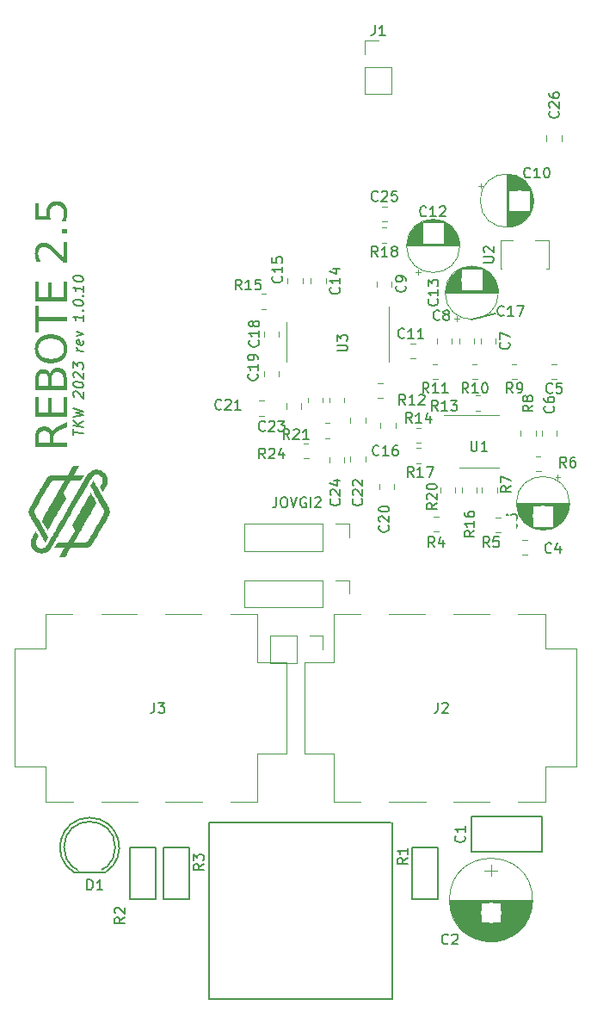
<source format=gto>
G04 #@! TF.GenerationSoftware,KiCad,Pcbnew,7.0.5.1-1-g8f565ef7f0-dirty-deb11*
G04 #@! TF.CreationDate,2023-08-10T19:39:45+00:00*
G04 #@! TF.ProjectId,rebote-smd,7265626f-7465-42d7-936d-642e6b696361,1.0.10*
G04 #@! TF.SameCoordinates,Original*
G04 #@! TF.FileFunction,Legend,Top*
G04 #@! TF.FilePolarity,Positive*
%FSLAX46Y46*%
G04 Gerber Fmt 4.6, Leading zero omitted, Abs format (unit mm)*
G04 Created by KiCad (PCBNEW 7.0.5.1-1-g8f565ef7f0-dirty-deb11) date 2023-08-10 19:39:45*
%MOMM*%
%LPD*%
G01*
G04 APERTURE LIST*
%ADD10C,0.150000*%
%ADD11C,0.120000*%
%ADD12R,2.600000X1.500000*%
%ADD13O,2.600000X1.500000*%
%ADD14R,2.000000X1.900000*%
%ADD15C,1.900000*%
%ADD16C,1.998980*%
%ADD17R,1.300000X1.300000*%
%ADD18C,1.300000*%
%ADD19O,3.000000X1.900000*%
%ADD20C,3.400000*%
%ADD21O,2.100000X2.100000*%
%ADD22C,2.000000*%
%ADD23C,2.300000*%
%ADD24C,2.398980*%
%ADD25C,1.700000*%
%ADD26C,1.924000*%
G04 APERTURE END LIST*
D10*
X162410000Y-83800000D02*
X160110000Y-84370000D01*
G36*
X120250000Y-94936217D02*
G01*
X119452791Y-95329692D01*
X119414595Y-95348709D01*
X119378041Y-95367657D01*
X119343131Y-95386536D01*
X119309863Y-95405347D01*
X119278238Y-95424088D01*
X119248257Y-95442762D01*
X119219918Y-95461366D01*
X119193222Y-95479902D01*
X119168169Y-95498369D01*
X119144759Y-95516767D01*
X119112724Y-95544236D01*
X119084386Y-95571550D01*
X119059744Y-95598710D01*
X119038799Y-95625715D01*
X119020598Y-95653426D01*
X119004186Y-95682979D01*
X118989565Y-95714374D01*
X118976735Y-95747611D01*
X118965695Y-95782690D01*
X118956445Y-95819610D01*
X118948985Y-95858373D01*
X118943316Y-95898977D01*
X118939437Y-95941423D01*
X118937845Y-95970743D01*
X118937049Y-96000883D01*
X118936950Y-96016259D01*
X118936950Y-96469818D01*
X120250000Y-96469818D01*
X120250000Y-96886008D01*
X117154954Y-96886008D01*
X117154954Y-96469818D01*
X117483217Y-96469818D01*
X118608688Y-96469818D01*
X118608688Y-95945917D01*
X118608129Y-95908851D01*
X118606455Y-95872942D01*
X118603664Y-95838189D01*
X118599757Y-95804592D01*
X118594734Y-95772152D01*
X118588595Y-95740868D01*
X118581339Y-95710740D01*
X118572967Y-95681769D01*
X118563479Y-95653953D01*
X118547153Y-95614399D01*
X118528316Y-95577446D01*
X118506968Y-95543095D01*
X118483108Y-95511346D01*
X118465806Y-95491625D01*
X118437693Y-95464127D01*
X118407210Y-95439333D01*
X118374358Y-95417243D01*
X118339135Y-95397859D01*
X118301543Y-95381180D01*
X118261580Y-95367205D01*
X118219248Y-95355935D01*
X118189710Y-95349924D01*
X118159119Y-95345116D01*
X118127474Y-95341509D01*
X118094776Y-95339105D01*
X118061025Y-95337903D01*
X118043754Y-95337752D01*
X118009487Y-95338354D01*
X117976297Y-95340157D01*
X117944183Y-95343162D01*
X117913145Y-95347370D01*
X117883183Y-95352779D01*
X117854298Y-95359391D01*
X117812987Y-95371562D01*
X117774098Y-95386439D01*
X117737631Y-95404020D01*
X117703585Y-95424306D01*
X117671960Y-95447297D01*
X117642757Y-95472992D01*
X117624633Y-95491625D01*
X117599360Y-95521640D01*
X117576574Y-95554257D01*
X117556273Y-95589475D01*
X117538457Y-95627295D01*
X117523128Y-95667716D01*
X117514290Y-95696110D01*
X117506556Y-95725659D01*
X117499927Y-95756365D01*
X117494403Y-95788227D01*
X117489984Y-95821246D01*
X117486669Y-95855421D01*
X117484459Y-95890752D01*
X117483355Y-95927240D01*
X117483217Y-95945917D01*
X117483217Y-96469818D01*
X117154954Y-96469818D01*
X117154954Y-95945917D01*
X117155171Y-95913206D01*
X117155821Y-95881019D01*
X117156905Y-95849356D01*
X117158423Y-95818216D01*
X117160374Y-95787601D01*
X117162759Y-95757509D01*
X117165578Y-95727940D01*
X117172516Y-95670375D01*
X117181189Y-95614906D01*
X117191596Y-95561531D01*
X117203737Y-95510251D01*
X117217613Y-95461067D01*
X117233224Y-95413978D01*
X117250569Y-95368984D01*
X117269648Y-95326085D01*
X117290462Y-95285281D01*
X117313011Y-95246572D01*
X117337294Y-95209959D01*
X117363312Y-95175440D01*
X117376971Y-95158967D01*
X117405607Y-95127468D01*
X117436013Y-95098001D01*
X117468187Y-95070567D01*
X117502130Y-95045165D01*
X117537842Y-95021795D01*
X117575323Y-95000457D01*
X117614572Y-94981151D01*
X117655591Y-94963878D01*
X117698378Y-94948636D01*
X117742934Y-94935427D01*
X117789259Y-94924250D01*
X117837353Y-94915105D01*
X117887216Y-94907993D01*
X117938848Y-94902912D01*
X117992248Y-94899864D01*
X118047418Y-94898848D01*
X118083576Y-94899375D01*
X118118962Y-94900955D01*
X118153574Y-94903588D01*
X118187414Y-94907274D01*
X118220482Y-94912014D01*
X118252776Y-94917807D01*
X118284298Y-94924654D01*
X118315047Y-94932554D01*
X118345023Y-94941507D01*
X118374226Y-94951513D01*
X118402656Y-94962573D01*
X118430314Y-94974685D01*
X118457199Y-94987852D01*
X118483311Y-95002071D01*
X118508650Y-95017344D01*
X118533217Y-95033670D01*
X118568312Y-95060031D01*
X118601335Y-95088556D01*
X118632283Y-95119245D01*
X118661158Y-95152097D01*
X118679256Y-95175201D01*
X118696432Y-95199267D01*
X118712686Y-95224294D01*
X118728019Y-95250283D01*
X118742431Y-95277234D01*
X118755920Y-95305146D01*
X118768488Y-95334020D01*
X118780135Y-95363856D01*
X118790859Y-95394653D01*
X118800662Y-95426413D01*
X118813623Y-95393005D01*
X118829788Y-95359826D01*
X118849160Y-95326876D01*
X118865792Y-95302314D01*
X118884228Y-95277881D01*
X118904467Y-95253576D01*
X118926509Y-95229400D01*
X118950354Y-95205353D01*
X118976002Y-95181435D01*
X118994103Y-95165561D01*
X119022827Y-95141787D01*
X119053497Y-95118000D01*
X119086111Y-95094200D01*
X119120670Y-95070387D01*
X119157174Y-95046561D01*
X119182591Y-95030670D01*
X119208872Y-95014773D01*
X119236017Y-94998871D01*
X119264027Y-94982962D01*
X119292901Y-94967048D01*
X119322639Y-94951129D01*
X119353242Y-94935203D01*
X119384709Y-94919272D01*
X119400767Y-94911304D01*
X120250000Y-94489253D01*
X120250000Y-94936217D01*
G37*
G36*
X117154954Y-93969748D02*
G01*
X117154954Y-92024354D01*
X117483217Y-92024354D01*
X117483217Y-93553558D01*
X118421109Y-93553558D01*
X118421109Y-92088101D01*
X118749371Y-92088101D01*
X118749371Y-93553558D01*
X119921737Y-93553558D01*
X119921737Y-91986985D01*
X120250000Y-91986985D01*
X120250000Y-93969748D01*
X117154954Y-93969748D01*
G37*
G36*
X119426679Y-89135569D02*
G01*
X119476753Y-89138858D01*
X119525345Y-89144339D01*
X119572455Y-89152012D01*
X119618081Y-89161878D01*
X119662225Y-89173937D01*
X119704887Y-89188188D01*
X119746065Y-89204631D01*
X119785762Y-89223267D01*
X119823975Y-89244096D01*
X119860706Y-89267117D01*
X119895954Y-89292330D01*
X119929720Y-89319736D01*
X119962003Y-89349334D01*
X119992803Y-89381125D01*
X120022121Y-89415108D01*
X120049716Y-89451023D01*
X120075530Y-89488793D01*
X120099564Y-89528417D01*
X120121818Y-89569897D01*
X120142291Y-89613231D01*
X120160984Y-89658419D01*
X120177897Y-89705463D01*
X120193030Y-89754361D01*
X120206382Y-89805114D01*
X120217954Y-89857721D01*
X120227746Y-89912184D01*
X120235757Y-89968501D01*
X120241988Y-90026673D01*
X120244436Y-90056454D01*
X120246439Y-90086699D01*
X120247997Y-90117408D01*
X120249109Y-90148580D01*
X120249777Y-90180217D01*
X120250000Y-90212316D01*
X120250000Y-91317271D01*
X117154954Y-91317271D01*
X117154954Y-90901081D01*
X117483217Y-90901081D01*
X118421109Y-90901081D01*
X118749371Y-90901081D01*
X119921737Y-90901081D01*
X119921737Y-90232833D01*
X119921173Y-90191562D01*
X119919482Y-90151649D01*
X119916662Y-90113092D01*
X119912715Y-90075891D01*
X119907641Y-90040048D01*
X119901438Y-90005561D01*
X119894108Y-89972431D01*
X119885650Y-89940657D01*
X119876065Y-89910240D01*
X119865351Y-89881180D01*
X119853510Y-89853477D01*
X119840542Y-89827130D01*
X119818974Y-89790154D01*
X119794869Y-89756230D01*
X119777390Y-89735310D01*
X119748848Y-89706371D01*
X119717626Y-89680278D01*
X119683726Y-89657032D01*
X119647147Y-89636632D01*
X119607889Y-89619079D01*
X119580228Y-89608958D01*
X119551377Y-89600102D01*
X119521335Y-89592512D01*
X119490103Y-89586186D01*
X119457680Y-89581126D01*
X119424066Y-89577330D01*
X119389261Y-89574800D01*
X119353266Y-89573535D01*
X119334822Y-89573377D01*
X119297887Y-89574010D01*
X119262190Y-89575907D01*
X119227729Y-89579070D01*
X119194504Y-89583498D01*
X119162516Y-89589191D01*
X119131764Y-89596149D01*
X119102249Y-89604372D01*
X119073970Y-89613860D01*
X119033870Y-89630465D01*
X118996553Y-89649916D01*
X118962017Y-89672213D01*
X118930264Y-89697357D01*
X118901292Y-89725347D01*
X118892254Y-89735310D01*
X118866719Y-89767199D01*
X118843696Y-89802140D01*
X118823185Y-89840134D01*
X118810906Y-89867159D01*
X118799743Y-89895541D01*
X118789697Y-89925279D01*
X118780766Y-89956374D01*
X118772953Y-89988826D01*
X118766255Y-90022635D01*
X118760674Y-90057800D01*
X118756209Y-90094322D01*
X118752860Y-90132201D01*
X118750627Y-90171436D01*
X118749511Y-90212028D01*
X118749371Y-90232833D01*
X118749371Y-90901081D01*
X118421109Y-90901081D01*
X118421109Y-90284856D01*
X118420657Y-90247361D01*
X118419300Y-90211080D01*
X118417039Y-90176012D01*
X118413873Y-90142158D01*
X118409803Y-90109517D01*
X118404829Y-90078090D01*
X118398950Y-90047876D01*
X118392166Y-90018876D01*
X118380295Y-89977651D01*
X118366389Y-89939157D01*
X118350448Y-89903394D01*
X118332472Y-89870361D01*
X118312461Y-89840059D01*
X118305338Y-89830565D01*
X118282562Y-89803852D01*
X118257648Y-89779766D01*
X118230595Y-89758308D01*
X118201405Y-89739477D01*
X118170077Y-89723274D01*
X118136610Y-89709699D01*
X118101005Y-89698751D01*
X118063263Y-89690430D01*
X118023382Y-89684737D01*
X117981363Y-89681672D01*
X117952163Y-89681088D01*
X117909105Y-89682402D01*
X117868134Y-89686343D01*
X117829249Y-89692912D01*
X117792451Y-89702108D01*
X117757739Y-89713932D01*
X117725114Y-89728383D01*
X117694576Y-89745462D01*
X117666124Y-89765169D01*
X117639759Y-89787503D01*
X117615480Y-89812464D01*
X117600453Y-89830565D01*
X117579502Y-89859957D01*
X117560611Y-89892080D01*
X117543781Y-89926933D01*
X117529012Y-89964517D01*
X117516304Y-90004831D01*
X117508977Y-90033224D01*
X117502565Y-90062831D01*
X117497070Y-90093652D01*
X117492490Y-90125685D01*
X117488826Y-90158933D01*
X117486079Y-90193394D01*
X117484247Y-90229069D01*
X117483331Y-90265957D01*
X117483217Y-90284856D01*
X117483217Y-90901081D01*
X117154954Y-90901081D01*
X117154954Y-90253349D01*
X117155147Y-90223841D01*
X117156686Y-90166104D01*
X117159766Y-90110073D01*
X117164386Y-90055749D01*
X117170545Y-90003129D01*
X117178245Y-89952216D01*
X117187484Y-89903009D01*
X117198263Y-89855508D01*
X117210582Y-89809712D01*
X117224441Y-89765622D01*
X117239840Y-89723239D01*
X117256778Y-89682561D01*
X117275257Y-89643589D01*
X117295275Y-89606323D01*
X117316833Y-89570762D01*
X117339932Y-89536908D01*
X117352058Y-89520621D01*
X117377254Y-89489388D01*
X117403750Y-89460170D01*
X117431545Y-89432968D01*
X117460639Y-89407780D01*
X117491033Y-89384608D01*
X117522727Y-89363450D01*
X117555719Y-89344308D01*
X117590012Y-89327180D01*
X117625603Y-89312068D01*
X117662495Y-89298970D01*
X117700685Y-89287888D01*
X117740175Y-89278820D01*
X117780965Y-89271768D01*
X117823054Y-89266730D01*
X117866442Y-89263708D01*
X117911130Y-89262700D01*
X117945852Y-89263215D01*
X117979674Y-89264761D01*
X118012599Y-89267337D01*
X118044624Y-89270943D01*
X118075751Y-89275580D01*
X118105979Y-89281247D01*
X118135308Y-89287945D01*
X118163738Y-89295673D01*
X118204699Y-89309197D01*
X118243637Y-89325039D01*
X118280553Y-89343200D01*
X118315447Y-89363679D01*
X118348319Y-89386477D01*
X118358827Y-89394591D01*
X118388782Y-89420403D01*
X118416547Y-89448378D01*
X118442122Y-89478517D01*
X118465508Y-89510820D01*
X118486704Y-89545287D01*
X118505711Y-89581918D01*
X118522528Y-89620712D01*
X118537155Y-89661671D01*
X118545690Y-89690179D01*
X118553252Y-89719648D01*
X118559841Y-89750079D01*
X118565457Y-89781472D01*
X118574361Y-89743631D01*
X118584404Y-89706860D01*
X118595587Y-89671159D01*
X118607909Y-89636529D01*
X118621370Y-89602970D01*
X118635970Y-89570480D01*
X118651710Y-89539062D01*
X118668588Y-89508714D01*
X118686606Y-89479436D01*
X118705763Y-89451229D01*
X118726059Y-89424092D01*
X118747494Y-89398026D01*
X118770068Y-89373030D01*
X118793782Y-89349105D01*
X118818634Y-89326250D01*
X118844626Y-89304466D01*
X118871600Y-89283881D01*
X118899398Y-89264624D01*
X118928020Y-89246695D01*
X118957466Y-89230094D01*
X118987737Y-89214821D01*
X119018832Y-89200876D01*
X119050752Y-89188259D01*
X119083496Y-89176971D01*
X119117064Y-89167010D01*
X119151456Y-89158378D01*
X119186673Y-89151074D01*
X119222714Y-89145097D01*
X119259579Y-89140449D01*
X119297269Y-89137129D01*
X119335783Y-89135137D01*
X119375122Y-89134473D01*
X119426679Y-89135569D01*
G37*
G36*
X118748352Y-85841969D02*
G01*
X118792923Y-85843105D01*
X118836921Y-85844997D01*
X118880347Y-85847647D01*
X118923200Y-85851054D01*
X118965481Y-85855218D01*
X119007189Y-85860138D01*
X119048325Y-85865816D01*
X119088888Y-85872251D01*
X119128879Y-85879443D01*
X119168298Y-85887393D01*
X119207144Y-85896099D01*
X119245417Y-85905562D01*
X119283118Y-85915782D01*
X119320247Y-85926760D01*
X119356803Y-85938494D01*
X119392787Y-85950985D01*
X119428199Y-85964234D01*
X119463038Y-85978239D01*
X119497304Y-85993002D01*
X119530998Y-86008522D01*
X119564120Y-86024798D01*
X119596669Y-86041832D01*
X119628646Y-86059623D01*
X119660050Y-86078171D01*
X119690882Y-86097476D01*
X119721141Y-86117538D01*
X119750828Y-86138357D01*
X119779943Y-86159933D01*
X119808485Y-86182266D01*
X119836454Y-86205357D01*
X119863852Y-86229204D01*
X119890494Y-86253683D01*
X119916290Y-86278669D01*
X119941241Y-86304161D01*
X119965346Y-86330160D01*
X119988605Y-86356666D01*
X120011018Y-86383678D01*
X120032586Y-86411197D01*
X120053308Y-86439222D01*
X120073184Y-86467754D01*
X120092214Y-86496793D01*
X120110398Y-86526338D01*
X120127737Y-86556390D01*
X120144230Y-86586949D01*
X120159877Y-86618014D01*
X120174678Y-86649586D01*
X120188633Y-86681664D01*
X120201743Y-86714249D01*
X120214007Y-86747340D01*
X120225425Y-86780939D01*
X120235998Y-86815043D01*
X120245724Y-86849655D01*
X120254605Y-86884773D01*
X120262640Y-86920397D01*
X120269829Y-86956529D01*
X120276172Y-86993166D01*
X120281670Y-87030311D01*
X120286322Y-87067962D01*
X120290128Y-87106120D01*
X120293088Y-87144784D01*
X120295203Y-87183955D01*
X120296471Y-87223633D01*
X120296894Y-87263817D01*
X120296472Y-87304137D01*
X120295205Y-87343947D01*
X120293095Y-87383249D01*
X120290139Y-87422040D01*
X120286340Y-87460322D01*
X120281696Y-87498095D01*
X120276207Y-87535358D01*
X120269875Y-87572112D01*
X120262698Y-87608357D01*
X120254676Y-87644091D01*
X120245811Y-87679317D01*
X120236101Y-87714033D01*
X120225546Y-87748239D01*
X120214147Y-87781936D01*
X120201904Y-87815123D01*
X120188817Y-87847801D01*
X120174885Y-87879970D01*
X120160109Y-87911629D01*
X120144488Y-87942778D01*
X120128023Y-87973418D01*
X120110714Y-88003549D01*
X120092560Y-88033170D01*
X120073562Y-88062282D01*
X120053720Y-88090884D01*
X120033033Y-88118977D01*
X120011502Y-88146560D01*
X119989127Y-88173634D01*
X119965907Y-88200198D01*
X119941843Y-88226253D01*
X119916934Y-88251798D01*
X119891181Y-88276834D01*
X119864584Y-88301360D01*
X119837275Y-88325253D01*
X119809386Y-88348387D01*
X119780918Y-88370762D01*
X119751870Y-88392379D01*
X119722242Y-88413237D01*
X119692035Y-88433337D01*
X119661249Y-88452679D01*
X119629882Y-88471262D01*
X119597936Y-88489086D01*
X119565411Y-88506152D01*
X119532305Y-88522460D01*
X119498621Y-88538009D01*
X119464356Y-88552799D01*
X119429512Y-88566831D01*
X119394089Y-88580105D01*
X119358086Y-88592620D01*
X119321503Y-88604376D01*
X119284341Y-88615375D01*
X119246599Y-88625614D01*
X119208277Y-88635095D01*
X119169376Y-88643818D01*
X119129895Y-88651782D01*
X119089835Y-88658988D01*
X119049195Y-88665435D01*
X119007975Y-88671123D01*
X118966176Y-88676054D01*
X118923797Y-88680225D01*
X118880839Y-88683639D01*
X118837301Y-88686293D01*
X118793183Y-88688189D01*
X118748486Y-88689327D01*
X118703210Y-88689706D01*
X118657977Y-88689327D01*
X118613322Y-88688189D01*
X118569243Y-88686293D01*
X118525740Y-88683639D01*
X118482815Y-88680225D01*
X118440466Y-88676054D01*
X118398694Y-88671123D01*
X118357499Y-88665435D01*
X118316881Y-88658988D01*
X118276839Y-88651782D01*
X118237374Y-88643818D01*
X118198486Y-88635095D01*
X118160174Y-88625614D01*
X118122439Y-88615375D01*
X118085281Y-88604376D01*
X118048700Y-88592620D01*
X118012695Y-88580105D01*
X117977267Y-88566831D01*
X117942416Y-88552799D01*
X117908142Y-88538009D01*
X117874444Y-88522460D01*
X117841323Y-88506152D01*
X117808779Y-88489086D01*
X117776812Y-88471262D01*
X117745421Y-88452679D01*
X117714607Y-88433337D01*
X117684370Y-88413237D01*
X117654709Y-88392379D01*
X117625626Y-88370762D01*
X117597119Y-88348387D01*
X117569188Y-88325253D01*
X117541835Y-88301360D01*
X117515147Y-88276834D01*
X117489307Y-88251798D01*
X117464314Y-88226253D01*
X117440169Y-88200198D01*
X117416870Y-88173634D01*
X117394419Y-88146560D01*
X117372815Y-88118977D01*
X117352058Y-88090884D01*
X117332149Y-88062282D01*
X117313086Y-88033170D01*
X117294871Y-88003549D01*
X117277503Y-87973418D01*
X117260982Y-87942778D01*
X117245309Y-87911629D01*
X117230482Y-87879970D01*
X117216503Y-87847801D01*
X117203371Y-87815123D01*
X117191087Y-87781936D01*
X117179649Y-87748239D01*
X117169059Y-87714033D01*
X117159316Y-87679317D01*
X117150420Y-87644091D01*
X117142372Y-87608357D01*
X117135170Y-87572112D01*
X117128816Y-87535358D01*
X117123309Y-87498095D01*
X117118650Y-87460322D01*
X117114837Y-87422040D01*
X117111872Y-87383249D01*
X117109754Y-87343947D01*
X117108483Y-87304137D01*
X117108060Y-87263817D01*
X117108068Y-87263084D01*
X117436322Y-87263084D01*
X117437650Y-87319049D01*
X117441634Y-87373554D01*
X117448275Y-87426600D01*
X117457571Y-87478186D01*
X117469524Y-87528312D01*
X117484132Y-87576978D01*
X117501397Y-87624185D01*
X117521318Y-87669931D01*
X117543896Y-87714219D01*
X117569129Y-87757046D01*
X117597018Y-87798414D01*
X117627564Y-87838322D01*
X117660766Y-87876770D01*
X117696624Y-87913758D01*
X117735138Y-87949287D01*
X117776308Y-87983356D01*
X117819771Y-88015653D01*
X117865163Y-88045867D01*
X117912484Y-88073997D01*
X117961734Y-88100043D01*
X118012913Y-88124006D01*
X118066022Y-88145884D01*
X118121060Y-88165680D01*
X118149302Y-88174796D01*
X118178026Y-88183391D01*
X118207233Y-88191465D01*
X118236922Y-88199019D01*
X118267094Y-88206051D01*
X118297747Y-88212563D01*
X118328883Y-88218553D01*
X118360502Y-88224023D01*
X118392602Y-88228972D01*
X118425185Y-88233400D01*
X118458250Y-88237307D01*
X118491797Y-88240693D01*
X118525827Y-88243558D01*
X118560339Y-88245902D01*
X118595333Y-88247725D01*
X118630810Y-88249027D01*
X118666768Y-88249809D01*
X118703210Y-88250069D01*
X118739560Y-88249809D01*
X118775432Y-88249027D01*
X118810824Y-88247725D01*
X118845737Y-88245902D01*
X118880170Y-88243558D01*
X118914124Y-88240693D01*
X118947598Y-88237307D01*
X118980593Y-88233400D01*
X119013109Y-88228972D01*
X119045145Y-88224023D01*
X119076701Y-88218553D01*
X119107779Y-88212563D01*
X119138377Y-88206051D01*
X119168495Y-88199019D01*
X119198134Y-88191465D01*
X119227294Y-88183391D01*
X119255974Y-88174796D01*
X119284175Y-88165680D01*
X119311896Y-88156042D01*
X119365900Y-88135205D01*
X119417987Y-88112285D01*
X119468156Y-88087280D01*
X119516407Y-88060192D01*
X119562741Y-88031021D01*
X119607157Y-87999765D01*
X119628646Y-87983356D01*
X119669816Y-87949287D01*
X119708330Y-87913758D01*
X119744188Y-87876770D01*
X119777390Y-87838322D01*
X119807935Y-87798414D01*
X119835825Y-87757046D01*
X119861058Y-87714219D01*
X119883635Y-87669931D01*
X119903556Y-87624185D01*
X119920821Y-87576978D01*
X119935430Y-87528312D01*
X119947383Y-87478186D01*
X119956679Y-87426600D01*
X119963319Y-87373554D01*
X119967304Y-87319049D01*
X119968632Y-87263084D01*
X119967304Y-87207216D01*
X119963319Y-87152820D01*
X119956679Y-87099894D01*
X119947383Y-87048440D01*
X119935430Y-86998457D01*
X119920821Y-86949946D01*
X119903556Y-86902905D01*
X119883635Y-86857336D01*
X119861058Y-86813237D01*
X119835825Y-86770610D01*
X119807935Y-86729454D01*
X119777390Y-86689770D01*
X119744188Y-86651556D01*
X119708330Y-86614814D01*
X119669816Y-86579543D01*
X119628646Y-86545743D01*
X119585189Y-86513623D01*
X119539814Y-86483575D01*
X119492521Y-86455600D01*
X119443311Y-86429697D01*
X119392183Y-86405866D01*
X119339138Y-86384107D01*
X119284175Y-86364421D01*
X119255974Y-86355355D01*
X119227294Y-86346807D01*
X119198134Y-86338777D01*
X119168495Y-86331265D01*
X119138377Y-86324271D01*
X119107779Y-86317795D01*
X119076701Y-86311838D01*
X119045145Y-86306398D01*
X119013109Y-86301476D01*
X118980593Y-86297073D01*
X118947598Y-86293187D01*
X118914124Y-86289820D01*
X118880170Y-86286971D01*
X118845737Y-86284639D01*
X118810824Y-86282826D01*
X118775432Y-86281531D01*
X118739560Y-86280754D01*
X118703210Y-86280495D01*
X118666768Y-86280754D01*
X118630810Y-86281531D01*
X118595333Y-86282826D01*
X118560339Y-86284639D01*
X118525827Y-86286971D01*
X118491797Y-86289820D01*
X118458250Y-86293187D01*
X118425185Y-86297073D01*
X118392602Y-86301476D01*
X118360502Y-86306398D01*
X118328883Y-86311838D01*
X118297747Y-86317795D01*
X118267094Y-86324271D01*
X118236922Y-86331265D01*
X118207233Y-86338777D01*
X118178026Y-86346807D01*
X118149302Y-86355355D01*
X118121060Y-86364421D01*
X118093300Y-86374005D01*
X118039227Y-86394728D01*
X117987083Y-86417522D01*
X117936868Y-86442389D01*
X117888582Y-86469329D01*
X117842226Y-86498340D01*
X117797798Y-86529424D01*
X117776308Y-86545743D01*
X117735138Y-86579543D01*
X117696624Y-86614814D01*
X117660766Y-86651556D01*
X117627564Y-86689770D01*
X117597018Y-86729454D01*
X117569129Y-86770610D01*
X117543896Y-86813237D01*
X117521318Y-86857336D01*
X117501397Y-86902905D01*
X117484132Y-86949946D01*
X117469524Y-86998457D01*
X117457571Y-87048440D01*
X117448275Y-87099894D01*
X117441634Y-87152820D01*
X117437650Y-87207216D01*
X117436322Y-87263084D01*
X117108068Y-87263084D01*
X117108483Y-87223633D01*
X117109754Y-87183955D01*
X117111872Y-87144784D01*
X117114837Y-87106120D01*
X117118650Y-87067962D01*
X117123309Y-87030311D01*
X117128816Y-86993166D01*
X117135170Y-86956529D01*
X117142372Y-86920397D01*
X117150420Y-86884773D01*
X117159316Y-86849655D01*
X117169059Y-86815043D01*
X117179649Y-86780939D01*
X117191087Y-86747340D01*
X117203371Y-86714249D01*
X117216503Y-86681664D01*
X117230482Y-86649586D01*
X117245309Y-86618014D01*
X117260982Y-86586949D01*
X117277503Y-86556390D01*
X117294871Y-86526338D01*
X117313086Y-86496793D01*
X117332149Y-86467754D01*
X117352058Y-86439222D01*
X117372815Y-86411197D01*
X117394419Y-86383678D01*
X117416870Y-86356666D01*
X117440169Y-86330160D01*
X117464314Y-86304161D01*
X117489307Y-86278669D01*
X117515147Y-86253683D01*
X117541835Y-86229204D01*
X117569188Y-86205357D01*
X117597119Y-86182266D01*
X117625626Y-86159933D01*
X117654709Y-86138357D01*
X117684370Y-86117538D01*
X117714607Y-86097476D01*
X117745421Y-86078171D01*
X117776812Y-86059623D01*
X117808779Y-86041832D01*
X117841323Y-86024798D01*
X117874444Y-86008522D01*
X117908142Y-85993002D01*
X117942416Y-85978239D01*
X117977267Y-85964234D01*
X118012695Y-85950985D01*
X118048700Y-85938494D01*
X118085281Y-85926760D01*
X118122439Y-85915782D01*
X118160174Y-85905562D01*
X118198486Y-85896099D01*
X118237374Y-85887393D01*
X118276839Y-85879443D01*
X118316881Y-85872251D01*
X118357499Y-85865816D01*
X118398694Y-85860138D01*
X118440466Y-85855218D01*
X118482815Y-85851054D01*
X118525740Y-85847647D01*
X118569243Y-85844997D01*
X118613322Y-85843105D01*
X118657977Y-85841969D01*
X118703210Y-85841591D01*
X118748352Y-85841969D01*
G37*
G36*
X117154954Y-85632763D02*
G01*
X117154954Y-83030111D01*
X117483217Y-83030111D01*
X117483217Y-84121877D01*
X120250000Y-84121877D01*
X120250000Y-84540265D01*
X117483217Y-84540265D01*
X117483217Y-85632763D01*
X117154954Y-85632763D01*
G37*
G36*
X117154954Y-82641765D02*
G01*
X117154954Y-80696371D01*
X117483217Y-80696371D01*
X117483217Y-82225575D01*
X118421109Y-82225575D01*
X118421109Y-80760118D01*
X118749371Y-80760118D01*
X118749371Y-82225575D01*
X119921737Y-82225575D01*
X119921737Y-80659002D01*
X120250000Y-80659002D01*
X120250000Y-82641765D01*
X117154954Y-82641765D01*
G37*
G36*
X119921737Y-78260048D02*
G01*
X119921737Y-76807048D01*
X120250000Y-76807048D01*
X120250000Y-78760502D01*
X119921737Y-78760502D01*
X119889743Y-78730245D01*
X119856410Y-78698644D01*
X119821737Y-78665697D01*
X119785724Y-78631404D01*
X119748372Y-78595767D01*
X119709681Y-78558784D01*
X119669650Y-78520456D01*
X119628279Y-78480783D01*
X119607092Y-78460442D01*
X119585569Y-78439764D01*
X119563712Y-78418751D01*
X119541520Y-78397401D01*
X119518993Y-78375714D01*
X119496131Y-78353692D01*
X119472934Y-78331333D01*
X119449402Y-78308637D01*
X119425535Y-78285606D01*
X119401334Y-78262238D01*
X119376797Y-78238534D01*
X119351926Y-78214493D01*
X119326720Y-78190116D01*
X119301179Y-78165403D01*
X119275303Y-78140354D01*
X119249092Y-78114968D01*
X119222962Y-78089665D01*
X119197418Y-78064957D01*
X119172461Y-78040842D01*
X119148090Y-78017321D01*
X119124307Y-77994393D01*
X119101110Y-77972060D01*
X119078500Y-77950321D01*
X119056476Y-77929176D01*
X119035040Y-77908624D01*
X118993927Y-77869303D01*
X118955161Y-77832357D01*
X118918742Y-77797788D01*
X118884670Y-77765593D01*
X118852945Y-77735775D01*
X118823567Y-77708332D01*
X118796537Y-77683264D01*
X118771853Y-77660573D01*
X118749516Y-77640257D01*
X118720411Y-77614237D01*
X118703942Y-77599860D01*
X118675549Y-77575417D01*
X118647705Y-77551912D01*
X118620411Y-77529346D01*
X118593667Y-77507719D01*
X118567472Y-77487031D01*
X118541826Y-77467282D01*
X118516730Y-77448471D01*
X118492184Y-77430600D01*
X118468187Y-77413667D01*
X118433222Y-77390028D01*
X118399494Y-77368501D01*
X118367002Y-77349086D01*
X118335746Y-77331784D01*
X118315596Y-77321423D01*
X118285828Y-77307150D01*
X118256151Y-77294281D01*
X118226563Y-77282815D01*
X118197066Y-77272754D01*
X118167659Y-77264096D01*
X118138342Y-77256843D01*
X118109115Y-77250993D01*
X118079978Y-77246547D01*
X118041269Y-77242804D01*
X118002721Y-77241556D01*
X117971760Y-77242228D01*
X117941527Y-77244246D01*
X117912020Y-77247609D01*
X117869123Y-77255176D01*
X117827862Y-77265770D01*
X117788237Y-77279391D01*
X117750247Y-77296038D01*
X117713894Y-77315712D01*
X117679176Y-77338413D01*
X117646093Y-77364141D01*
X117614647Y-77392896D01*
X117594591Y-77413747D01*
X117566307Y-77446947D01*
X117540804Y-77481977D01*
X117518084Y-77518835D01*
X117498146Y-77557522D01*
X117480990Y-77598038D01*
X117471098Y-77626065D01*
X117462443Y-77654905D01*
X117455024Y-77684557D01*
X117448841Y-77715023D01*
X117443895Y-77746301D01*
X117440186Y-77778392D01*
X117437713Y-77811296D01*
X117436476Y-77845013D01*
X117436322Y-77862177D01*
X117436940Y-77899052D01*
X117438795Y-77936314D01*
X117441886Y-77973962D01*
X117446214Y-78011997D01*
X117451778Y-78050418D01*
X117458579Y-78089225D01*
X117466616Y-78128419D01*
X117475889Y-78167999D01*
X117486399Y-78207966D01*
X117498146Y-78248319D01*
X117506664Y-78275436D01*
X117520347Y-78316373D01*
X117535292Y-78357850D01*
X117545956Y-78385803D01*
X117557182Y-78413996D01*
X117568969Y-78442429D01*
X117581316Y-78471103D01*
X117594225Y-78500017D01*
X117607695Y-78529172D01*
X117621725Y-78558567D01*
X117636317Y-78588202D01*
X117651469Y-78618078D01*
X117667183Y-78648194D01*
X117683457Y-78678551D01*
X117700293Y-78709148D01*
X117717690Y-78739986D01*
X117295638Y-78739986D01*
X117284186Y-78708699D01*
X117273095Y-78677669D01*
X117262365Y-78646898D01*
X117251995Y-78616383D01*
X117241986Y-78586127D01*
X117232337Y-78556128D01*
X117223049Y-78526387D01*
X117214122Y-78496903D01*
X117205555Y-78467677D01*
X117197349Y-78438708D01*
X117189504Y-78409997D01*
X117182019Y-78381544D01*
X117171468Y-78339347D01*
X117161729Y-78297729D01*
X117155687Y-78270307D01*
X117147175Y-78229563D01*
X117139501Y-78189489D01*
X117132664Y-78150085D01*
X117126664Y-78111350D01*
X117121501Y-78073286D01*
X117117176Y-78035891D01*
X117113687Y-77999166D01*
X117111036Y-77963110D01*
X117109222Y-77927724D01*
X117108246Y-77893009D01*
X117108060Y-77870237D01*
X117108296Y-77840522D01*
X117109004Y-77811186D01*
X117111838Y-77753653D01*
X117116560Y-77697636D01*
X117123172Y-77643137D01*
X117131673Y-77590154D01*
X117142063Y-77538689D01*
X117154342Y-77488740D01*
X117168510Y-77440308D01*
X117184567Y-77393394D01*
X117202513Y-77347996D01*
X117222348Y-77304115D01*
X117244072Y-77261752D01*
X117267686Y-77220905D01*
X117293188Y-77181575D01*
X117320579Y-77143762D01*
X117349860Y-77107466D01*
X117380720Y-77073040D01*
X117412852Y-77040834D01*
X117446254Y-77010849D01*
X117480927Y-76983086D01*
X117516871Y-76957543D01*
X117554085Y-76934222D01*
X117592571Y-76913122D01*
X117632327Y-76894242D01*
X117673354Y-76877584D01*
X117715652Y-76863147D01*
X117759220Y-76850931D01*
X117804060Y-76840936D01*
X117850170Y-76833163D01*
X117897552Y-76827610D01*
X117946204Y-76824278D01*
X117996127Y-76823168D01*
X118031817Y-76823792D01*
X118067173Y-76825666D01*
X118102193Y-76828790D01*
X118136879Y-76833163D01*
X118171230Y-76838785D01*
X118205246Y-76845656D01*
X118238927Y-76853777D01*
X118272274Y-76863147D01*
X118305285Y-76873767D01*
X118337962Y-76885636D01*
X118359560Y-76894242D01*
X118392380Y-76908593D01*
X118426270Y-76924991D01*
X118461228Y-76943437D01*
X118497256Y-76963932D01*
X118534352Y-76986474D01*
X118559677Y-77002640D01*
X118585477Y-77019716D01*
X118611752Y-77037702D01*
X118638503Y-77056598D01*
X118665728Y-77076405D01*
X118693429Y-77097122D01*
X118721604Y-77118749D01*
X118750255Y-77141286D01*
X118764759Y-77152896D01*
X118789327Y-77174434D01*
X118816994Y-77199598D01*
X118842417Y-77223100D01*
X118871845Y-77250569D01*
X118893690Y-77271085D01*
X118917314Y-77293365D01*
X118942719Y-77317407D01*
X118969905Y-77343213D01*
X118998871Y-77370782D01*
X119029617Y-77400114D01*
X119062143Y-77431209D01*
X119096449Y-77464068D01*
X119114270Y-77481158D01*
X119151256Y-77516572D01*
X119190039Y-77553755D01*
X119230620Y-77592707D01*
X119272998Y-77633428D01*
X119294861Y-77654452D01*
X119317173Y-77675918D01*
X119339935Y-77697826D01*
X119363146Y-77720176D01*
X119386807Y-77742969D01*
X119410917Y-77766204D01*
X119435476Y-77789881D01*
X119460484Y-77814000D01*
X119485943Y-77838561D01*
X119511850Y-77863565D01*
X119538207Y-77889011D01*
X119565013Y-77914899D01*
X119592268Y-77941229D01*
X119619973Y-77968002D01*
X119648127Y-77995216D01*
X119676731Y-78022873D01*
X119705784Y-78050972D01*
X119735286Y-78079514D01*
X119765238Y-78108497D01*
X119795639Y-78137923D01*
X119826490Y-78167791D01*
X119857789Y-78198101D01*
X119889539Y-78228854D01*
X119921737Y-78260048D01*
G37*
G36*
X119734159Y-75948290D02*
G01*
X119734159Y-75513782D01*
X120250000Y-75513782D01*
X120250000Y-75948290D01*
X119734159Y-75948290D01*
G37*
G36*
X117154954Y-74610327D02*
G01*
X117154954Y-72976343D01*
X117483217Y-72976343D01*
X117483217Y-74229309D01*
X118291416Y-74229309D01*
X118282826Y-74200933D01*
X118274915Y-74172594D01*
X118266320Y-74138633D01*
X118258704Y-74104725D01*
X118252066Y-74070868D01*
X118248185Y-74048325D01*
X118243205Y-74014253D01*
X118239255Y-73980181D01*
X118236336Y-73946109D01*
X118234446Y-73912037D01*
X118233588Y-73877965D01*
X118233531Y-73866608D01*
X118233802Y-73834623D01*
X118234618Y-73803058D01*
X118235978Y-73771912D01*
X118237881Y-73741185D01*
X118240328Y-73710878D01*
X118243319Y-73680990D01*
X118246854Y-73651521D01*
X118250933Y-73622472D01*
X118260722Y-73565631D01*
X118272686Y-73510468D01*
X118286825Y-73456981D01*
X118303140Y-73405172D01*
X118321630Y-73355040D01*
X118342295Y-73306586D01*
X118365135Y-73259809D01*
X118390151Y-73214709D01*
X118417342Y-73171286D01*
X118446709Y-73129540D01*
X118478250Y-73089472D01*
X118511967Y-73051081D01*
X118547453Y-73014614D01*
X118584485Y-72980499D01*
X118623062Y-72948737D01*
X118663184Y-72919327D01*
X118704852Y-72892271D01*
X118748066Y-72867567D01*
X118792826Y-72845216D01*
X118839131Y-72825218D01*
X118886981Y-72807572D01*
X118936378Y-72792279D01*
X118987319Y-72779339D01*
X119039807Y-72768752D01*
X119093840Y-72760517D01*
X119149418Y-72754635D01*
X119206543Y-72751106D01*
X119265212Y-72749930D01*
X119295591Y-72750232D01*
X119325542Y-72751138D01*
X119355067Y-72752647D01*
X119412839Y-72757479D01*
X119468904Y-72764726D01*
X119523263Y-72774389D01*
X119575916Y-72786467D01*
X119626864Y-72800962D01*
X119676106Y-72817872D01*
X119723641Y-72837197D01*
X119769471Y-72858939D01*
X119813595Y-72883096D01*
X119856013Y-72909669D01*
X119896726Y-72938657D01*
X119935732Y-72970062D01*
X119973032Y-73003882D01*
X120008627Y-73040117D01*
X120025785Y-73059141D01*
X120058614Y-73098783D01*
X120089326Y-73140405D01*
X120117919Y-73184008D01*
X120144395Y-73229592D01*
X120168752Y-73277157D01*
X120190992Y-73326702D01*
X120211113Y-73378227D01*
X120229117Y-73431734D01*
X120245002Y-73487221D01*
X120252150Y-73515707D01*
X120258769Y-73544688D01*
X120264859Y-73574165D01*
X120270419Y-73604137D01*
X120275449Y-73634604D01*
X120279950Y-73665566D01*
X120283921Y-73697023D01*
X120287363Y-73728975D01*
X120290275Y-73761423D01*
X120292658Y-73794366D01*
X120294511Y-73827803D01*
X120295835Y-73861737D01*
X120296629Y-73896165D01*
X120296894Y-73931088D01*
X120296585Y-73967423D01*
X120295658Y-74003886D01*
X120294112Y-74040478D01*
X120291948Y-74077199D01*
X120289166Y-74114048D01*
X120285766Y-74151027D01*
X120281747Y-74188134D01*
X120277110Y-74225370D01*
X120271855Y-74262735D01*
X120265982Y-74300229D01*
X120261723Y-74325296D01*
X120254819Y-74363062D01*
X120247298Y-74401073D01*
X120239157Y-74439329D01*
X120230399Y-74477830D01*
X120221022Y-74516575D01*
X120211028Y-74555565D01*
X120200414Y-74594799D01*
X120189183Y-74634279D01*
X120177333Y-74674003D01*
X120164866Y-74713971D01*
X120156210Y-74740753D01*
X119734159Y-74740753D01*
X119755881Y-74705885D01*
X119776534Y-74670798D01*
X119796118Y-74635491D01*
X119814633Y-74599966D01*
X119832079Y-74564222D01*
X119848456Y-74528259D01*
X119863764Y-74492077D01*
X119878002Y-74455676D01*
X119891172Y-74419056D01*
X119903273Y-74382217D01*
X119910746Y-74357536D01*
X119921091Y-74320242D01*
X119930418Y-74282549D01*
X119938728Y-74244456D01*
X119946020Y-74205964D01*
X119952295Y-74167073D01*
X119957552Y-74127783D01*
X119961792Y-74088093D01*
X119965014Y-74048004D01*
X119967219Y-74007516D01*
X119968406Y-73966628D01*
X119968632Y-73939148D01*
X119967893Y-73895124D01*
X119965678Y-73852263D01*
X119961986Y-73810563D01*
X119956816Y-73770025D01*
X119950170Y-73730650D01*
X119942047Y-73692436D01*
X119932448Y-73655385D01*
X119921371Y-73619495D01*
X119908817Y-73584768D01*
X119894786Y-73551203D01*
X119879279Y-73518800D01*
X119862295Y-73487558D01*
X119843833Y-73457479D01*
X119823895Y-73428562D01*
X119802480Y-73400807D01*
X119779588Y-73374214D01*
X119755339Y-73349015D01*
X119730037Y-73325442D01*
X119703682Y-73303495D01*
X119676273Y-73283173D01*
X119647811Y-73264477D01*
X119618296Y-73247407D01*
X119587727Y-73231962D01*
X119556106Y-73218143D01*
X119523430Y-73205950D01*
X119489702Y-73195383D01*
X119454920Y-73186441D01*
X119419085Y-73179125D01*
X119382197Y-73173435D01*
X119344255Y-73169371D01*
X119305261Y-73166932D01*
X119265212Y-73166120D01*
X119225167Y-73166932D01*
X119186181Y-73169371D01*
X119148253Y-73173435D01*
X119111385Y-73179125D01*
X119075576Y-73186441D01*
X119040826Y-73195383D01*
X119007134Y-73205950D01*
X118974502Y-73218143D01*
X118942929Y-73231962D01*
X118912415Y-73247407D01*
X118882960Y-73264477D01*
X118854564Y-73283173D01*
X118827227Y-73303495D01*
X118800949Y-73325442D01*
X118775730Y-73349015D01*
X118751570Y-73374214D01*
X118728589Y-73400804D01*
X118707091Y-73428551D01*
X118687075Y-73457454D01*
X118668542Y-73487513D01*
X118651492Y-73518728D01*
X118635924Y-73551100D01*
X118621839Y-73584628D01*
X118609237Y-73619312D01*
X118598117Y-73655153D01*
X118588480Y-73692150D01*
X118580326Y-73730303D01*
X118573654Y-73769613D01*
X118568465Y-73810079D01*
X118564758Y-73851702D01*
X118562534Y-73894480D01*
X118561793Y-73938415D01*
X118562096Y-73969733D01*
X118563004Y-74001038D01*
X118564517Y-74032330D01*
X118566636Y-74063609D01*
X118569360Y-74094875D01*
X118572689Y-74126128D01*
X118576624Y-74157369D01*
X118581164Y-74188596D01*
X118586310Y-74219811D01*
X118592061Y-74251013D01*
X118596231Y-74271807D01*
X118602892Y-74302921D01*
X118610236Y-74334163D01*
X118618262Y-74365535D01*
X118626971Y-74397035D01*
X118636363Y-74428664D01*
X118646437Y-74460422D01*
X118657194Y-74492308D01*
X118668634Y-74524323D01*
X118680756Y-74556468D01*
X118693561Y-74588741D01*
X118702477Y-74610327D01*
X117154954Y-74610327D01*
G37*
X120879819Y-95737030D02*
X120879819Y-95165601D01*
X121879819Y-95576316D02*
X120879819Y-95451316D01*
X121879819Y-94957268D02*
X120879819Y-94832268D01*
X121879819Y-94385839D02*
X121308390Y-94742982D01*
X120879819Y-94260839D02*
X121451247Y-94903696D01*
X120879819Y-93927506D02*
X121879819Y-93814411D01*
X121879819Y-93814411D02*
X121165533Y-93534649D01*
X121165533Y-93534649D02*
X121879819Y-93433458D01*
X121879819Y-93433458D02*
X120879819Y-93070363D01*
X120975057Y-91987029D02*
X120927438Y-91933458D01*
X120927438Y-91933458D02*
X120879819Y-91832268D01*
X120879819Y-91832268D02*
X120879819Y-91594172D01*
X120879819Y-91594172D02*
X120927438Y-91504887D01*
X120927438Y-91504887D02*
X120975057Y-91463220D01*
X120975057Y-91463220D02*
X121070295Y-91427506D01*
X121070295Y-91427506D02*
X121165533Y-91439410D01*
X121165533Y-91439410D02*
X121308390Y-91504887D01*
X121308390Y-91504887D02*
X121879819Y-92147744D01*
X121879819Y-92147744D02*
X121879819Y-91528696D01*
X120879819Y-90784648D02*
X120879819Y-90689410D01*
X120879819Y-90689410D02*
X120927438Y-90600125D01*
X120927438Y-90600125D02*
X120975057Y-90558458D01*
X120975057Y-90558458D02*
X121070295Y-90522744D01*
X121070295Y-90522744D02*
X121260771Y-90498934D01*
X121260771Y-90498934D02*
X121498866Y-90528696D01*
X121498866Y-90528696D02*
X121689342Y-90600125D01*
X121689342Y-90600125D02*
X121784580Y-90659648D01*
X121784580Y-90659648D02*
X121832200Y-90713220D01*
X121832200Y-90713220D02*
X121879819Y-90814410D01*
X121879819Y-90814410D02*
X121879819Y-90909648D01*
X121879819Y-90909648D02*
X121832200Y-90998934D01*
X121832200Y-90998934D02*
X121784580Y-91040601D01*
X121784580Y-91040601D02*
X121689342Y-91076315D01*
X121689342Y-91076315D02*
X121498866Y-91100125D01*
X121498866Y-91100125D02*
X121260771Y-91070363D01*
X121260771Y-91070363D02*
X121070295Y-90998934D01*
X121070295Y-90998934D02*
X120975057Y-90939410D01*
X120975057Y-90939410D02*
X120927438Y-90885839D01*
X120927438Y-90885839D02*
X120879819Y-90784648D01*
X120975057Y-90082267D02*
X120927438Y-90028696D01*
X120927438Y-90028696D02*
X120879819Y-89927506D01*
X120879819Y-89927506D02*
X120879819Y-89689410D01*
X120879819Y-89689410D02*
X120927438Y-89600125D01*
X120927438Y-89600125D02*
X120975057Y-89558458D01*
X120975057Y-89558458D02*
X121070295Y-89522744D01*
X121070295Y-89522744D02*
X121165533Y-89534648D01*
X121165533Y-89534648D02*
X121308390Y-89600125D01*
X121308390Y-89600125D02*
X121879819Y-90242982D01*
X121879819Y-90242982D02*
X121879819Y-89623934D01*
X120879819Y-89165601D02*
X120879819Y-88546553D01*
X120879819Y-88546553D02*
X121260771Y-88927506D01*
X121260771Y-88927506D02*
X121260771Y-88784648D01*
X121260771Y-88784648D02*
X121308390Y-88695363D01*
X121308390Y-88695363D02*
X121356009Y-88653696D01*
X121356009Y-88653696D02*
X121451247Y-88617982D01*
X121451247Y-88617982D02*
X121689342Y-88647744D01*
X121689342Y-88647744D02*
X121784580Y-88707267D01*
X121784580Y-88707267D02*
X121832200Y-88760839D01*
X121832200Y-88760839D02*
X121879819Y-88862029D01*
X121879819Y-88862029D02*
X121879819Y-89147744D01*
X121879819Y-89147744D02*
X121832200Y-89237029D01*
X121832200Y-89237029D02*
X121784580Y-89278696D01*
X121879819Y-87481077D02*
X121213152Y-87397743D01*
X121403628Y-87421553D02*
X121308390Y-87362029D01*
X121308390Y-87362029D02*
X121260771Y-87308458D01*
X121260771Y-87308458D02*
X121213152Y-87207267D01*
X121213152Y-87207267D02*
X121213152Y-87112029D01*
X121832200Y-86475124D02*
X121879819Y-86576314D01*
X121879819Y-86576314D02*
X121879819Y-86766791D01*
X121879819Y-86766791D02*
X121832200Y-86856076D01*
X121832200Y-86856076D02*
X121736961Y-86891791D01*
X121736961Y-86891791D02*
X121356009Y-86844172D01*
X121356009Y-86844172D02*
X121260771Y-86784648D01*
X121260771Y-86784648D02*
X121213152Y-86683457D01*
X121213152Y-86683457D02*
X121213152Y-86492981D01*
X121213152Y-86492981D02*
X121260771Y-86403695D01*
X121260771Y-86403695D02*
X121356009Y-86367981D01*
X121356009Y-86367981D02*
X121451247Y-86379886D01*
X121451247Y-86379886D02*
X121546485Y-86867981D01*
X121213152Y-86016790D02*
X121879819Y-85862029D01*
X121879819Y-85862029D02*
X121213152Y-85540600D01*
X121879819Y-83957266D02*
X121879819Y-84528695D01*
X121879819Y-84242980D02*
X120879819Y-84117980D01*
X120879819Y-84117980D02*
X121022676Y-84231076D01*
X121022676Y-84231076D02*
X121117914Y-84338219D01*
X121117914Y-84338219D02*
X121165533Y-84439409D01*
X121784580Y-83516790D02*
X121832200Y-83475123D01*
X121832200Y-83475123D02*
X121879819Y-83528695D01*
X121879819Y-83528695D02*
X121832200Y-83570361D01*
X121832200Y-83570361D02*
X121784580Y-83516790D01*
X121784580Y-83516790D02*
X121879819Y-83528695D01*
X120879819Y-82737028D02*
X120879819Y-82641790D01*
X120879819Y-82641790D02*
X120927438Y-82552505D01*
X120927438Y-82552505D02*
X120975057Y-82510838D01*
X120975057Y-82510838D02*
X121070295Y-82475124D01*
X121070295Y-82475124D02*
X121260771Y-82451314D01*
X121260771Y-82451314D02*
X121498866Y-82481076D01*
X121498866Y-82481076D02*
X121689342Y-82552505D01*
X121689342Y-82552505D02*
X121784580Y-82612028D01*
X121784580Y-82612028D02*
X121832200Y-82665600D01*
X121832200Y-82665600D02*
X121879819Y-82766790D01*
X121879819Y-82766790D02*
X121879819Y-82862028D01*
X121879819Y-82862028D02*
X121832200Y-82951314D01*
X121832200Y-82951314D02*
X121784580Y-82992981D01*
X121784580Y-82992981D02*
X121689342Y-83028695D01*
X121689342Y-83028695D02*
X121498866Y-83052505D01*
X121498866Y-83052505D02*
X121260771Y-83022743D01*
X121260771Y-83022743D02*
X121070295Y-82951314D01*
X121070295Y-82951314D02*
X120975057Y-82891790D01*
X120975057Y-82891790D02*
X120927438Y-82838219D01*
X120927438Y-82838219D02*
X120879819Y-82737028D01*
X121784580Y-82088219D02*
X121832200Y-82046552D01*
X121832200Y-82046552D02*
X121879819Y-82100124D01*
X121879819Y-82100124D02*
X121832200Y-82141790D01*
X121832200Y-82141790D02*
X121784580Y-82088219D01*
X121784580Y-82088219D02*
X121879819Y-82100124D01*
X121879819Y-81100124D02*
X121879819Y-81671553D01*
X121879819Y-81385838D02*
X120879819Y-81260838D01*
X120879819Y-81260838D02*
X121022676Y-81373934D01*
X121022676Y-81373934D02*
X121117914Y-81481077D01*
X121117914Y-81481077D02*
X121165533Y-81582267D01*
X120879819Y-80356076D02*
X120879819Y-80260838D01*
X120879819Y-80260838D02*
X120927438Y-80171553D01*
X120927438Y-80171553D02*
X120975057Y-80129886D01*
X120975057Y-80129886D02*
X121070295Y-80094172D01*
X121070295Y-80094172D02*
X121260771Y-80070362D01*
X121260771Y-80070362D02*
X121498866Y-80100124D01*
X121498866Y-80100124D02*
X121689342Y-80171553D01*
X121689342Y-80171553D02*
X121784580Y-80231076D01*
X121784580Y-80231076D02*
X121832200Y-80284648D01*
X121832200Y-80284648D02*
X121879819Y-80385838D01*
X121879819Y-80385838D02*
X121879819Y-80481076D01*
X121879819Y-80481076D02*
X121832200Y-80570362D01*
X121832200Y-80570362D02*
X121784580Y-80612029D01*
X121784580Y-80612029D02*
X121689342Y-80647743D01*
X121689342Y-80647743D02*
X121498866Y-80671553D01*
X121498866Y-80671553D02*
X121260771Y-80641791D01*
X121260771Y-80641791D02*
X121070295Y-80570362D01*
X121070295Y-80570362D02*
X120975057Y-80510838D01*
X120975057Y-80510838D02*
X120927438Y-80457267D01*
X120927438Y-80457267D02*
X120879819Y-80356076D01*
X128876666Y-122054819D02*
X128876666Y-122769104D01*
X128876666Y-122769104D02*
X128829047Y-122911961D01*
X128829047Y-122911961D02*
X128733809Y-123007200D01*
X128733809Y-123007200D02*
X128590952Y-123054819D01*
X128590952Y-123054819D02*
X128495714Y-123054819D01*
X129257619Y-122054819D02*
X129876666Y-122054819D01*
X129876666Y-122054819D02*
X129543333Y-122435771D01*
X129543333Y-122435771D02*
X129686190Y-122435771D01*
X129686190Y-122435771D02*
X129781428Y-122483390D01*
X129781428Y-122483390D02*
X129829047Y-122531009D01*
X129829047Y-122531009D02*
X129876666Y-122626247D01*
X129876666Y-122626247D02*
X129876666Y-122864342D01*
X129876666Y-122864342D02*
X129829047Y-122959580D01*
X129829047Y-122959580D02*
X129781428Y-123007200D01*
X129781428Y-123007200D02*
X129686190Y-123054819D01*
X129686190Y-123054819D02*
X129400476Y-123054819D01*
X129400476Y-123054819D02*
X129305238Y-123007200D01*
X129305238Y-123007200D02*
X129257619Y-122959580D01*
X150576666Y-55449819D02*
X150576666Y-56164104D01*
X150576666Y-56164104D02*
X150529047Y-56306961D01*
X150529047Y-56306961D02*
X150433809Y-56402200D01*
X150433809Y-56402200D02*
X150290952Y-56449819D01*
X150290952Y-56449819D02*
X150195714Y-56449819D01*
X151576666Y-56449819D02*
X151005238Y-56449819D01*
X151290952Y-56449819D02*
X151290952Y-55449819D01*
X151290952Y-55449819D02*
X151195714Y-55592676D01*
X151195714Y-55592676D02*
X151100476Y-55687914D01*
X151100476Y-55687914D02*
X151005238Y-55735533D01*
X140876190Y-101854819D02*
X140876190Y-102569104D01*
X140876190Y-102569104D02*
X140828571Y-102711961D01*
X140828571Y-102711961D02*
X140733333Y-102807200D01*
X140733333Y-102807200D02*
X140590476Y-102854819D01*
X140590476Y-102854819D02*
X140495238Y-102854819D01*
X141542857Y-101854819D02*
X141733333Y-101854819D01*
X141733333Y-101854819D02*
X141828571Y-101902438D01*
X141828571Y-101902438D02*
X141923809Y-101997676D01*
X141923809Y-101997676D02*
X141971428Y-102188152D01*
X141971428Y-102188152D02*
X141971428Y-102521485D01*
X141971428Y-102521485D02*
X141923809Y-102711961D01*
X141923809Y-102711961D02*
X141828571Y-102807200D01*
X141828571Y-102807200D02*
X141733333Y-102854819D01*
X141733333Y-102854819D02*
X141542857Y-102854819D01*
X141542857Y-102854819D02*
X141447619Y-102807200D01*
X141447619Y-102807200D02*
X141352381Y-102711961D01*
X141352381Y-102711961D02*
X141304762Y-102521485D01*
X141304762Y-102521485D02*
X141304762Y-102188152D01*
X141304762Y-102188152D02*
X141352381Y-101997676D01*
X141352381Y-101997676D02*
X141447619Y-101902438D01*
X141447619Y-101902438D02*
X141542857Y-101854819D01*
X142257143Y-101854819D02*
X142590476Y-102854819D01*
X142590476Y-102854819D02*
X142923809Y-101854819D01*
X143780952Y-101902438D02*
X143685714Y-101854819D01*
X143685714Y-101854819D02*
X143542857Y-101854819D01*
X143542857Y-101854819D02*
X143400000Y-101902438D01*
X143400000Y-101902438D02*
X143304762Y-101997676D01*
X143304762Y-101997676D02*
X143257143Y-102092914D01*
X143257143Y-102092914D02*
X143209524Y-102283390D01*
X143209524Y-102283390D02*
X143209524Y-102426247D01*
X143209524Y-102426247D02*
X143257143Y-102616723D01*
X143257143Y-102616723D02*
X143304762Y-102711961D01*
X143304762Y-102711961D02*
X143400000Y-102807200D01*
X143400000Y-102807200D02*
X143542857Y-102854819D01*
X143542857Y-102854819D02*
X143638095Y-102854819D01*
X143638095Y-102854819D02*
X143780952Y-102807200D01*
X143780952Y-102807200D02*
X143828571Y-102759580D01*
X143828571Y-102759580D02*
X143828571Y-102426247D01*
X143828571Y-102426247D02*
X143638095Y-102426247D01*
X144257143Y-102854819D02*
X144257143Y-101854819D01*
X144685714Y-101950057D02*
X144733333Y-101902438D01*
X144733333Y-101902438D02*
X144828571Y-101854819D01*
X144828571Y-101854819D02*
X145066666Y-101854819D01*
X145066666Y-101854819D02*
X145161904Y-101902438D01*
X145161904Y-101902438D02*
X145209523Y-101950057D01*
X145209523Y-101950057D02*
X145257142Y-102045295D01*
X145257142Y-102045295D02*
X145257142Y-102140533D01*
X145257142Y-102140533D02*
X145209523Y-102283390D01*
X145209523Y-102283390D02*
X144638095Y-102854819D01*
X144638095Y-102854819D02*
X145257142Y-102854819D01*
X157783333Y-145709580D02*
X157735714Y-145757200D01*
X157735714Y-145757200D02*
X157592857Y-145804819D01*
X157592857Y-145804819D02*
X157497619Y-145804819D01*
X157497619Y-145804819D02*
X157354762Y-145757200D01*
X157354762Y-145757200D02*
X157259524Y-145661961D01*
X157259524Y-145661961D02*
X157211905Y-145566723D01*
X157211905Y-145566723D02*
X157164286Y-145376247D01*
X157164286Y-145376247D02*
X157164286Y-145233390D01*
X157164286Y-145233390D02*
X157211905Y-145042914D01*
X157211905Y-145042914D02*
X157259524Y-144947676D01*
X157259524Y-144947676D02*
X157354762Y-144852438D01*
X157354762Y-144852438D02*
X157497619Y-144804819D01*
X157497619Y-144804819D02*
X157592857Y-144804819D01*
X157592857Y-144804819D02*
X157735714Y-144852438D01*
X157735714Y-144852438D02*
X157783333Y-144900057D01*
X158164286Y-144900057D02*
X158211905Y-144852438D01*
X158211905Y-144852438D02*
X158307143Y-144804819D01*
X158307143Y-144804819D02*
X158545238Y-144804819D01*
X158545238Y-144804819D02*
X158640476Y-144852438D01*
X158640476Y-144852438D02*
X158688095Y-144900057D01*
X158688095Y-144900057D02*
X158735714Y-144995295D01*
X158735714Y-144995295D02*
X158735714Y-145090533D01*
X158735714Y-145090533D02*
X158688095Y-145233390D01*
X158688095Y-145233390D02*
X158116667Y-145804819D01*
X158116667Y-145804819D02*
X158735714Y-145804819D01*
X122261905Y-140454819D02*
X122261905Y-139454819D01*
X122261905Y-139454819D02*
X122500000Y-139454819D01*
X122500000Y-139454819D02*
X122642857Y-139502438D01*
X122642857Y-139502438D02*
X122738095Y-139597676D01*
X122738095Y-139597676D02*
X122785714Y-139692914D01*
X122785714Y-139692914D02*
X122833333Y-139883390D01*
X122833333Y-139883390D02*
X122833333Y-140026247D01*
X122833333Y-140026247D02*
X122785714Y-140216723D01*
X122785714Y-140216723D02*
X122738095Y-140311961D01*
X122738095Y-140311961D02*
X122642857Y-140407200D01*
X122642857Y-140407200D02*
X122500000Y-140454819D01*
X122500000Y-140454819D02*
X122261905Y-140454819D01*
X123785714Y-140454819D02*
X123214286Y-140454819D01*
X123500000Y-140454819D02*
X123500000Y-139454819D01*
X123500000Y-139454819D02*
X123404762Y-139597676D01*
X123404762Y-139597676D02*
X123309524Y-139692914D01*
X123309524Y-139692914D02*
X123214286Y-139740533D01*
X153804819Y-137316666D02*
X153328628Y-137649999D01*
X153804819Y-137888094D02*
X152804819Y-137888094D01*
X152804819Y-137888094D02*
X152804819Y-137507142D01*
X152804819Y-137507142D02*
X152852438Y-137411904D01*
X152852438Y-137411904D02*
X152900057Y-137364285D01*
X152900057Y-137364285D02*
X152995295Y-137316666D01*
X152995295Y-137316666D02*
X153138152Y-137316666D01*
X153138152Y-137316666D02*
X153233390Y-137364285D01*
X153233390Y-137364285D02*
X153281009Y-137411904D01*
X153281009Y-137411904D02*
X153328628Y-137507142D01*
X153328628Y-137507142D02*
X153328628Y-137888094D01*
X153804819Y-136364285D02*
X153804819Y-136935713D01*
X153804819Y-136649999D02*
X152804819Y-136649999D01*
X152804819Y-136649999D02*
X152947676Y-136745237D01*
X152947676Y-136745237D02*
X153042914Y-136840475D01*
X153042914Y-136840475D02*
X153090533Y-136935713D01*
X125964819Y-143146666D02*
X125488628Y-143479999D01*
X125964819Y-143718094D02*
X124964819Y-143718094D01*
X124964819Y-143718094D02*
X124964819Y-143337142D01*
X124964819Y-143337142D02*
X125012438Y-143241904D01*
X125012438Y-143241904D02*
X125060057Y-143194285D01*
X125060057Y-143194285D02*
X125155295Y-143146666D01*
X125155295Y-143146666D02*
X125298152Y-143146666D01*
X125298152Y-143146666D02*
X125393390Y-143194285D01*
X125393390Y-143194285D02*
X125441009Y-143241904D01*
X125441009Y-143241904D02*
X125488628Y-143337142D01*
X125488628Y-143337142D02*
X125488628Y-143718094D01*
X125060057Y-142765713D02*
X125012438Y-142718094D01*
X125012438Y-142718094D02*
X124964819Y-142622856D01*
X124964819Y-142622856D02*
X124964819Y-142384761D01*
X124964819Y-142384761D02*
X125012438Y-142289523D01*
X125012438Y-142289523D02*
X125060057Y-142241904D01*
X125060057Y-142241904D02*
X125155295Y-142194285D01*
X125155295Y-142194285D02*
X125250533Y-142194285D01*
X125250533Y-142194285D02*
X125393390Y-142241904D01*
X125393390Y-142241904D02*
X125964819Y-142813332D01*
X125964819Y-142813332D02*
X125964819Y-142194285D01*
X133714819Y-137916666D02*
X133238628Y-138249999D01*
X133714819Y-138488094D02*
X132714819Y-138488094D01*
X132714819Y-138488094D02*
X132714819Y-138107142D01*
X132714819Y-138107142D02*
X132762438Y-138011904D01*
X132762438Y-138011904D02*
X132810057Y-137964285D01*
X132810057Y-137964285D02*
X132905295Y-137916666D01*
X132905295Y-137916666D02*
X133048152Y-137916666D01*
X133048152Y-137916666D02*
X133143390Y-137964285D01*
X133143390Y-137964285D02*
X133191009Y-138011904D01*
X133191009Y-138011904D02*
X133238628Y-138107142D01*
X133238628Y-138107142D02*
X133238628Y-138488094D01*
X132714819Y-137583332D02*
X132714819Y-136964285D01*
X132714819Y-136964285D02*
X133095771Y-137297618D01*
X133095771Y-137297618D02*
X133095771Y-137154761D01*
X133095771Y-137154761D02*
X133143390Y-137059523D01*
X133143390Y-137059523D02*
X133191009Y-137011904D01*
X133191009Y-137011904D02*
X133286247Y-136964285D01*
X133286247Y-136964285D02*
X133524342Y-136964285D01*
X133524342Y-136964285D02*
X133619580Y-137011904D01*
X133619580Y-137011904D02*
X133667200Y-137059523D01*
X133667200Y-137059523D02*
X133714819Y-137154761D01*
X133714819Y-137154761D02*
X133714819Y-137440475D01*
X133714819Y-137440475D02*
X133667200Y-137535713D01*
X133667200Y-137535713D02*
X133619580Y-137583332D01*
X159359580Y-135166666D02*
X159407200Y-135214285D01*
X159407200Y-135214285D02*
X159454819Y-135357142D01*
X159454819Y-135357142D02*
X159454819Y-135452380D01*
X159454819Y-135452380D02*
X159407200Y-135595237D01*
X159407200Y-135595237D02*
X159311961Y-135690475D01*
X159311961Y-135690475D02*
X159216723Y-135738094D01*
X159216723Y-135738094D02*
X159026247Y-135785713D01*
X159026247Y-135785713D02*
X158883390Y-135785713D01*
X158883390Y-135785713D02*
X158692914Y-135738094D01*
X158692914Y-135738094D02*
X158597676Y-135690475D01*
X158597676Y-135690475D02*
X158502438Y-135595237D01*
X158502438Y-135595237D02*
X158454819Y-135452380D01*
X158454819Y-135452380D02*
X158454819Y-135357142D01*
X158454819Y-135357142D02*
X158502438Y-135214285D01*
X158502438Y-135214285D02*
X158550057Y-135166666D01*
X159454819Y-134214285D02*
X159454819Y-134785713D01*
X159454819Y-134499999D02*
X158454819Y-134499999D01*
X158454819Y-134499999D02*
X158597676Y-134595237D01*
X158597676Y-134595237D02*
X158692914Y-134690475D01*
X158692914Y-134690475D02*
X158740533Y-134785713D01*
X156776666Y-122054819D02*
X156776666Y-122769104D01*
X156776666Y-122769104D02*
X156729047Y-122911961D01*
X156729047Y-122911961D02*
X156633809Y-123007200D01*
X156633809Y-123007200D02*
X156490952Y-123054819D01*
X156490952Y-123054819D02*
X156395714Y-123054819D01*
X157205238Y-122150057D02*
X157252857Y-122102438D01*
X157252857Y-122102438D02*
X157348095Y-122054819D01*
X157348095Y-122054819D02*
X157586190Y-122054819D01*
X157586190Y-122054819D02*
X157681428Y-122102438D01*
X157681428Y-122102438D02*
X157729047Y-122150057D01*
X157729047Y-122150057D02*
X157776666Y-122245295D01*
X157776666Y-122245295D02*
X157776666Y-122340533D01*
X157776666Y-122340533D02*
X157729047Y-122483390D01*
X157729047Y-122483390D02*
X157157619Y-123054819D01*
X157157619Y-123054819D02*
X157776666Y-123054819D01*
X141369580Y-80142857D02*
X141417200Y-80190476D01*
X141417200Y-80190476D02*
X141464819Y-80333333D01*
X141464819Y-80333333D02*
X141464819Y-80428571D01*
X141464819Y-80428571D02*
X141417200Y-80571428D01*
X141417200Y-80571428D02*
X141321961Y-80666666D01*
X141321961Y-80666666D02*
X141226723Y-80714285D01*
X141226723Y-80714285D02*
X141036247Y-80761904D01*
X141036247Y-80761904D02*
X140893390Y-80761904D01*
X140893390Y-80761904D02*
X140702914Y-80714285D01*
X140702914Y-80714285D02*
X140607676Y-80666666D01*
X140607676Y-80666666D02*
X140512438Y-80571428D01*
X140512438Y-80571428D02*
X140464819Y-80428571D01*
X140464819Y-80428571D02*
X140464819Y-80333333D01*
X140464819Y-80333333D02*
X140512438Y-80190476D01*
X140512438Y-80190476D02*
X140560057Y-80142857D01*
X141464819Y-79190476D02*
X141464819Y-79761904D01*
X141464819Y-79476190D02*
X140464819Y-79476190D01*
X140464819Y-79476190D02*
X140607676Y-79571428D01*
X140607676Y-79571428D02*
X140702914Y-79666666D01*
X140702914Y-79666666D02*
X140750533Y-79761904D01*
X140464819Y-78285714D02*
X140464819Y-78761904D01*
X140464819Y-78761904D02*
X140941009Y-78809523D01*
X140941009Y-78809523D02*
X140893390Y-78761904D01*
X140893390Y-78761904D02*
X140845771Y-78666666D01*
X140845771Y-78666666D02*
X140845771Y-78428571D01*
X140845771Y-78428571D02*
X140893390Y-78333333D01*
X140893390Y-78333333D02*
X140941009Y-78285714D01*
X140941009Y-78285714D02*
X141036247Y-78238095D01*
X141036247Y-78238095D02*
X141274342Y-78238095D01*
X141274342Y-78238095D02*
X141369580Y-78285714D01*
X141369580Y-78285714D02*
X141417200Y-78333333D01*
X141417200Y-78333333D02*
X141464819Y-78428571D01*
X141464819Y-78428571D02*
X141464819Y-78666666D01*
X141464819Y-78666666D02*
X141417200Y-78761904D01*
X141417200Y-78761904D02*
X141369580Y-78809523D01*
X168125580Y-92931666D02*
X168173200Y-92979285D01*
X168173200Y-92979285D02*
X168220819Y-93122142D01*
X168220819Y-93122142D02*
X168220819Y-93217380D01*
X168220819Y-93217380D02*
X168173200Y-93360237D01*
X168173200Y-93360237D02*
X168077961Y-93455475D01*
X168077961Y-93455475D02*
X167982723Y-93503094D01*
X167982723Y-93503094D02*
X167792247Y-93550713D01*
X167792247Y-93550713D02*
X167649390Y-93550713D01*
X167649390Y-93550713D02*
X167458914Y-93503094D01*
X167458914Y-93503094D02*
X167363676Y-93455475D01*
X167363676Y-93455475D02*
X167268438Y-93360237D01*
X167268438Y-93360237D02*
X167220819Y-93217380D01*
X167220819Y-93217380D02*
X167220819Y-93122142D01*
X167220819Y-93122142D02*
X167268438Y-92979285D01*
X167268438Y-92979285D02*
X167316057Y-92931666D01*
X167220819Y-92074523D02*
X167220819Y-92264999D01*
X167220819Y-92264999D02*
X167268438Y-92360237D01*
X167268438Y-92360237D02*
X167316057Y-92407856D01*
X167316057Y-92407856D02*
X167458914Y-92503094D01*
X167458914Y-92503094D02*
X167649390Y-92550713D01*
X167649390Y-92550713D02*
X168030342Y-92550713D01*
X168030342Y-92550713D02*
X168125580Y-92503094D01*
X168125580Y-92503094D02*
X168173200Y-92455475D01*
X168173200Y-92455475D02*
X168220819Y-92360237D01*
X168220819Y-92360237D02*
X168220819Y-92169761D01*
X168220819Y-92169761D02*
X168173200Y-92074523D01*
X168173200Y-92074523D02*
X168125580Y-92026904D01*
X168125580Y-92026904D02*
X168030342Y-91979285D01*
X168030342Y-91979285D02*
X167792247Y-91979285D01*
X167792247Y-91979285D02*
X167697009Y-92026904D01*
X167697009Y-92026904D02*
X167649390Y-92074523D01*
X167649390Y-92074523D02*
X167601771Y-92169761D01*
X167601771Y-92169761D02*
X167601771Y-92360237D01*
X167601771Y-92360237D02*
X167649390Y-92455475D01*
X167649390Y-92455475D02*
X167697009Y-92503094D01*
X167697009Y-92503094D02*
X167792247Y-92550713D01*
X163964819Y-100766666D02*
X163488628Y-101099999D01*
X163964819Y-101338094D02*
X162964819Y-101338094D01*
X162964819Y-101338094D02*
X162964819Y-100957142D01*
X162964819Y-100957142D02*
X163012438Y-100861904D01*
X163012438Y-100861904D02*
X163060057Y-100814285D01*
X163060057Y-100814285D02*
X163155295Y-100766666D01*
X163155295Y-100766666D02*
X163298152Y-100766666D01*
X163298152Y-100766666D02*
X163393390Y-100814285D01*
X163393390Y-100814285D02*
X163441009Y-100861904D01*
X163441009Y-100861904D02*
X163488628Y-100957142D01*
X163488628Y-100957142D02*
X163488628Y-101338094D01*
X162964819Y-100433332D02*
X162964819Y-99766666D01*
X162964819Y-99766666D02*
X163964819Y-100195237D01*
X168043333Y-91539580D02*
X167995714Y-91587200D01*
X167995714Y-91587200D02*
X167852857Y-91634819D01*
X167852857Y-91634819D02*
X167757619Y-91634819D01*
X167757619Y-91634819D02*
X167614762Y-91587200D01*
X167614762Y-91587200D02*
X167519524Y-91491961D01*
X167519524Y-91491961D02*
X167471905Y-91396723D01*
X167471905Y-91396723D02*
X167424286Y-91206247D01*
X167424286Y-91206247D02*
X167424286Y-91063390D01*
X167424286Y-91063390D02*
X167471905Y-90872914D01*
X167471905Y-90872914D02*
X167519524Y-90777676D01*
X167519524Y-90777676D02*
X167614762Y-90682438D01*
X167614762Y-90682438D02*
X167757619Y-90634819D01*
X167757619Y-90634819D02*
X167852857Y-90634819D01*
X167852857Y-90634819D02*
X167995714Y-90682438D01*
X167995714Y-90682438D02*
X168043333Y-90730057D01*
X168948095Y-90634819D02*
X168471905Y-90634819D01*
X168471905Y-90634819D02*
X168424286Y-91111009D01*
X168424286Y-91111009D02*
X168471905Y-91063390D01*
X168471905Y-91063390D02*
X168567143Y-91015771D01*
X168567143Y-91015771D02*
X168805238Y-91015771D01*
X168805238Y-91015771D02*
X168900476Y-91063390D01*
X168900476Y-91063390D02*
X168948095Y-91111009D01*
X168948095Y-91111009D02*
X168995714Y-91206247D01*
X168995714Y-91206247D02*
X168995714Y-91444342D01*
X168995714Y-91444342D02*
X168948095Y-91539580D01*
X168948095Y-91539580D02*
X168900476Y-91587200D01*
X168900476Y-91587200D02*
X168805238Y-91634819D01*
X168805238Y-91634819D02*
X168567143Y-91634819D01*
X168567143Y-91634819D02*
X168471905Y-91587200D01*
X168471905Y-91587200D02*
X168424286Y-91539580D01*
X151869580Y-104642857D02*
X151917200Y-104690476D01*
X151917200Y-104690476D02*
X151964819Y-104833333D01*
X151964819Y-104833333D02*
X151964819Y-104928571D01*
X151964819Y-104928571D02*
X151917200Y-105071428D01*
X151917200Y-105071428D02*
X151821961Y-105166666D01*
X151821961Y-105166666D02*
X151726723Y-105214285D01*
X151726723Y-105214285D02*
X151536247Y-105261904D01*
X151536247Y-105261904D02*
X151393390Y-105261904D01*
X151393390Y-105261904D02*
X151202914Y-105214285D01*
X151202914Y-105214285D02*
X151107676Y-105166666D01*
X151107676Y-105166666D02*
X151012438Y-105071428D01*
X151012438Y-105071428D02*
X150964819Y-104928571D01*
X150964819Y-104928571D02*
X150964819Y-104833333D01*
X150964819Y-104833333D02*
X151012438Y-104690476D01*
X151012438Y-104690476D02*
X151060057Y-104642857D01*
X151060057Y-104261904D02*
X151012438Y-104214285D01*
X151012438Y-104214285D02*
X150964819Y-104119047D01*
X150964819Y-104119047D02*
X150964819Y-103880952D01*
X150964819Y-103880952D02*
X151012438Y-103785714D01*
X151012438Y-103785714D02*
X151060057Y-103738095D01*
X151060057Y-103738095D02*
X151155295Y-103690476D01*
X151155295Y-103690476D02*
X151250533Y-103690476D01*
X151250533Y-103690476D02*
X151393390Y-103738095D01*
X151393390Y-103738095D02*
X151964819Y-104309523D01*
X151964819Y-104309523D02*
X151964819Y-103690476D01*
X150964819Y-103071428D02*
X150964819Y-102976190D01*
X150964819Y-102976190D02*
X151012438Y-102880952D01*
X151012438Y-102880952D02*
X151060057Y-102833333D01*
X151060057Y-102833333D02*
X151155295Y-102785714D01*
X151155295Y-102785714D02*
X151345771Y-102738095D01*
X151345771Y-102738095D02*
X151583866Y-102738095D01*
X151583866Y-102738095D02*
X151774342Y-102785714D01*
X151774342Y-102785714D02*
X151869580Y-102833333D01*
X151869580Y-102833333D02*
X151917200Y-102880952D01*
X151917200Y-102880952D02*
X151964819Y-102976190D01*
X151964819Y-102976190D02*
X151964819Y-103071428D01*
X151964819Y-103071428D02*
X151917200Y-103166666D01*
X151917200Y-103166666D02*
X151869580Y-103214285D01*
X151869580Y-103214285D02*
X151774342Y-103261904D01*
X151774342Y-103261904D02*
X151583866Y-103309523D01*
X151583866Y-103309523D02*
X151345771Y-103309523D01*
X151345771Y-103309523D02*
X151155295Y-103261904D01*
X151155295Y-103261904D02*
X151060057Y-103214285D01*
X151060057Y-103214285D02*
X151012438Y-103166666D01*
X151012438Y-103166666D02*
X150964819Y-103071428D01*
X156664819Y-102442857D02*
X156188628Y-102776190D01*
X156664819Y-103014285D02*
X155664819Y-103014285D01*
X155664819Y-103014285D02*
X155664819Y-102633333D01*
X155664819Y-102633333D02*
X155712438Y-102538095D01*
X155712438Y-102538095D02*
X155760057Y-102490476D01*
X155760057Y-102490476D02*
X155855295Y-102442857D01*
X155855295Y-102442857D02*
X155998152Y-102442857D01*
X155998152Y-102442857D02*
X156093390Y-102490476D01*
X156093390Y-102490476D02*
X156141009Y-102538095D01*
X156141009Y-102538095D02*
X156188628Y-102633333D01*
X156188628Y-102633333D02*
X156188628Y-103014285D01*
X155760057Y-102061904D02*
X155712438Y-102014285D01*
X155712438Y-102014285D02*
X155664819Y-101919047D01*
X155664819Y-101919047D02*
X155664819Y-101680952D01*
X155664819Y-101680952D02*
X155712438Y-101585714D01*
X155712438Y-101585714D02*
X155760057Y-101538095D01*
X155760057Y-101538095D02*
X155855295Y-101490476D01*
X155855295Y-101490476D02*
X155950533Y-101490476D01*
X155950533Y-101490476D02*
X156093390Y-101538095D01*
X156093390Y-101538095D02*
X156664819Y-102109523D01*
X156664819Y-102109523D02*
X156664819Y-101490476D01*
X155664819Y-100871428D02*
X155664819Y-100776190D01*
X155664819Y-100776190D02*
X155712438Y-100680952D01*
X155712438Y-100680952D02*
X155760057Y-100633333D01*
X155760057Y-100633333D02*
X155855295Y-100585714D01*
X155855295Y-100585714D02*
X156045771Y-100538095D01*
X156045771Y-100538095D02*
X156283866Y-100538095D01*
X156283866Y-100538095D02*
X156474342Y-100585714D01*
X156474342Y-100585714D02*
X156569580Y-100633333D01*
X156569580Y-100633333D02*
X156617200Y-100680952D01*
X156617200Y-100680952D02*
X156664819Y-100776190D01*
X156664819Y-100776190D02*
X156664819Y-100871428D01*
X156664819Y-100871428D02*
X156617200Y-100966666D01*
X156617200Y-100966666D02*
X156569580Y-101014285D01*
X156569580Y-101014285D02*
X156474342Y-101061904D01*
X156474342Y-101061904D02*
X156283866Y-101109523D01*
X156283866Y-101109523D02*
X156045771Y-101109523D01*
X156045771Y-101109523D02*
X155855295Y-101061904D01*
X155855295Y-101061904D02*
X155760057Y-101014285D01*
X155760057Y-101014285D02*
X155712438Y-100966666D01*
X155712438Y-100966666D02*
X155664819Y-100871428D01*
X137467142Y-81454819D02*
X137133809Y-80978628D01*
X136895714Y-81454819D02*
X136895714Y-80454819D01*
X136895714Y-80454819D02*
X137276666Y-80454819D01*
X137276666Y-80454819D02*
X137371904Y-80502438D01*
X137371904Y-80502438D02*
X137419523Y-80550057D01*
X137419523Y-80550057D02*
X137467142Y-80645295D01*
X137467142Y-80645295D02*
X137467142Y-80788152D01*
X137467142Y-80788152D02*
X137419523Y-80883390D01*
X137419523Y-80883390D02*
X137371904Y-80931009D01*
X137371904Y-80931009D02*
X137276666Y-80978628D01*
X137276666Y-80978628D02*
X136895714Y-80978628D01*
X138419523Y-81454819D02*
X137848095Y-81454819D01*
X138133809Y-81454819D02*
X138133809Y-80454819D01*
X138133809Y-80454819D02*
X138038571Y-80597676D01*
X138038571Y-80597676D02*
X137943333Y-80692914D01*
X137943333Y-80692914D02*
X137848095Y-80740533D01*
X139324285Y-80454819D02*
X138848095Y-80454819D01*
X138848095Y-80454819D02*
X138800476Y-80931009D01*
X138800476Y-80931009D02*
X138848095Y-80883390D01*
X138848095Y-80883390D02*
X138943333Y-80835771D01*
X138943333Y-80835771D02*
X139181428Y-80835771D01*
X139181428Y-80835771D02*
X139276666Y-80883390D01*
X139276666Y-80883390D02*
X139324285Y-80931009D01*
X139324285Y-80931009D02*
X139371904Y-81026247D01*
X139371904Y-81026247D02*
X139371904Y-81264342D01*
X139371904Y-81264342D02*
X139324285Y-81359580D01*
X139324285Y-81359580D02*
X139276666Y-81407200D01*
X139276666Y-81407200D02*
X139181428Y-81454819D01*
X139181428Y-81454819D02*
X138943333Y-81454819D01*
X138943333Y-81454819D02*
X138848095Y-81407200D01*
X138848095Y-81407200D02*
X138800476Y-81359580D01*
X165867142Y-70359580D02*
X165819523Y-70407200D01*
X165819523Y-70407200D02*
X165676666Y-70454819D01*
X165676666Y-70454819D02*
X165581428Y-70454819D01*
X165581428Y-70454819D02*
X165438571Y-70407200D01*
X165438571Y-70407200D02*
X165343333Y-70311961D01*
X165343333Y-70311961D02*
X165295714Y-70216723D01*
X165295714Y-70216723D02*
X165248095Y-70026247D01*
X165248095Y-70026247D02*
X165248095Y-69883390D01*
X165248095Y-69883390D02*
X165295714Y-69692914D01*
X165295714Y-69692914D02*
X165343333Y-69597676D01*
X165343333Y-69597676D02*
X165438571Y-69502438D01*
X165438571Y-69502438D02*
X165581428Y-69454819D01*
X165581428Y-69454819D02*
X165676666Y-69454819D01*
X165676666Y-69454819D02*
X165819523Y-69502438D01*
X165819523Y-69502438D02*
X165867142Y-69550057D01*
X166819523Y-70454819D02*
X166248095Y-70454819D01*
X166533809Y-70454819D02*
X166533809Y-69454819D01*
X166533809Y-69454819D02*
X166438571Y-69597676D01*
X166438571Y-69597676D02*
X166343333Y-69692914D01*
X166343333Y-69692914D02*
X166248095Y-69740533D01*
X167438571Y-69454819D02*
X167533809Y-69454819D01*
X167533809Y-69454819D02*
X167629047Y-69502438D01*
X167629047Y-69502438D02*
X167676666Y-69550057D01*
X167676666Y-69550057D02*
X167724285Y-69645295D01*
X167724285Y-69645295D02*
X167771904Y-69835771D01*
X167771904Y-69835771D02*
X167771904Y-70073866D01*
X167771904Y-70073866D02*
X167724285Y-70264342D01*
X167724285Y-70264342D02*
X167676666Y-70359580D01*
X167676666Y-70359580D02*
X167629047Y-70407200D01*
X167629047Y-70407200D02*
X167533809Y-70454819D01*
X167533809Y-70454819D02*
X167438571Y-70454819D01*
X167438571Y-70454819D02*
X167343333Y-70407200D01*
X167343333Y-70407200D02*
X167295714Y-70359580D01*
X167295714Y-70359580D02*
X167248095Y-70264342D01*
X167248095Y-70264342D02*
X167200476Y-70073866D01*
X167200476Y-70073866D02*
X167200476Y-69835771D01*
X167200476Y-69835771D02*
X167248095Y-69645295D01*
X167248095Y-69645295D02*
X167295714Y-69550057D01*
X167295714Y-69550057D02*
X167343333Y-69502438D01*
X167343333Y-69502438D02*
X167438571Y-69454819D01*
X150867142Y-72659580D02*
X150819523Y-72707200D01*
X150819523Y-72707200D02*
X150676666Y-72754819D01*
X150676666Y-72754819D02*
X150581428Y-72754819D01*
X150581428Y-72754819D02*
X150438571Y-72707200D01*
X150438571Y-72707200D02*
X150343333Y-72611961D01*
X150343333Y-72611961D02*
X150295714Y-72516723D01*
X150295714Y-72516723D02*
X150248095Y-72326247D01*
X150248095Y-72326247D02*
X150248095Y-72183390D01*
X150248095Y-72183390D02*
X150295714Y-71992914D01*
X150295714Y-71992914D02*
X150343333Y-71897676D01*
X150343333Y-71897676D02*
X150438571Y-71802438D01*
X150438571Y-71802438D02*
X150581428Y-71754819D01*
X150581428Y-71754819D02*
X150676666Y-71754819D01*
X150676666Y-71754819D02*
X150819523Y-71802438D01*
X150819523Y-71802438D02*
X150867142Y-71850057D01*
X151248095Y-71850057D02*
X151295714Y-71802438D01*
X151295714Y-71802438D02*
X151390952Y-71754819D01*
X151390952Y-71754819D02*
X151629047Y-71754819D01*
X151629047Y-71754819D02*
X151724285Y-71802438D01*
X151724285Y-71802438D02*
X151771904Y-71850057D01*
X151771904Y-71850057D02*
X151819523Y-71945295D01*
X151819523Y-71945295D02*
X151819523Y-72040533D01*
X151819523Y-72040533D02*
X151771904Y-72183390D01*
X151771904Y-72183390D02*
X151200476Y-72754819D01*
X151200476Y-72754819D02*
X151819523Y-72754819D01*
X152724285Y-71754819D02*
X152248095Y-71754819D01*
X152248095Y-71754819D02*
X152200476Y-72231009D01*
X152200476Y-72231009D02*
X152248095Y-72183390D01*
X152248095Y-72183390D02*
X152343333Y-72135771D01*
X152343333Y-72135771D02*
X152581428Y-72135771D01*
X152581428Y-72135771D02*
X152676666Y-72183390D01*
X152676666Y-72183390D02*
X152724285Y-72231009D01*
X152724285Y-72231009D02*
X152771904Y-72326247D01*
X152771904Y-72326247D02*
X152771904Y-72564342D01*
X152771904Y-72564342D02*
X152724285Y-72659580D01*
X152724285Y-72659580D02*
X152676666Y-72707200D01*
X152676666Y-72707200D02*
X152581428Y-72754819D01*
X152581428Y-72754819D02*
X152343333Y-72754819D01*
X152343333Y-72754819D02*
X152248095Y-72707200D01*
X152248095Y-72707200D02*
X152200476Y-72659580D01*
X161264819Y-78761904D02*
X162074342Y-78761904D01*
X162074342Y-78761904D02*
X162169580Y-78714285D01*
X162169580Y-78714285D02*
X162217200Y-78666666D01*
X162217200Y-78666666D02*
X162264819Y-78571428D01*
X162264819Y-78571428D02*
X162264819Y-78380952D01*
X162264819Y-78380952D02*
X162217200Y-78285714D01*
X162217200Y-78285714D02*
X162169580Y-78238095D01*
X162169580Y-78238095D02*
X162074342Y-78190476D01*
X162074342Y-78190476D02*
X161264819Y-78190476D01*
X161360057Y-77761904D02*
X161312438Y-77714285D01*
X161312438Y-77714285D02*
X161264819Y-77619047D01*
X161264819Y-77619047D02*
X161264819Y-77380952D01*
X161264819Y-77380952D02*
X161312438Y-77285714D01*
X161312438Y-77285714D02*
X161360057Y-77238095D01*
X161360057Y-77238095D02*
X161455295Y-77190476D01*
X161455295Y-77190476D02*
X161550533Y-77190476D01*
X161550533Y-77190476D02*
X161693390Y-77238095D01*
X161693390Y-77238095D02*
X162264819Y-77809523D01*
X162264819Y-77809523D02*
X162264819Y-77190476D01*
X169399333Y-98919819D02*
X169066000Y-98443628D01*
X168827905Y-98919819D02*
X168827905Y-97919819D01*
X168827905Y-97919819D02*
X169208857Y-97919819D01*
X169208857Y-97919819D02*
X169304095Y-97967438D01*
X169304095Y-97967438D02*
X169351714Y-98015057D01*
X169351714Y-98015057D02*
X169399333Y-98110295D01*
X169399333Y-98110295D02*
X169399333Y-98253152D01*
X169399333Y-98253152D02*
X169351714Y-98348390D01*
X169351714Y-98348390D02*
X169304095Y-98396009D01*
X169304095Y-98396009D02*
X169208857Y-98443628D01*
X169208857Y-98443628D02*
X168827905Y-98443628D01*
X170256476Y-97919819D02*
X170066000Y-97919819D01*
X170066000Y-97919819D02*
X169970762Y-97967438D01*
X169970762Y-97967438D02*
X169923143Y-98015057D01*
X169923143Y-98015057D02*
X169827905Y-98157914D01*
X169827905Y-98157914D02*
X169780286Y-98348390D01*
X169780286Y-98348390D02*
X169780286Y-98729342D01*
X169780286Y-98729342D02*
X169827905Y-98824580D01*
X169827905Y-98824580D02*
X169875524Y-98872200D01*
X169875524Y-98872200D02*
X169970762Y-98919819D01*
X169970762Y-98919819D02*
X170161238Y-98919819D01*
X170161238Y-98919819D02*
X170256476Y-98872200D01*
X170256476Y-98872200D02*
X170304095Y-98824580D01*
X170304095Y-98824580D02*
X170351714Y-98729342D01*
X170351714Y-98729342D02*
X170351714Y-98491247D01*
X170351714Y-98491247D02*
X170304095Y-98396009D01*
X170304095Y-98396009D02*
X170256476Y-98348390D01*
X170256476Y-98348390D02*
X170161238Y-98300771D01*
X170161238Y-98300771D02*
X169970762Y-98300771D01*
X169970762Y-98300771D02*
X169875524Y-98348390D01*
X169875524Y-98348390D02*
X169827905Y-98396009D01*
X169827905Y-98396009D02*
X169780286Y-98491247D01*
X153549580Y-81066666D02*
X153597200Y-81114285D01*
X153597200Y-81114285D02*
X153644819Y-81257142D01*
X153644819Y-81257142D02*
X153644819Y-81352380D01*
X153644819Y-81352380D02*
X153597200Y-81495237D01*
X153597200Y-81495237D02*
X153501961Y-81590475D01*
X153501961Y-81590475D02*
X153406723Y-81638094D01*
X153406723Y-81638094D02*
X153216247Y-81685713D01*
X153216247Y-81685713D02*
X153073390Y-81685713D01*
X153073390Y-81685713D02*
X152882914Y-81638094D01*
X152882914Y-81638094D02*
X152787676Y-81590475D01*
X152787676Y-81590475D02*
X152692438Y-81495237D01*
X152692438Y-81495237D02*
X152644819Y-81352380D01*
X152644819Y-81352380D02*
X152644819Y-81257142D01*
X152644819Y-81257142D02*
X152692438Y-81114285D01*
X152692438Y-81114285D02*
X152740057Y-81066666D01*
X153644819Y-80590475D02*
X153644819Y-80399999D01*
X153644819Y-80399999D02*
X153597200Y-80304761D01*
X153597200Y-80304761D02*
X153549580Y-80257142D01*
X153549580Y-80257142D02*
X153406723Y-80161904D01*
X153406723Y-80161904D02*
X153216247Y-80114285D01*
X153216247Y-80114285D02*
X152835295Y-80114285D01*
X152835295Y-80114285D02*
X152740057Y-80161904D01*
X152740057Y-80161904D02*
X152692438Y-80209523D01*
X152692438Y-80209523D02*
X152644819Y-80304761D01*
X152644819Y-80304761D02*
X152644819Y-80495237D01*
X152644819Y-80495237D02*
X152692438Y-80590475D01*
X152692438Y-80590475D02*
X152740057Y-80638094D01*
X152740057Y-80638094D02*
X152835295Y-80685713D01*
X152835295Y-80685713D02*
X153073390Y-80685713D01*
X153073390Y-80685713D02*
X153168628Y-80638094D01*
X153168628Y-80638094D02*
X153216247Y-80590475D01*
X153216247Y-80590475D02*
X153263866Y-80495237D01*
X153263866Y-80495237D02*
X153263866Y-80304761D01*
X153263866Y-80304761D02*
X153216247Y-80209523D01*
X153216247Y-80209523D02*
X153168628Y-80161904D01*
X153168628Y-80161904D02*
X153073390Y-80114285D01*
X156767142Y-93354819D02*
X156433809Y-92878628D01*
X156195714Y-93354819D02*
X156195714Y-92354819D01*
X156195714Y-92354819D02*
X156576666Y-92354819D01*
X156576666Y-92354819D02*
X156671904Y-92402438D01*
X156671904Y-92402438D02*
X156719523Y-92450057D01*
X156719523Y-92450057D02*
X156767142Y-92545295D01*
X156767142Y-92545295D02*
X156767142Y-92688152D01*
X156767142Y-92688152D02*
X156719523Y-92783390D01*
X156719523Y-92783390D02*
X156671904Y-92831009D01*
X156671904Y-92831009D02*
X156576666Y-92878628D01*
X156576666Y-92878628D02*
X156195714Y-92878628D01*
X157719523Y-93354819D02*
X157148095Y-93354819D01*
X157433809Y-93354819D02*
X157433809Y-92354819D01*
X157433809Y-92354819D02*
X157338571Y-92497676D01*
X157338571Y-92497676D02*
X157243333Y-92592914D01*
X157243333Y-92592914D02*
X157148095Y-92640533D01*
X158052857Y-92354819D02*
X158671904Y-92354819D01*
X158671904Y-92354819D02*
X158338571Y-92735771D01*
X158338571Y-92735771D02*
X158481428Y-92735771D01*
X158481428Y-92735771D02*
X158576666Y-92783390D01*
X158576666Y-92783390D02*
X158624285Y-92831009D01*
X158624285Y-92831009D02*
X158671904Y-92926247D01*
X158671904Y-92926247D02*
X158671904Y-93164342D01*
X158671904Y-93164342D02*
X158624285Y-93259580D01*
X158624285Y-93259580D02*
X158576666Y-93307200D01*
X158576666Y-93307200D02*
X158481428Y-93354819D01*
X158481428Y-93354819D02*
X158195714Y-93354819D01*
X158195714Y-93354819D02*
X158100476Y-93307200D01*
X158100476Y-93307200D02*
X158052857Y-93259580D01*
X142167142Y-96154819D02*
X141833809Y-95678628D01*
X141595714Y-96154819D02*
X141595714Y-95154819D01*
X141595714Y-95154819D02*
X141976666Y-95154819D01*
X141976666Y-95154819D02*
X142071904Y-95202438D01*
X142071904Y-95202438D02*
X142119523Y-95250057D01*
X142119523Y-95250057D02*
X142167142Y-95345295D01*
X142167142Y-95345295D02*
X142167142Y-95488152D01*
X142167142Y-95488152D02*
X142119523Y-95583390D01*
X142119523Y-95583390D02*
X142071904Y-95631009D01*
X142071904Y-95631009D02*
X141976666Y-95678628D01*
X141976666Y-95678628D02*
X141595714Y-95678628D01*
X142548095Y-95250057D02*
X142595714Y-95202438D01*
X142595714Y-95202438D02*
X142690952Y-95154819D01*
X142690952Y-95154819D02*
X142929047Y-95154819D01*
X142929047Y-95154819D02*
X143024285Y-95202438D01*
X143024285Y-95202438D02*
X143071904Y-95250057D01*
X143071904Y-95250057D02*
X143119523Y-95345295D01*
X143119523Y-95345295D02*
X143119523Y-95440533D01*
X143119523Y-95440533D02*
X143071904Y-95583390D01*
X143071904Y-95583390D02*
X142500476Y-96154819D01*
X142500476Y-96154819D02*
X143119523Y-96154819D01*
X144071904Y-96154819D02*
X143500476Y-96154819D01*
X143786190Y-96154819D02*
X143786190Y-95154819D01*
X143786190Y-95154819D02*
X143690952Y-95297676D01*
X143690952Y-95297676D02*
X143595714Y-95392914D01*
X143595714Y-95392914D02*
X143500476Y-95440533D01*
X147069580Y-102042857D02*
X147117200Y-102090476D01*
X147117200Y-102090476D02*
X147164819Y-102233333D01*
X147164819Y-102233333D02*
X147164819Y-102328571D01*
X147164819Y-102328571D02*
X147117200Y-102471428D01*
X147117200Y-102471428D02*
X147021961Y-102566666D01*
X147021961Y-102566666D02*
X146926723Y-102614285D01*
X146926723Y-102614285D02*
X146736247Y-102661904D01*
X146736247Y-102661904D02*
X146593390Y-102661904D01*
X146593390Y-102661904D02*
X146402914Y-102614285D01*
X146402914Y-102614285D02*
X146307676Y-102566666D01*
X146307676Y-102566666D02*
X146212438Y-102471428D01*
X146212438Y-102471428D02*
X146164819Y-102328571D01*
X146164819Y-102328571D02*
X146164819Y-102233333D01*
X146164819Y-102233333D02*
X146212438Y-102090476D01*
X146212438Y-102090476D02*
X146260057Y-102042857D01*
X146260057Y-101661904D02*
X146212438Y-101614285D01*
X146212438Y-101614285D02*
X146164819Y-101519047D01*
X146164819Y-101519047D02*
X146164819Y-101280952D01*
X146164819Y-101280952D02*
X146212438Y-101185714D01*
X146212438Y-101185714D02*
X146260057Y-101138095D01*
X146260057Y-101138095D02*
X146355295Y-101090476D01*
X146355295Y-101090476D02*
X146450533Y-101090476D01*
X146450533Y-101090476D02*
X146593390Y-101138095D01*
X146593390Y-101138095D02*
X147164819Y-101709523D01*
X147164819Y-101709523D02*
X147164819Y-101090476D01*
X146498152Y-100233333D02*
X147164819Y-100233333D01*
X146117200Y-100471428D02*
X146831485Y-100709523D01*
X146831485Y-100709523D02*
X146831485Y-100090476D01*
X153467142Y-86159580D02*
X153419523Y-86207200D01*
X153419523Y-86207200D02*
X153276666Y-86254819D01*
X153276666Y-86254819D02*
X153181428Y-86254819D01*
X153181428Y-86254819D02*
X153038571Y-86207200D01*
X153038571Y-86207200D02*
X152943333Y-86111961D01*
X152943333Y-86111961D02*
X152895714Y-86016723D01*
X152895714Y-86016723D02*
X152848095Y-85826247D01*
X152848095Y-85826247D02*
X152848095Y-85683390D01*
X152848095Y-85683390D02*
X152895714Y-85492914D01*
X152895714Y-85492914D02*
X152943333Y-85397676D01*
X152943333Y-85397676D02*
X153038571Y-85302438D01*
X153038571Y-85302438D02*
X153181428Y-85254819D01*
X153181428Y-85254819D02*
X153276666Y-85254819D01*
X153276666Y-85254819D02*
X153419523Y-85302438D01*
X153419523Y-85302438D02*
X153467142Y-85350057D01*
X154419523Y-86254819D02*
X153848095Y-86254819D01*
X154133809Y-86254819D02*
X154133809Y-85254819D01*
X154133809Y-85254819D02*
X154038571Y-85397676D01*
X154038571Y-85397676D02*
X153943333Y-85492914D01*
X153943333Y-85492914D02*
X153848095Y-85540533D01*
X155371904Y-86254819D02*
X154800476Y-86254819D01*
X155086190Y-86254819D02*
X155086190Y-85254819D01*
X155086190Y-85254819D02*
X154990952Y-85397676D01*
X154990952Y-85397676D02*
X154895714Y-85492914D01*
X154895714Y-85492914D02*
X154800476Y-85540533D01*
X139767142Y-98054819D02*
X139433809Y-97578628D01*
X139195714Y-98054819D02*
X139195714Y-97054819D01*
X139195714Y-97054819D02*
X139576666Y-97054819D01*
X139576666Y-97054819D02*
X139671904Y-97102438D01*
X139671904Y-97102438D02*
X139719523Y-97150057D01*
X139719523Y-97150057D02*
X139767142Y-97245295D01*
X139767142Y-97245295D02*
X139767142Y-97388152D01*
X139767142Y-97388152D02*
X139719523Y-97483390D01*
X139719523Y-97483390D02*
X139671904Y-97531009D01*
X139671904Y-97531009D02*
X139576666Y-97578628D01*
X139576666Y-97578628D02*
X139195714Y-97578628D01*
X140148095Y-97150057D02*
X140195714Y-97102438D01*
X140195714Y-97102438D02*
X140290952Y-97054819D01*
X140290952Y-97054819D02*
X140529047Y-97054819D01*
X140529047Y-97054819D02*
X140624285Y-97102438D01*
X140624285Y-97102438D02*
X140671904Y-97150057D01*
X140671904Y-97150057D02*
X140719523Y-97245295D01*
X140719523Y-97245295D02*
X140719523Y-97340533D01*
X140719523Y-97340533D02*
X140671904Y-97483390D01*
X140671904Y-97483390D02*
X140100476Y-98054819D01*
X140100476Y-98054819D02*
X140719523Y-98054819D01*
X141576666Y-97388152D02*
X141576666Y-98054819D01*
X141338571Y-97007200D02*
X141100476Y-97721485D01*
X141100476Y-97721485D02*
X141719523Y-97721485D01*
X156719580Y-82392857D02*
X156767200Y-82440476D01*
X156767200Y-82440476D02*
X156814819Y-82583333D01*
X156814819Y-82583333D02*
X156814819Y-82678571D01*
X156814819Y-82678571D02*
X156767200Y-82821428D01*
X156767200Y-82821428D02*
X156671961Y-82916666D01*
X156671961Y-82916666D02*
X156576723Y-82964285D01*
X156576723Y-82964285D02*
X156386247Y-83011904D01*
X156386247Y-83011904D02*
X156243390Y-83011904D01*
X156243390Y-83011904D02*
X156052914Y-82964285D01*
X156052914Y-82964285D02*
X155957676Y-82916666D01*
X155957676Y-82916666D02*
X155862438Y-82821428D01*
X155862438Y-82821428D02*
X155814819Y-82678571D01*
X155814819Y-82678571D02*
X155814819Y-82583333D01*
X155814819Y-82583333D02*
X155862438Y-82440476D01*
X155862438Y-82440476D02*
X155910057Y-82392857D01*
X156814819Y-81440476D02*
X156814819Y-82011904D01*
X156814819Y-81726190D02*
X155814819Y-81726190D01*
X155814819Y-81726190D02*
X155957676Y-81821428D01*
X155957676Y-81821428D02*
X156052914Y-81916666D01*
X156052914Y-81916666D02*
X156100533Y-82011904D01*
X155814819Y-81107142D02*
X155814819Y-80488095D01*
X155814819Y-80488095D02*
X156195771Y-80821428D01*
X156195771Y-80821428D02*
X156195771Y-80678571D01*
X156195771Y-80678571D02*
X156243390Y-80583333D01*
X156243390Y-80583333D02*
X156291009Y-80535714D01*
X156291009Y-80535714D02*
X156386247Y-80488095D01*
X156386247Y-80488095D02*
X156624342Y-80488095D01*
X156624342Y-80488095D02*
X156719580Y-80535714D01*
X156719580Y-80535714D02*
X156767200Y-80583333D01*
X156767200Y-80583333D02*
X156814819Y-80678571D01*
X156814819Y-80678571D02*
X156814819Y-80964285D01*
X156814819Y-80964285D02*
X156767200Y-81059523D01*
X156767200Y-81059523D02*
X156719580Y-81107142D01*
X163749580Y-86666666D02*
X163797200Y-86714285D01*
X163797200Y-86714285D02*
X163844819Y-86857142D01*
X163844819Y-86857142D02*
X163844819Y-86952380D01*
X163844819Y-86952380D02*
X163797200Y-87095237D01*
X163797200Y-87095237D02*
X163701961Y-87190475D01*
X163701961Y-87190475D02*
X163606723Y-87238094D01*
X163606723Y-87238094D02*
X163416247Y-87285713D01*
X163416247Y-87285713D02*
X163273390Y-87285713D01*
X163273390Y-87285713D02*
X163082914Y-87238094D01*
X163082914Y-87238094D02*
X162987676Y-87190475D01*
X162987676Y-87190475D02*
X162892438Y-87095237D01*
X162892438Y-87095237D02*
X162844819Y-86952380D01*
X162844819Y-86952380D02*
X162844819Y-86857142D01*
X162844819Y-86857142D02*
X162892438Y-86714285D01*
X162892438Y-86714285D02*
X162940057Y-86666666D01*
X162844819Y-86333332D02*
X162844819Y-85666666D01*
X162844819Y-85666666D02*
X163844819Y-86095237D01*
X150967142Y-97659580D02*
X150919523Y-97707200D01*
X150919523Y-97707200D02*
X150776666Y-97754819D01*
X150776666Y-97754819D02*
X150681428Y-97754819D01*
X150681428Y-97754819D02*
X150538571Y-97707200D01*
X150538571Y-97707200D02*
X150443333Y-97611961D01*
X150443333Y-97611961D02*
X150395714Y-97516723D01*
X150395714Y-97516723D02*
X150348095Y-97326247D01*
X150348095Y-97326247D02*
X150348095Y-97183390D01*
X150348095Y-97183390D02*
X150395714Y-96992914D01*
X150395714Y-96992914D02*
X150443333Y-96897676D01*
X150443333Y-96897676D02*
X150538571Y-96802438D01*
X150538571Y-96802438D02*
X150681428Y-96754819D01*
X150681428Y-96754819D02*
X150776666Y-96754819D01*
X150776666Y-96754819D02*
X150919523Y-96802438D01*
X150919523Y-96802438D02*
X150967142Y-96850057D01*
X151919523Y-97754819D02*
X151348095Y-97754819D01*
X151633809Y-97754819D02*
X151633809Y-96754819D01*
X151633809Y-96754819D02*
X151538571Y-96897676D01*
X151538571Y-96897676D02*
X151443333Y-96992914D01*
X151443333Y-96992914D02*
X151348095Y-97040533D01*
X152776666Y-96754819D02*
X152586190Y-96754819D01*
X152586190Y-96754819D02*
X152490952Y-96802438D01*
X152490952Y-96802438D02*
X152443333Y-96850057D01*
X152443333Y-96850057D02*
X152348095Y-96992914D01*
X152348095Y-96992914D02*
X152300476Y-97183390D01*
X152300476Y-97183390D02*
X152300476Y-97564342D01*
X152300476Y-97564342D02*
X152348095Y-97659580D01*
X152348095Y-97659580D02*
X152395714Y-97707200D01*
X152395714Y-97707200D02*
X152490952Y-97754819D01*
X152490952Y-97754819D02*
X152681428Y-97754819D01*
X152681428Y-97754819D02*
X152776666Y-97707200D01*
X152776666Y-97707200D02*
X152824285Y-97659580D01*
X152824285Y-97659580D02*
X152871904Y-97564342D01*
X152871904Y-97564342D02*
X152871904Y-97326247D01*
X152871904Y-97326247D02*
X152824285Y-97231009D01*
X152824285Y-97231009D02*
X152776666Y-97183390D01*
X152776666Y-97183390D02*
X152681428Y-97135771D01*
X152681428Y-97135771D02*
X152490952Y-97135771D01*
X152490952Y-97135771D02*
X152395714Y-97183390D01*
X152395714Y-97183390D02*
X152348095Y-97231009D01*
X152348095Y-97231009D02*
X152300476Y-97326247D01*
X166120819Y-92831666D02*
X165644628Y-93164999D01*
X166120819Y-93403094D02*
X165120819Y-93403094D01*
X165120819Y-93403094D02*
X165120819Y-93022142D01*
X165120819Y-93022142D02*
X165168438Y-92926904D01*
X165168438Y-92926904D02*
X165216057Y-92879285D01*
X165216057Y-92879285D02*
X165311295Y-92831666D01*
X165311295Y-92831666D02*
X165454152Y-92831666D01*
X165454152Y-92831666D02*
X165549390Y-92879285D01*
X165549390Y-92879285D02*
X165597009Y-92926904D01*
X165597009Y-92926904D02*
X165644628Y-93022142D01*
X165644628Y-93022142D02*
X165644628Y-93403094D01*
X165549390Y-92260237D02*
X165501771Y-92355475D01*
X165501771Y-92355475D02*
X165454152Y-92403094D01*
X165454152Y-92403094D02*
X165358914Y-92450713D01*
X165358914Y-92450713D02*
X165311295Y-92450713D01*
X165311295Y-92450713D02*
X165216057Y-92403094D01*
X165216057Y-92403094D02*
X165168438Y-92355475D01*
X165168438Y-92355475D02*
X165120819Y-92260237D01*
X165120819Y-92260237D02*
X165120819Y-92069761D01*
X165120819Y-92069761D02*
X165168438Y-91974523D01*
X165168438Y-91974523D02*
X165216057Y-91926904D01*
X165216057Y-91926904D02*
X165311295Y-91879285D01*
X165311295Y-91879285D02*
X165358914Y-91879285D01*
X165358914Y-91879285D02*
X165454152Y-91926904D01*
X165454152Y-91926904D02*
X165501771Y-91974523D01*
X165501771Y-91974523D02*
X165549390Y-92069761D01*
X165549390Y-92069761D02*
X165549390Y-92260237D01*
X165549390Y-92260237D02*
X165597009Y-92355475D01*
X165597009Y-92355475D02*
X165644628Y-92403094D01*
X165644628Y-92403094D02*
X165739866Y-92450713D01*
X165739866Y-92450713D02*
X165930342Y-92450713D01*
X165930342Y-92450713D02*
X166025580Y-92403094D01*
X166025580Y-92403094D02*
X166073200Y-92355475D01*
X166073200Y-92355475D02*
X166120819Y-92260237D01*
X166120819Y-92260237D02*
X166120819Y-92069761D01*
X166120819Y-92069761D02*
X166073200Y-91974523D01*
X166073200Y-91974523D02*
X166025580Y-91926904D01*
X166025580Y-91926904D02*
X165930342Y-91879285D01*
X165930342Y-91879285D02*
X165739866Y-91879285D01*
X165739866Y-91879285D02*
X165644628Y-91926904D01*
X165644628Y-91926904D02*
X165597009Y-91974523D01*
X165597009Y-91974523D02*
X165549390Y-92069761D01*
X139089580Y-86442857D02*
X139137200Y-86490476D01*
X139137200Y-86490476D02*
X139184819Y-86633333D01*
X139184819Y-86633333D02*
X139184819Y-86728571D01*
X139184819Y-86728571D02*
X139137200Y-86871428D01*
X139137200Y-86871428D02*
X139041961Y-86966666D01*
X139041961Y-86966666D02*
X138946723Y-87014285D01*
X138946723Y-87014285D02*
X138756247Y-87061904D01*
X138756247Y-87061904D02*
X138613390Y-87061904D01*
X138613390Y-87061904D02*
X138422914Y-87014285D01*
X138422914Y-87014285D02*
X138327676Y-86966666D01*
X138327676Y-86966666D02*
X138232438Y-86871428D01*
X138232438Y-86871428D02*
X138184819Y-86728571D01*
X138184819Y-86728571D02*
X138184819Y-86633333D01*
X138184819Y-86633333D02*
X138232438Y-86490476D01*
X138232438Y-86490476D02*
X138280057Y-86442857D01*
X139184819Y-85490476D02*
X139184819Y-86061904D01*
X139184819Y-85776190D02*
X138184819Y-85776190D01*
X138184819Y-85776190D02*
X138327676Y-85871428D01*
X138327676Y-85871428D02*
X138422914Y-85966666D01*
X138422914Y-85966666D02*
X138470533Y-86061904D01*
X138613390Y-84919047D02*
X138565771Y-85014285D01*
X138565771Y-85014285D02*
X138518152Y-85061904D01*
X138518152Y-85061904D02*
X138422914Y-85109523D01*
X138422914Y-85109523D02*
X138375295Y-85109523D01*
X138375295Y-85109523D02*
X138280057Y-85061904D01*
X138280057Y-85061904D02*
X138232438Y-85014285D01*
X138232438Y-85014285D02*
X138184819Y-84919047D01*
X138184819Y-84919047D02*
X138184819Y-84728571D01*
X138184819Y-84728571D02*
X138232438Y-84633333D01*
X138232438Y-84633333D02*
X138280057Y-84585714D01*
X138280057Y-84585714D02*
X138375295Y-84538095D01*
X138375295Y-84538095D02*
X138422914Y-84538095D01*
X138422914Y-84538095D02*
X138518152Y-84585714D01*
X138518152Y-84585714D02*
X138565771Y-84633333D01*
X138565771Y-84633333D02*
X138613390Y-84728571D01*
X138613390Y-84728571D02*
X138613390Y-84919047D01*
X138613390Y-84919047D02*
X138661009Y-85014285D01*
X138661009Y-85014285D02*
X138708628Y-85061904D01*
X138708628Y-85061904D02*
X138803866Y-85109523D01*
X138803866Y-85109523D02*
X138994342Y-85109523D01*
X138994342Y-85109523D02*
X139089580Y-85061904D01*
X139089580Y-85061904D02*
X139137200Y-85014285D01*
X139137200Y-85014285D02*
X139184819Y-84919047D01*
X139184819Y-84919047D02*
X139184819Y-84728571D01*
X139184819Y-84728571D02*
X139137200Y-84633333D01*
X139137200Y-84633333D02*
X139089580Y-84585714D01*
X139089580Y-84585714D02*
X138994342Y-84538095D01*
X138994342Y-84538095D02*
X138803866Y-84538095D01*
X138803866Y-84538095D02*
X138708628Y-84585714D01*
X138708628Y-84585714D02*
X138661009Y-84633333D01*
X138661009Y-84633333D02*
X138613390Y-84728571D01*
X149269580Y-102042857D02*
X149317200Y-102090476D01*
X149317200Y-102090476D02*
X149364819Y-102233333D01*
X149364819Y-102233333D02*
X149364819Y-102328571D01*
X149364819Y-102328571D02*
X149317200Y-102471428D01*
X149317200Y-102471428D02*
X149221961Y-102566666D01*
X149221961Y-102566666D02*
X149126723Y-102614285D01*
X149126723Y-102614285D02*
X148936247Y-102661904D01*
X148936247Y-102661904D02*
X148793390Y-102661904D01*
X148793390Y-102661904D02*
X148602914Y-102614285D01*
X148602914Y-102614285D02*
X148507676Y-102566666D01*
X148507676Y-102566666D02*
X148412438Y-102471428D01*
X148412438Y-102471428D02*
X148364819Y-102328571D01*
X148364819Y-102328571D02*
X148364819Y-102233333D01*
X148364819Y-102233333D02*
X148412438Y-102090476D01*
X148412438Y-102090476D02*
X148460057Y-102042857D01*
X148460057Y-101661904D02*
X148412438Y-101614285D01*
X148412438Y-101614285D02*
X148364819Y-101519047D01*
X148364819Y-101519047D02*
X148364819Y-101280952D01*
X148364819Y-101280952D02*
X148412438Y-101185714D01*
X148412438Y-101185714D02*
X148460057Y-101138095D01*
X148460057Y-101138095D02*
X148555295Y-101090476D01*
X148555295Y-101090476D02*
X148650533Y-101090476D01*
X148650533Y-101090476D02*
X148793390Y-101138095D01*
X148793390Y-101138095D02*
X149364819Y-101709523D01*
X149364819Y-101709523D02*
X149364819Y-101090476D01*
X148460057Y-100709523D02*
X148412438Y-100661904D01*
X148412438Y-100661904D02*
X148364819Y-100566666D01*
X148364819Y-100566666D02*
X148364819Y-100328571D01*
X148364819Y-100328571D02*
X148412438Y-100233333D01*
X148412438Y-100233333D02*
X148460057Y-100185714D01*
X148460057Y-100185714D02*
X148555295Y-100138095D01*
X148555295Y-100138095D02*
X148650533Y-100138095D01*
X148650533Y-100138095D02*
X148793390Y-100185714D01*
X148793390Y-100185714D02*
X149364819Y-100757142D01*
X149364819Y-100757142D02*
X149364819Y-100138095D01*
X160364819Y-105142857D02*
X159888628Y-105476190D01*
X160364819Y-105714285D02*
X159364819Y-105714285D01*
X159364819Y-105714285D02*
X159364819Y-105333333D01*
X159364819Y-105333333D02*
X159412438Y-105238095D01*
X159412438Y-105238095D02*
X159460057Y-105190476D01*
X159460057Y-105190476D02*
X159555295Y-105142857D01*
X159555295Y-105142857D02*
X159698152Y-105142857D01*
X159698152Y-105142857D02*
X159793390Y-105190476D01*
X159793390Y-105190476D02*
X159841009Y-105238095D01*
X159841009Y-105238095D02*
X159888628Y-105333333D01*
X159888628Y-105333333D02*
X159888628Y-105714285D01*
X160364819Y-104190476D02*
X160364819Y-104761904D01*
X160364819Y-104476190D02*
X159364819Y-104476190D01*
X159364819Y-104476190D02*
X159507676Y-104571428D01*
X159507676Y-104571428D02*
X159602914Y-104666666D01*
X159602914Y-104666666D02*
X159650533Y-104761904D01*
X159364819Y-103333333D02*
X159364819Y-103523809D01*
X159364819Y-103523809D02*
X159412438Y-103619047D01*
X159412438Y-103619047D02*
X159460057Y-103666666D01*
X159460057Y-103666666D02*
X159602914Y-103761904D01*
X159602914Y-103761904D02*
X159793390Y-103809523D01*
X159793390Y-103809523D02*
X160174342Y-103809523D01*
X160174342Y-103809523D02*
X160269580Y-103761904D01*
X160269580Y-103761904D02*
X160317200Y-103714285D01*
X160317200Y-103714285D02*
X160364819Y-103619047D01*
X160364819Y-103619047D02*
X160364819Y-103428571D01*
X160364819Y-103428571D02*
X160317200Y-103333333D01*
X160317200Y-103333333D02*
X160269580Y-103285714D01*
X160269580Y-103285714D02*
X160174342Y-103238095D01*
X160174342Y-103238095D02*
X159936247Y-103238095D01*
X159936247Y-103238095D02*
X159841009Y-103285714D01*
X159841009Y-103285714D02*
X159793390Y-103333333D01*
X159793390Y-103333333D02*
X159745771Y-103428571D01*
X159745771Y-103428571D02*
X159745771Y-103619047D01*
X159745771Y-103619047D02*
X159793390Y-103714285D01*
X159793390Y-103714285D02*
X159841009Y-103761904D01*
X159841009Y-103761904D02*
X159936247Y-103809523D01*
X138969580Y-89742857D02*
X139017200Y-89790476D01*
X139017200Y-89790476D02*
X139064819Y-89933333D01*
X139064819Y-89933333D02*
X139064819Y-90028571D01*
X139064819Y-90028571D02*
X139017200Y-90171428D01*
X139017200Y-90171428D02*
X138921961Y-90266666D01*
X138921961Y-90266666D02*
X138826723Y-90314285D01*
X138826723Y-90314285D02*
X138636247Y-90361904D01*
X138636247Y-90361904D02*
X138493390Y-90361904D01*
X138493390Y-90361904D02*
X138302914Y-90314285D01*
X138302914Y-90314285D02*
X138207676Y-90266666D01*
X138207676Y-90266666D02*
X138112438Y-90171428D01*
X138112438Y-90171428D02*
X138064819Y-90028571D01*
X138064819Y-90028571D02*
X138064819Y-89933333D01*
X138064819Y-89933333D02*
X138112438Y-89790476D01*
X138112438Y-89790476D02*
X138160057Y-89742857D01*
X139064819Y-88790476D02*
X139064819Y-89361904D01*
X139064819Y-89076190D02*
X138064819Y-89076190D01*
X138064819Y-89076190D02*
X138207676Y-89171428D01*
X138207676Y-89171428D02*
X138302914Y-89266666D01*
X138302914Y-89266666D02*
X138350533Y-89361904D01*
X139064819Y-88314285D02*
X139064819Y-88123809D01*
X139064819Y-88123809D02*
X139017200Y-88028571D01*
X139017200Y-88028571D02*
X138969580Y-87980952D01*
X138969580Y-87980952D02*
X138826723Y-87885714D01*
X138826723Y-87885714D02*
X138636247Y-87838095D01*
X138636247Y-87838095D02*
X138255295Y-87838095D01*
X138255295Y-87838095D02*
X138160057Y-87885714D01*
X138160057Y-87885714D02*
X138112438Y-87933333D01*
X138112438Y-87933333D02*
X138064819Y-88028571D01*
X138064819Y-88028571D02*
X138064819Y-88219047D01*
X138064819Y-88219047D02*
X138112438Y-88314285D01*
X138112438Y-88314285D02*
X138160057Y-88361904D01*
X138160057Y-88361904D02*
X138255295Y-88409523D01*
X138255295Y-88409523D02*
X138493390Y-88409523D01*
X138493390Y-88409523D02*
X138588628Y-88361904D01*
X138588628Y-88361904D02*
X138636247Y-88314285D01*
X138636247Y-88314285D02*
X138683866Y-88219047D01*
X138683866Y-88219047D02*
X138683866Y-88028571D01*
X138683866Y-88028571D02*
X138636247Y-87933333D01*
X138636247Y-87933333D02*
X138588628Y-87885714D01*
X138588628Y-87885714D02*
X138493390Y-87838095D01*
X154367142Y-99854819D02*
X154033809Y-99378628D01*
X153795714Y-99854819D02*
X153795714Y-98854819D01*
X153795714Y-98854819D02*
X154176666Y-98854819D01*
X154176666Y-98854819D02*
X154271904Y-98902438D01*
X154271904Y-98902438D02*
X154319523Y-98950057D01*
X154319523Y-98950057D02*
X154367142Y-99045295D01*
X154367142Y-99045295D02*
X154367142Y-99188152D01*
X154367142Y-99188152D02*
X154319523Y-99283390D01*
X154319523Y-99283390D02*
X154271904Y-99331009D01*
X154271904Y-99331009D02*
X154176666Y-99378628D01*
X154176666Y-99378628D02*
X153795714Y-99378628D01*
X155319523Y-99854819D02*
X154748095Y-99854819D01*
X155033809Y-99854819D02*
X155033809Y-98854819D01*
X155033809Y-98854819D02*
X154938571Y-98997676D01*
X154938571Y-98997676D02*
X154843333Y-99092914D01*
X154843333Y-99092914D02*
X154748095Y-99140533D01*
X155652857Y-98854819D02*
X156319523Y-98854819D01*
X156319523Y-98854819D02*
X155890952Y-99854819D01*
X147049580Y-81242857D02*
X147097200Y-81290476D01*
X147097200Y-81290476D02*
X147144819Y-81433333D01*
X147144819Y-81433333D02*
X147144819Y-81528571D01*
X147144819Y-81528571D02*
X147097200Y-81671428D01*
X147097200Y-81671428D02*
X147001961Y-81766666D01*
X147001961Y-81766666D02*
X146906723Y-81814285D01*
X146906723Y-81814285D02*
X146716247Y-81861904D01*
X146716247Y-81861904D02*
X146573390Y-81861904D01*
X146573390Y-81861904D02*
X146382914Y-81814285D01*
X146382914Y-81814285D02*
X146287676Y-81766666D01*
X146287676Y-81766666D02*
X146192438Y-81671428D01*
X146192438Y-81671428D02*
X146144819Y-81528571D01*
X146144819Y-81528571D02*
X146144819Y-81433333D01*
X146144819Y-81433333D02*
X146192438Y-81290476D01*
X146192438Y-81290476D02*
X146240057Y-81242857D01*
X147144819Y-80290476D02*
X147144819Y-80861904D01*
X147144819Y-80576190D02*
X146144819Y-80576190D01*
X146144819Y-80576190D02*
X146287676Y-80671428D01*
X146287676Y-80671428D02*
X146382914Y-80766666D01*
X146382914Y-80766666D02*
X146430533Y-80861904D01*
X146478152Y-79433333D02*
X147144819Y-79433333D01*
X146097200Y-79671428D02*
X146811485Y-79909523D01*
X146811485Y-79909523D02*
X146811485Y-79290476D01*
X150867142Y-78204819D02*
X150533809Y-77728628D01*
X150295714Y-78204819D02*
X150295714Y-77204819D01*
X150295714Y-77204819D02*
X150676666Y-77204819D01*
X150676666Y-77204819D02*
X150771904Y-77252438D01*
X150771904Y-77252438D02*
X150819523Y-77300057D01*
X150819523Y-77300057D02*
X150867142Y-77395295D01*
X150867142Y-77395295D02*
X150867142Y-77538152D01*
X150867142Y-77538152D02*
X150819523Y-77633390D01*
X150819523Y-77633390D02*
X150771904Y-77681009D01*
X150771904Y-77681009D02*
X150676666Y-77728628D01*
X150676666Y-77728628D02*
X150295714Y-77728628D01*
X151819523Y-78204819D02*
X151248095Y-78204819D01*
X151533809Y-78204819D02*
X151533809Y-77204819D01*
X151533809Y-77204819D02*
X151438571Y-77347676D01*
X151438571Y-77347676D02*
X151343333Y-77442914D01*
X151343333Y-77442914D02*
X151248095Y-77490533D01*
X152390952Y-77633390D02*
X152295714Y-77585771D01*
X152295714Y-77585771D02*
X152248095Y-77538152D01*
X152248095Y-77538152D02*
X152200476Y-77442914D01*
X152200476Y-77442914D02*
X152200476Y-77395295D01*
X152200476Y-77395295D02*
X152248095Y-77300057D01*
X152248095Y-77300057D02*
X152295714Y-77252438D01*
X152295714Y-77252438D02*
X152390952Y-77204819D01*
X152390952Y-77204819D02*
X152581428Y-77204819D01*
X152581428Y-77204819D02*
X152676666Y-77252438D01*
X152676666Y-77252438D02*
X152724285Y-77300057D01*
X152724285Y-77300057D02*
X152771904Y-77395295D01*
X152771904Y-77395295D02*
X152771904Y-77442914D01*
X152771904Y-77442914D02*
X152724285Y-77538152D01*
X152724285Y-77538152D02*
X152676666Y-77585771D01*
X152676666Y-77585771D02*
X152581428Y-77633390D01*
X152581428Y-77633390D02*
X152390952Y-77633390D01*
X152390952Y-77633390D02*
X152295714Y-77681009D01*
X152295714Y-77681009D02*
X152248095Y-77728628D01*
X152248095Y-77728628D02*
X152200476Y-77823866D01*
X152200476Y-77823866D02*
X152200476Y-78014342D01*
X152200476Y-78014342D02*
X152248095Y-78109580D01*
X152248095Y-78109580D02*
X152295714Y-78157200D01*
X152295714Y-78157200D02*
X152390952Y-78204819D01*
X152390952Y-78204819D02*
X152581428Y-78204819D01*
X152581428Y-78204819D02*
X152676666Y-78157200D01*
X152676666Y-78157200D02*
X152724285Y-78109580D01*
X152724285Y-78109580D02*
X152771904Y-78014342D01*
X152771904Y-78014342D02*
X152771904Y-77823866D01*
X152771904Y-77823866D02*
X152724285Y-77728628D01*
X152724285Y-77728628D02*
X152676666Y-77681009D01*
X152676666Y-77681009D02*
X152581428Y-77633390D01*
X156943333Y-84359580D02*
X156895714Y-84407200D01*
X156895714Y-84407200D02*
X156752857Y-84454819D01*
X156752857Y-84454819D02*
X156657619Y-84454819D01*
X156657619Y-84454819D02*
X156514762Y-84407200D01*
X156514762Y-84407200D02*
X156419524Y-84311961D01*
X156419524Y-84311961D02*
X156371905Y-84216723D01*
X156371905Y-84216723D02*
X156324286Y-84026247D01*
X156324286Y-84026247D02*
X156324286Y-83883390D01*
X156324286Y-83883390D02*
X156371905Y-83692914D01*
X156371905Y-83692914D02*
X156419524Y-83597676D01*
X156419524Y-83597676D02*
X156514762Y-83502438D01*
X156514762Y-83502438D02*
X156657619Y-83454819D01*
X156657619Y-83454819D02*
X156752857Y-83454819D01*
X156752857Y-83454819D02*
X156895714Y-83502438D01*
X156895714Y-83502438D02*
X156943333Y-83550057D01*
X157514762Y-83883390D02*
X157419524Y-83835771D01*
X157419524Y-83835771D02*
X157371905Y-83788152D01*
X157371905Y-83788152D02*
X157324286Y-83692914D01*
X157324286Y-83692914D02*
X157324286Y-83645295D01*
X157324286Y-83645295D02*
X157371905Y-83550057D01*
X157371905Y-83550057D02*
X157419524Y-83502438D01*
X157419524Y-83502438D02*
X157514762Y-83454819D01*
X157514762Y-83454819D02*
X157705238Y-83454819D01*
X157705238Y-83454819D02*
X157800476Y-83502438D01*
X157800476Y-83502438D02*
X157848095Y-83550057D01*
X157848095Y-83550057D02*
X157895714Y-83645295D01*
X157895714Y-83645295D02*
X157895714Y-83692914D01*
X157895714Y-83692914D02*
X157848095Y-83788152D01*
X157848095Y-83788152D02*
X157800476Y-83835771D01*
X157800476Y-83835771D02*
X157705238Y-83883390D01*
X157705238Y-83883390D02*
X157514762Y-83883390D01*
X157514762Y-83883390D02*
X157419524Y-83931009D01*
X157419524Y-83931009D02*
X157371905Y-83978628D01*
X157371905Y-83978628D02*
X157324286Y-84073866D01*
X157324286Y-84073866D02*
X157324286Y-84264342D01*
X157324286Y-84264342D02*
X157371905Y-84359580D01*
X157371905Y-84359580D02*
X157419524Y-84407200D01*
X157419524Y-84407200D02*
X157514762Y-84454819D01*
X157514762Y-84454819D02*
X157705238Y-84454819D01*
X157705238Y-84454819D02*
X157800476Y-84407200D01*
X157800476Y-84407200D02*
X157848095Y-84359580D01*
X157848095Y-84359580D02*
X157895714Y-84264342D01*
X157895714Y-84264342D02*
X157895714Y-84073866D01*
X157895714Y-84073866D02*
X157848095Y-83978628D01*
X157848095Y-83978628D02*
X157800476Y-83931009D01*
X157800476Y-83931009D02*
X157705238Y-83883390D01*
X167943333Y-107259580D02*
X167895714Y-107307200D01*
X167895714Y-107307200D02*
X167752857Y-107354819D01*
X167752857Y-107354819D02*
X167657619Y-107354819D01*
X167657619Y-107354819D02*
X167514762Y-107307200D01*
X167514762Y-107307200D02*
X167419524Y-107211961D01*
X167419524Y-107211961D02*
X167371905Y-107116723D01*
X167371905Y-107116723D02*
X167324286Y-106926247D01*
X167324286Y-106926247D02*
X167324286Y-106783390D01*
X167324286Y-106783390D02*
X167371905Y-106592914D01*
X167371905Y-106592914D02*
X167419524Y-106497676D01*
X167419524Y-106497676D02*
X167514762Y-106402438D01*
X167514762Y-106402438D02*
X167657619Y-106354819D01*
X167657619Y-106354819D02*
X167752857Y-106354819D01*
X167752857Y-106354819D02*
X167895714Y-106402438D01*
X167895714Y-106402438D02*
X167943333Y-106450057D01*
X168800476Y-106688152D02*
X168800476Y-107354819D01*
X168562381Y-106307200D02*
X168324286Y-107021485D01*
X168324286Y-107021485D02*
X168943333Y-107021485D01*
X160054095Y-96319819D02*
X160054095Y-97129342D01*
X160054095Y-97129342D02*
X160101714Y-97224580D01*
X160101714Y-97224580D02*
X160149333Y-97272200D01*
X160149333Y-97272200D02*
X160244571Y-97319819D01*
X160244571Y-97319819D02*
X160435047Y-97319819D01*
X160435047Y-97319819D02*
X160530285Y-97272200D01*
X160530285Y-97272200D02*
X160577904Y-97224580D01*
X160577904Y-97224580D02*
X160625523Y-97129342D01*
X160625523Y-97129342D02*
X160625523Y-96319819D01*
X161625523Y-97319819D02*
X161054095Y-97319819D01*
X161339809Y-97319819D02*
X161339809Y-96319819D01*
X161339809Y-96319819D02*
X161244571Y-96462676D01*
X161244571Y-96462676D02*
X161149333Y-96557914D01*
X161149333Y-96557914D02*
X161054095Y-96605533D01*
X164469580Y-104461554D02*
X164517200Y-104509173D01*
X164517200Y-104509173D02*
X164564819Y-104652030D01*
X164564819Y-104652030D02*
X164564819Y-104747268D01*
X164564819Y-104747268D02*
X164517200Y-104890125D01*
X164517200Y-104890125D02*
X164421961Y-104985363D01*
X164421961Y-104985363D02*
X164326723Y-105032982D01*
X164326723Y-105032982D02*
X164136247Y-105080601D01*
X164136247Y-105080601D02*
X163993390Y-105080601D01*
X163993390Y-105080601D02*
X163802914Y-105032982D01*
X163802914Y-105032982D02*
X163707676Y-104985363D01*
X163707676Y-104985363D02*
X163612438Y-104890125D01*
X163612438Y-104890125D02*
X163564819Y-104747268D01*
X163564819Y-104747268D02*
X163564819Y-104652030D01*
X163564819Y-104652030D02*
X163612438Y-104509173D01*
X163612438Y-104509173D02*
X163660057Y-104461554D01*
X163564819Y-104128220D02*
X163564819Y-103509173D01*
X163564819Y-103509173D02*
X163945771Y-103842506D01*
X163945771Y-103842506D02*
X163945771Y-103699649D01*
X163945771Y-103699649D02*
X163993390Y-103604411D01*
X163993390Y-103604411D02*
X164041009Y-103556792D01*
X164041009Y-103556792D02*
X164136247Y-103509173D01*
X164136247Y-103509173D02*
X164374342Y-103509173D01*
X164374342Y-103509173D02*
X164469580Y-103556792D01*
X164469580Y-103556792D02*
X164517200Y-103604411D01*
X164517200Y-103604411D02*
X164564819Y-103699649D01*
X164564819Y-103699649D02*
X164564819Y-103985363D01*
X164564819Y-103985363D02*
X164517200Y-104080601D01*
X164517200Y-104080601D02*
X164469580Y-104128220D01*
X156443333Y-106754819D02*
X156110000Y-106278628D01*
X155871905Y-106754819D02*
X155871905Y-105754819D01*
X155871905Y-105754819D02*
X156252857Y-105754819D01*
X156252857Y-105754819D02*
X156348095Y-105802438D01*
X156348095Y-105802438D02*
X156395714Y-105850057D01*
X156395714Y-105850057D02*
X156443333Y-105945295D01*
X156443333Y-105945295D02*
X156443333Y-106088152D01*
X156443333Y-106088152D02*
X156395714Y-106183390D01*
X156395714Y-106183390D02*
X156348095Y-106231009D01*
X156348095Y-106231009D02*
X156252857Y-106278628D01*
X156252857Y-106278628D02*
X155871905Y-106278628D01*
X157300476Y-106088152D02*
X157300476Y-106754819D01*
X157062381Y-105707200D02*
X156824286Y-106421485D01*
X156824286Y-106421485D02*
X157443333Y-106421485D01*
X163267142Y-83959580D02*
X163219523Y-84007200D01*
X163219523Y-84007200D02*
X163076666Y-84054819D01*
X163076666Y-84054819D02*
X162981428Y-84054819D01*
X162981428Y-84054819D02*
X162838571Y-84007200D01*
X162838571Y-84007200D02*
X162743333Y-83911961D01*
X162743333Y-83911961D02*
X162695714Y-83816723D01*
X162695714Y-83816723D02*
X162648095Y-83626247D01*
X162648095Y-83626247D02*
X162648095Y-83483390D01*
X162648095Y-83483390D02*
X162695714Y-83292914D01*
X162695714Y-83292914D02*
X162743333Y-83197676D01*
X162743333Y-83197676D02*
X162838571Y-83102438D01*
X162838571Y-83102438D02*
X162981428Y-83054819D01*
X162981428Y-83054819D02*
X163076666Y-83054819D01*
X163076666Y-83054819D02*
X163219523Y-83102438D01*
X163219523Y-83102438D02*
X163267142Y-83150057D01*
X164219523Y-84054819D02*
X163648095Y-84054819D01*
X163933809Y-84054819D02*
X163933809Y-83054819D01*
X163933809Y-83054819D02*
X163838571Y-83197676D01*
X163838571Y-83197676D02*
X163743333Y-83292914D01*
X163743333Y-83292914D02*
X163648095Y-83340533D01*
X164552857Y-83054819D02*
X165219523Y-83054819D01*
X165219523Y-83054819D02*
X164790952Y-84054819D01*
X155867142Y-91604819D02*
X155533809Y-91128628D01*
X155295714Y-91604819D02*
X155295714Y-90604819D01*
X155295714Y-90604819D02*
X155676666Y-90604819D01*
X155676666Y-90604819D02*
X155771904Y-90652438D01*
X155771904Y-90652438D02*
X155819523Y-90700057D01*
X155819523Y-90700057D02*
X155867142Y-90795295D01*
X155867142Y-90795295D02*
X155867142Y-90938152D01*
X155867142Y-90938152D02*
X155819523Y-91033390D01*
X155819523Y-91033390D02*
X155771904Y-91081009D01*
X155771904Y-91081009D02*
X155676666Y-91128628D01*
X155676666Y-91128628D02*
X155295714Y-91128628D01*
X156819523Y-91604819D02*
X156248095Y-91604819D01*
X156533809Y-91604819D02*
X156533809Y-90604819D01*
X156533809Y-90604819D02*
X156438571Y-90747676D01*
X156438571Y-90747676D02*
X156343333Y-90842914D01*
X156343333Y-90842914D02*
X156248095Y-90890533D01*
X157771904Y-91604819D02*
X157200476Y-91604819D01*
X157486190Y-91604819D02*
X157486190Y-90604819D01*
X157486190Y-90604819D02*
X157390952Y-90747676D01*
X157390952Y-90747676D02*
X157295714Y-90842914D01*
X157295714Y-90842914D02*
X157200476Y-90890533D01*
X146864819Y-87461904D02*
X147674342Y-87461904D01*
X147674342Y-87461904D02*
X147769580Y-87414285D01*
X147769580Y-87414285D02*
X147817200Y-87366666D01*
X147817200Y-87366666D02*
X147864819Y-87271428D01*
X147864819Y-87271428D02*
X147864819Y-87080952D01*
X147864819Y-87080952D02*
X147817200Y-86985714D01*
X147817200Y-86985714D02*
X147769580Y-86938095D01*
X147769580Y-86938095D02*
X147674342Y-86890476D01*
X147674342Y-86890476D02*
X146864819Y-86890476D01*
X146864819Y-86509523D02*
X146864819Y-85890476D01*
X146864819Y-85890476D02*
X147245771Y-86223809D01*
X147245771Y-86223809D02*
X147245771Y-86080952D01*
X147245771Y-86080952D02*
X147293390Y-85985714D01*
X147293390Y-85985714D02*
X147341009Y-85938095D01*
X147341009Y-85938095D02*
X147436247Y-85890476D01*
X147436247Y-85890476D02*
X147674342Y-85890476D01*
X147674342Y-85890476D02*
X147769580Y-85938095D01*
X147769580Y-85938095D02*
X147817200Y-85985714D01*
X147817200Y-85985714D02*
X147864819Y-86080952D01*
X147864819Y-86080952D02*
X147864819Y-86366666D01*
X147864819Y-86366666D02*
X147817200Y-86461904D01*
X147817200Y-86461904D02*
X147769580Y-86509523D01*
X155617142Y-74159580D02*
X155569523Y-74207200D01*
X155569523Y-74207200D02*
X155426666Y-74254819D01*
X155426666Y-74254819D02*
X155331428Y-74254819D01*
X155331428Y-74254819D02*
X155188571Y-74207200D01*
X155188571Y-74207200D02*
X155093333Y-74111961D01*
X155093333Y-74111961D02*
X155045714Y-74016723D01*
X155045714Y-74016723D02*
X154998095Y-73826247D01*
X154998095Y-73826247D02*
X154998095Y-73683390D01*
X154998095Y-73683390D02*
X155045714Y-73492914D01*
X155045714Y-73492914D02*
X155093333Y-73397676D01*
X155093333Y-73397676D02*
X155188571Y-73302438D01*
X155188571Y-73302438D02*
X155331428Y-73254819D01*
X155331428Y-73254819D02*
X155426666Y-73254819D01*
X155426666Y-73254819D02*
X155569523Y-73302438D01*
X155569523Y-73302438D02*
X155617142Y-73350057D01*
X156569523Y-74254819D02*
X155998095Y-74254819D01*
X156283809Y-74254819D02*
X156283809Y-73254819D01*
X156283809Y-73254819D02*
X156188571Y-73397676D01*
X156188571Y-73397676D02*
X156093333Y-73492914D01*
X156093333Y-73492914D02*
X155998095Y-73540533D01*
X156950476Y-73350057D02*
X156998095Y-73302438D01*
X156998095Y-73302438D02*
X157093333Y-73254819D01*
X157093333Y-73254819D02*
X157331428Y-73254819D01*
X157331428Y-73254819D02*
X157426666Y-73302438D01*
X157426666Y-73302438D02*
X157474285Y-73350057D01*
X157474285Y-73350057D02*
X157521904Y-73445295D01*
X157521904Y-73445295D02*
X157521904Y-73540533D01*
X157521904Y-73540533D02*
X157474285Y-73683390D01*
X157474285Y-73683390D02*
X156902857Y-74254819D01*
X156902857Y-74254819D02*
X157521904Y-74254819D01*
X159767142Y-91604819D02*
X159433809Y-91128628D01*
X159195714Y-91604819D02*
X159195714Y-90604819D01*
X159195714Y-90604819D02*
X159576666Y-90604819D01*
X159576666Y-90604819D02*
X159671904Y-90652438D01*
X159671904Y-90652438D02*
X159719523Y-90700057D01*
X159719523Y-90700057D02*
X159767142Y-90795295D01*
X159767142Y-90795295D02*
X159767142Y-90938152D01*
X159767142Y-90938152D02*
X159719523Y-91033390D01*
X159719523Y-91033390D02*
X159671904Y-91081009D01*
X159671904Y-91081009D02*
X159576666Y-91128628D01*
X159576666Y-91128628D02*
X159195714Y-91128628D01*
X160719523Y-91604819D02*
X160148095Y-91604819D01*
X160433809Y-91604819D02*
X160433809Y-90604819D01*
X160433809Y-90604819D02*
X160338571Y-90747676D01*
X160338571Y-90747676D02*
X160243333Y-90842914D01*
X160243333Y-90842914D02*
X160148095Y-90890533D01*
X161338571Y-90604819D02*
X161433809Y-90604819D01*
X161433809Y-90604819D02*
X161529047Y-90652438D01*
X161529047Y-90652438D02*
X161576666Y-90700057D01*
X161576666Y-90700057D02*
X161624285Y-90795295D01*
X161624285Y-90795295D02*
X161671904Y-90985771D01*
X161671904Y-90985771D02*
X161671904Y-91223866D01*
X161671904Y-91223866D02*
X161624285Y-91414342D01*
X161624285Y-91414342D02*
X161576666Y-91509580D01*
X161576666Y-91509580D02*
X161529047Y-91557200D01*
X161529047Y-91557200D02*
X161433809Y-91604819D01*
X161433809Y-91604819D02*
X161338571Y-91604819D01*
X161338571Y-91604819D02*
X161243333Y-91557200D01*
X161243333Y-91557200D02*
X161195714Y-91509580D01*
X161195714Y-91509580D02*
X161148095Y-91414342D01*
X161148095Y-91414342D02*
X161100476Y-91223866D01*
X161100476Y-91223866D02*
X161100476Y-90985771D01*
X161100476Y-90985771D02*
X161148095Y-90795295D01*
X161148095Y-90795295D02*
X161195714Y-90700057D01*
X161195714Y-90700057D02*
X161243333Y-90652438D01*
X161243333Y-90652438D02*
X161338571Y-90604819D01*
X161843333Y-106754819D02*
X161510000Y-106278628D01*
X161271905Y-106754819D02*
X161271905Y-105754819D01*
X161271905Y-105754819D02*
X161652857Y-105754819D01*
X161652857Y-105754819D02*
X161748095Y-105802438D01*
X161748095Y-105802438D02*
X161795714Y-105850057D01*
X161795714Y-105850057D02*
X161843333Y-105945295D01*
X161843333Y-105945295D02*
X161843333Y-106088152D01*
X161843333Y-106088152D02*
X161795714Y-106183390D01*
X161795714Y-106183390D02*
X161748095Y-106231009D01*
X161748095Y-106231009D02*
X161652857Y-106278628D01*
X161652857Y-106278628D02*
X161271905Y-106278628D01*
X162748095Y-105754819D02*
X162271905Y-105754819D01*
X162271905Y-105754819D02*
X162224286Y-106231009D01*
X162224286Y-106231009D02*
X162271905Y-106183390D01*
X162271905Y-106183390D02*
X162367143Y-106135771D01*
X162367143Y-106135771D02*
X162605238Y-106135771D01*
X162605238Y-106135771D02*
X162700476Y-106183390D01*
X162700476Y-106183390D02*
X162748095Y-106231009D01*
X162748095Y-106231009D02*
X162795714Y-106326247D01*
X162795714Y-106326247D02*
X162795714Y-106564342D01*
X162795714Y-106564342D02*
X162748095Y-106659580D01*
X162748095Y-106659580D02*
X162700476Y-106707200D01*
X162700476Y-106707200D02*
X162605238Y-106754819D01*
X162605238Y-106754819D02*
X162367143Y-106754819D01*
X162367143Y-106754819D02*
X162271905Y-106707200D01*
X162271905Y-106707200D02*
X162224286Y-106659580D01*
X154223142Y-94554819D02*
X153889809Y-94078628D01*
X153651714Y-94554819D02*
X153651714Y-93554819D01*
X153651714Y-93554819D02*
X154032666Y-93554819D01*
X154032666Y-93554819D02*
X154127904Y-93602438D01*
X154127904Y-93602438D02*
X154175523Y-93650057D01*
X154175523Y-93650057D02*
X154223142Y-93745295D01*
X154223142Y-93745295D02*
X154223142Y-93888152D01*
X154223142Y-93888152D02*
X154175523Y-93983390D01*
X154175523Y-93983390D02*
X154127904Y-94031009D01*
X154127904Y-94031009D02*
X154032666Y-94078628D01*
X154032666Y-94078628D02*
X153651714Y-94078628D01*
X155175523Y-94554819D02*
X154604095Y-94554819D01*
X154889809Y-94554819D02*
X154889809Y-93554819D01*
X154889809Y-93554819D02*
X154794571Y-93697676D01*
X154794571Y-93697676D02*
X154699333Y-93792914D01*
X154699333Y-93792914D02*
X154604095Y-93840533D01*
X156032666Y-93888152D02*
X156032666Y-94554819D01*
X155794571Y-93507200D02*
X155556476Y-94221485D01*
X155556476Y-94221485D02*
X156175523Y-94221485D01*
X139767142Y-95259580D02*
X139719523Y-95307200D01*
X139719523Y-95307200D02*
X139576666Y-95354819D01*
X139576666Y-95354819D02*
X139481428Y-95354819D01*
X139481428Y-95354819D02*
X139338571Y-95307200D01*
X139338571Y-95307200D02*
X139243333Y-95211961D01*
X139243333Y-95211961D02*
X139195714Y-95116723D01*
X139195714Y-95116723D02*
X139148095Y-94926247D01*
X139148095Y-94926247D02*
X139148095Y-94783390D01*
X139148095Y-94783390D02*
X139195714Y-94592914D01*
X139195714Y-94592914D02*
X139243333Y-94497676D01*
X139243333Y-94497676D02*
X139338571Y-94402438D01*
X139338571Y-94402438D02*
X139481428Y-94354819D01*
X139481428Y-94354819D02*
X139576666Y-94354819D01*
X139576666Y-94354819D02*
X139719523Y-94402438D01*
X139719523Y-94402438D02*
X139767142Y-94450057D01*
X140148095Y-94450057D02*
X140195714Y-94402438D01*
X140195714Y-94402438D02*
X140290952Y-94354819D01*
X140290952Y-94354819D02*
X140529047Y-94354819D01*
X140529047Y-94354819D02*
X140624285Y-94402438D01*
X140624285Y-94402438D02*
X140671904Y-94450057D01*
X140671904Y-94450057D02*
X140719523Y-94545295D01*
X140719523Y-94545295D02*
X140719523Y-94640533D01*
X140719523Y-94640533D02*
X140671904Y-94783390D01*
X140671904Y-94783390D02*
X140100476Y-95354819D01*
X140100476Y-95354819D02*
X140719523Y-95354819D01*
X141052857Y-94354819D02*
X141671904Y-94354819D01*
X141671904Y-94354819D02*
X141338571Y-94735771D01*
X141338571Y-94735771D02*
X141481428Y-94735771D01*
X141481428Y-94735771D02*
X141576666Y-94783390D01*
X141576666Y-94783390D02*
X141624285Y-94831009D01*
X141624285Y-94831009D02*
X141671904Y-94926247D01*
X141671904Y-94926247D02*
X141671904Y-95164342D01*
X141671904Y-95164342D02*
X141624285Y-95259580D01*
X141624285Y-95259580D02*
X141576666Y-95307200D01*
X141576666Y-95307200D02*
X141481428Y-95354819D01*
X141481428Y-95354819D02*
X141195714Y-95354819D01*
X141195714Y-95354819D02*
X141100476Y-95307200D01*
X141100476Y-95307200D02*
X141052857Y-95259580D01*
X168619580Y-63942857D02*
X168667200Y-63990476D01*
X168667200Y-63990476D02*
X168714819Y-64133333D01*
X168714819Y-64133333D02*
X168714819Y-64228571D01*
X168714819Y-64228571D02*
X168667200Y-64371428D01*
X168667200Y-64371428D02*
X168571961Y-64466666D01*
X168571961Y-64466666D02*
X168476723Y-64514285D01*
X168476723Y-64514285D02*
X168286247Y-64561904D01*
X168286247Y-64561904D02*
X168143390Y-64561904D01*
X168143390Y-64561904D02*
X167952914Y-64514285D01*
X167952914Y-64514285D02*
X167857676Y-64466666D01*
X167857676Y-64466666D02*
X167762438Y-64371428D01*
X167762438Y-64371428D02*
X167714819Y-64228571D01*
X167714819Y-64228571D02*
X167714819Y-64133333D01*
X167714819Y-64133333D02*
X167762438Y-63990476D01*
X167762438Y-63990476D02*
X167810057Y-63942857D01*
X167810057Y-63561904D02*
X167762438Y-63514285D01*
X167762438Y-63514285D02*
X167714819Y-63419047D01*
X167714819Y-63419047D02*
X167714819Y-63180952D01*
X167714819Y-63180952D02*
X167762438Y-63085714D01*
X167762438Y-63085714D02*
X167810057Y-63038095D01*
X167810057Y-63038095D02*
X167905295Y-62990476D01*
X167905295Y-62990476D02*
X168000533Y-62990476D01*
X168000533Y-62990476D02*
X168143390Y-63038095D01*
X168143390Y-63038095D02*
X168714819Y-63609523D01*
X168714819Y-63609523D02*
X168714819Y-62990476D01*
X167714819Y-62133333D02*
X167714819Y-62323809D01*
X167714819Y-62323809D02*
X167762438Y-62419047D01*
X167762438Y-62419047D02*
X167810057Y-62466666D01*
X167810057Y-62466666D02*
X167952914Y-62561904D01*
X167952914Y-62561904D02*
X168143390Y-62609523D01*
X168143390Y-62609523D02*
X168524342Y-62609523D01*
X168524342Y-62609523D02*
X168619580Y-62561904D01*
X168619580Y-62561904D02*
X168667200Y-62514285D01*
X168667200Y-62514285D02*
X168714819Y-62419047D01*
X168714819Y-62419047D02*
X168714819Y-62228571D01*
X168714819Y-62228571D02*
X168667200Y-62133333D01*
X168667200Y-62133333D02*
X168619580Y-62085714D01*
X168619580Y-62085714D02*
X168524342Y-62038095D01*
X168524342Y-62038095D02*
X168286247Y-62038095D01*
X168286247Y-62038095D02*
X168191009Y-62085714D01*
X168191009Y-62085714D02*
X168143390Y-62133333D01*
X168143390Y-62133333D02*
X168095771Y-62228571D01*
X168095771Y-62228571D02*
X168095771Y-62419047D01*
X168095771Y-62419047D02*
X168143390Y-62514285D01*
X168143390Y-62514285D02*
X168191009Y-62561904D01*
X168191009Y-62561904D02*
X168286247Y-62609523D01*
X153567142Y-92754819D02*
X153233809Y-92278628D01*
X152995714Y-92754819D02*
X152995714Y-91754819D01*
X152995714Y-91754819D02*
X153376666Y-91754819D01*
X153376666Y-91754819D02*
X153471904Y-91802438D01*
X153471904Y-91802438D02*
X153519523Y-91850057D01*
X153519523Y-91850057D02*
X153567142Y-91945295D01*
X153567142Y-91945295D02*
X153567142Y-92088152D01*
X153567142Y-92088152D02*
X153519523Y-92183390D01*
X153519523Y-92183390D02*
X153471904Y-92231009D01*
X153471904Y-92231009D02*
X153376666Y-92278628D01*
X153376666Y-92278628D02*
X152995714Y-92278628D01*
X154519523Y-92754819D02*
X153948095Y-92754819D01*
X154233809Y-92754819D02*
X154233809Y-91754819D01*
X154233809Y-91754819D02*
X154138571Y-91897676D01*
X154138571Y-91897676D02*
X154043333Y-91992914D01*
X154043333Y-91992914D02*
X153948095Y-92040533D01*
X154900476Y-91850057D02*
X154948095Y-91802438D01*
X154948095Y-91802438D02*
X155043333Y-91754819D01*
X155043333Y-91754819D02*
X155281428Y-91754819D01*
X155281428Y-91754819D02*
X155376666Y-91802438D01*
X155376666Y-91802438D02*
X155424285Y-91850057D01*
X155424285Y-91850057D02*
X155471904Y-91945295D01*
X155471904Y-91945295D02*
X155471904Y-92040533D01*
X155471904Y-92040533D02*
X155424285Y-92183390D01*
X155424285Y-92183390D02*
X154852857Y-92754819D01*
X154852857Y-92754819D02*
X155471904Y-92754819D01*
X135467142Y-93159580D02*
X135419523Y-93207200D01*
X135419523Y-93207200D02*
X135276666Y-93254819D01*
X135276666Y-93254819D02*
X135181428Y-93254819D01*
X135181428Y-93254819D02*
X135038571Y-93207200D01*
X135038571Y-93207200D02*
X134943333Y-93111961D01*
X134943333Y-93111961D02*
X134895714Y-93016723D01*
X134895714Y-93016723D02*
X134848095Y-92826247D01*
X134848095Y-92826247D02*
X134848095Y-92683390D01*
X134848095Y-92683390D02*
X134895714Y-92492914D01*
X134895714Y-92492914D02*
X134943333Y-92397676D01*
X134943333Y-92397676D02*
X135038571Y-92302438D01*
X135038571Y-92302438D02*
X135181428Y-92254819D01*
X135181428Y-92254819D02*
X135276666Y-92254819D01*
X135276666Y-92254819D02*
X135419523Y-92302438D01*
X135419523Y-92302438D02*
X135467142Y-92350057D01*
X135848095Y-92350057D02*
X135895714Y-92302438D01*
X135895714Y-92302438D02*
X135990952Y-92254819D01*
X135990952Y-92254819D02*
X136229047Y-92254819D01*
X136229047Y-92254819D02*
X136324285Y-92302438D01*
X136324285Y-92302438D02*
X136371904Y-92350057D01*
X136371904Y-92350057D02*
X136419523Y-92445295D01*
X136419523Y-92445295D02*
X136419523Y-92540533D01*
X136419523Y-92540533D02*
X136371904Y-92683390D01*
X136371904Y-92683390D02*
X135800476Y-93254819D01*
X135800476Y-93254819D02*
X136419523Y-93254819D01*
X137371904Y-93254819D02*
X136800476Y-93254819D01*
X137086190Y-93254819D02*
X137086190Y-92254819D01*
X137086190Y-92254819D02*
X136990952Y-92397676D01*
X136990952Y-92397676D02*
X136895714Y-92492914D01*
X136895714Y-92492914D02*
X136800476Y-92540533D01*
X164143333Y-91604819D02*
X163810000Y-91128628D01*
X163571905Y-91604819D02*
X163571905Y-90604819D01*
X163571905Y-90604819D02*
X163952857Y-90604819D01*
X163952857Y-90604819D02*
X164048095Y-90652438D01*
X164048095Y-90652438D02*
X164095714Y-90700057D01*
X164095714Y-90700057D02*
X164143333Y-90795295D01*
X164143333Y-90795295D02*
X164143333Y-90938152D01*
X164143333Y-90938152D02*
X164095714Y-91033390D01*
X164095714Y-91033390D02*
X164048095Y-91081009D01*
X164048095Y-91081009D02*
X163952857Y-91128628D01*
X163952857Y-91128628D02*
X163571905Y-91128628D01*
X164619524Y-91604819D02*
X164810000Y-91604819D01*
X164810000Y-91604819D02*
X164905238Y-91557200D01*
X164905238Y-91557200D02*
X164952857Y-91509580D01*
X164952857Y-91509580D02*
X165048095Y-91366723D01*
X165048095Y-91366723D02*
X165095714Y-91176247D01*
X165095714Y-91176247D02*
X165095714Y-90795295D01*
X165095714Y-90795295D02*
X165048095Y-90700057D01*
X165048095Y-90700057D02*
X165000476Y-90652438D01*
X165000476Y-90652438D02*
X164905238Y-90604819D01*
X164905238Y-90604819D02*
X164714762Y-90604819D01*
X164714762Y-90604819D02*
X164619524Y-90652438D01*
X164619524Y-90652438D02*
X164571905Y-90700057D01*
X164571905Y-90700057D02*
X164524286Y-90795295D01*
X164524286Y-90795295D02*
X164524286Y-91033390D01*
X164524286Y-91033390D02*
X164571905Y-91128628D01*
X164571905Y-91128628D02*
X164619524Y-91176247D01*
X164619524Y-91176247D02*
X164714762Y-91223866D01*
X164714762Y-91223866D02*
X164905238Y-91223866D01*
X164905238Y-91223866D02*
X165000476Y-91176247D01*
X165000476Y-91176247D02*
X165048095Y-91128628D01*
X165048095Y-91128628D02*
X165095714Y-91033390D01*
X152250000Y-151175000D02*
X152250000Y-133875000D01*
X152250000Y-151175000D02*
X134250000Y-151175000D01*
X134250000Y-151175000D02*
X134250000Y-133875000D01*
X134250000Y-133875000D02*
X152150000Y-133875000D01*
D11*
X141895000Y-127020000D02*
X138975000Y-127020000D01*
X141895000Y-118120000D02*
X141895000Y-127020000D01*
X141895000Y-118080000D02*
X138975000Y-118080000D01*
X138975000Y-131770000D02*
X136345000Y-131770000D01*
X138975000Y-127020000D02*
X138975000Y-131770000D01*
X138975000Y-113330000D02*
X138975000Y-118080000D01*
X136345000Y-113330000D02*
X138975000Y-113330000D01*
X133545000Y-131770000D02*
X129945000Y-131770000D01*
X129945000Y-113330000D02*
X133545000Y-113330000D01*
X127245000Y-131770000D02*
X123645000Y-131770000D01*
X123645000Y-113330000D02*
X127245000Y-113330000D01*
X118125000Y-131770000D02*
X120845000Y-131770000D01*
X118125000Y-128370000D02*
X118125000Y-131770000D01*
X118125000Y-128370000D02*
X115125000Y-128370000D01*
X118125000Y-116730000D02*
X115125000Y-116730000D01*
X118125000Y-113330000D02*
X120845000Y-113330000D01*
X118125000Y-113330000D02*
X118125000Y-116730000D01*
X115125000Y-116730000D02*
X115125000Y-128370000D01*
X149580000Y-56995000D02*
X150910000Y-56995000D01*
X149580000Y-58325000D02*
X149580000Y-56995000D01*
X149580000Y-59595000D02*
X149580000Y-62195000D01*
X149580000Y-59595000D02*
X152240000Y-59595000D01*
X149580000Y-62195000D02*
X152240000Y-62195000D01*
X152240000Y-59595000D02*
X152240000Y-62195000D01*
X148030000Y-110020000D02*
X148030000Y-111350000D01*
X146700000Y-110020000D02*
X148030000Y-110020000D01*
X145430000Y-110020000D02*
X137750000Y-110020000D01*
X145430000Y-110020000D02*
X145430000Y-112680000D01*
X137750000Y-110020000D02*
X137750000Y-112680000D01*
X145430000Y-112680000D02*
X137750000Y-112680000D01*
X148030000Y-104470000D02*
X148030000Y-105800000D01*
X146700000Y-104470000D02*
X148030000Y-104470000D01*
X145430000Y-104470000D02*
X137750000Y-104470000D01*
X145430000Y-104470000D02*
X145430000Y-107130000D01*
X137750000Y-104470000D02*
X137750000Y-107130000D01*
X145430000Y-107130000D02*
X137750000Y-107130000D01*
X162000000Y-138000000D02*
X162000000Y-139200000D01*
X162650000Y-138600000D02*
X161350000Y-138600000D01*
X166050000Y-141450000D02*
X157950000Y-141450000D01*
X166050000Y-141490000D02*
X157950000Y-141490000D01*
X166050000Y-141530000D02*
X157950000Y-141530000D01*
X166049000Y-141570000D02*
X157951000Y-141570000D01*
X166047000Y-141610000D02*
X157953000Y-141610000D01*
X166046000Y-141650000D02*
X157954000Y-141650000D01*
X166043000Y-141690000D02*
X157957000Y-141690000D01*
X166041000Y-141730000D02*
X162980000Y-141730000D01*
X161020000Y-141730000D02*
X157959000Y-141730000D01*
X166038000Y-141770000D02*
X162980000Y-141770000D01*
X161020000Y-141770000D02*
X157962000Y-141770000D01*
X166035000Y-141810000D02*
X162980000Y-141810000D01*
X161020000Y-141810000D02*
X157965000Y-141810000D01*
X166031000Y-141850000D02*
X162980000Y-141850000D01*
X161020000Y-141850000D02*
X157969000Y-141850000D01*
X166027000Y-141890000D02*
X162980000Y-141890000D01*
X161020000Y-141890000D02*
X157973000Y-141890000D01*
X166022000Y-141930000D02*
X162980000Y-141930000D01*
X161020000Y-141930000D02*
X157978000Y-141930000D01*
X166017000Y-141970000D02*
X162980000Y-141970000D01*
X161020000Y-141970000D02*
X157983000Y-141970000D01*
X166012000Y-142010000D02*
X162980000Y-142010000D01*
X161020000Y-142010000D02*
X157988000Y-142010000D01*
X166006000Y-142050000D02*
X162980000Y-142050000D01*
X161020000Y-142050000D02*
X157994000Y-142050000D01*
X166000000Y-142090000D02*
X162980000Y-142090000D01*
X161020000Y-142090000D02*
X158000000Y-142090000D01*
X165994000Y-142130000D02*
X162980000Y-142130000D01*
X161020000Y-142130000D02*
X158006000Y-142130000D01*
X165987000Y-142171000D02*
X162980000Y-142171000D01*
X161020000Y-142171000D02*
X158013000Y-142171000D01*
X165979000Y-142211000D02*
X162980000Y-142211000D01*
X161020000Y-142211000D02*
X158021000Y-142211000D01*
X165971000Y-142251000D02*
X162980000Y-142251000D01*
X161020000Y-142251000D02*
X158029000Y-142251000D01*
X165963000Y-142291000D02*
X162980000Y-142291000D01*
X161020000Y-142291000D02*
X158037000Y-142291000D01*
X165955000Y-142331000D02*
X162980000Y-142331000D01*
X161020000Y-142331000D02*
X158045000Y-142331000D01*
X165946000Y-142371000D02*
X162980000Y-142371000D01*
X161020000Y-142371000D02*
X158054000Y-142371000D01*
X165936000Y-142411000D02*
X162980000Y-142411000D01*
X161020000Y-142411000D02*
X158064000Y-142411000D01*
X165926000Y-142451000D02*
X162980000Y-142451000D01*
X161020000Y-142451000D02*
X158074000Y-142451000D01*
X165916000Y-142491000D02*
X162980000Y-142491000D01*
X161020000Y-142491000D02*
X158084000Y-142491000D01*
X165905000Y-142531000D02*
X162980000Y-142531000D01*
X161020000Y-142531000D02*
X158095000Y-142531000D01*
X165894000Y-142571000D02*
X162980000Y-142571000D01*
X161020000Y-142571000D02*
X158106000Y-142571000D01*
X165883000Y-142611000D02*
X162980000Y-142611000D01*
X161020000Y-142611000D02*
X158117000Y-142611000D01*
X165870000Y-142651000D02*
X162980000Y-142651000D01*
X161020000Y-142651000D02*
X158130000Y-142651000D01*
X165858000Y-142691000D02*
X162980000Y-142691000D01*
X161020000Y-142691000D02*
X158142000Y-142691000D01*
X165845000Y-142731000D02*
X162980000Y-142731000D01*
X161020000Y-142731000D02*
X158155000Y-142731000D01*
X165832000Y-142771000D02*
X162980000Y-142771000D01*
X161020000Y-142771000D02*
X158168000Y-142771000D01*
X165818000Y-142811000D02*
X162980000Y-142811000D01*
X161020000Y-142811000D02*
X158182000Y-142811000D01*
X165803000Y-142851000D02*
X162980000Y-142851000D01*
X161020000Y-142851000D02*
X158197000Y-142851000D01*
X165789000Y-142891000D02*
X162980000Y-142891000D01*
X161020000Y-142891000D02*
X158211000Y-142891000D01*
X165773000Y-142931000D02*
X162980000Y-142931000D01*
X161020000Y-142931000D02*
X158227000Y-142931000D01*
X165758000Y-142971000D02*
X162980000Y-142971000D01*
X161020000Y-142971000D02*
X158242000Y-142971000D01*
X165741000Y-143011000D02*
X162980000Y-143011000D01*
X161020000Y-143011000D02*
X158259000Y-143011000D01*
X165725000Y-143051000D02*
X162980000Y-143051000D01*
X161020000Y-143051000D02*
X158275000Y-143051000D01*
X165707000Y-143091000D02*
X162980000Y-143091000D01*
X161020000Y-143091000D02*
X158293000Y-143091000D01*
X165690000Y-143131000D02*
X162980000Y-143131000D01*
X161020000Y-143131000D02*
X158310000Y-143131000D01*
X165671000Y-143171000D02*
X162980000Y-143171000D01*
X161020000Y-143171000D02*
X158329000Y-143171000D01*
X165652000Y-143211000D02*
X162980000Y-143211000D01*
X161020000Y-143211000D02*
X158348000Y-143211000D01*
X165633000Y-143251000D02*
X162980000Y-143251000D01*
X161020000Y-143251000D02*
X158367000Y-143251000D01*
X165613000Y-143291000D02*
X162980000Y-143291000D01*
X161020000Y-143291000D02*
X158387000Y-143291000D01*
X165593000Y-143331000D02*
X162980000Y-143331000D01*
X161020000Y-143331000D02*
X158407000Y-143331000D01*
X165572000Y-143371000D02*
X162980000Y-143371000D01*
X161020000Y-143371000D02*
X158428000Y-143371000D01*
X165550000Y-143411000D02*
X162980000Y-143411000D01*
X161020000Y-143411000D02*
X158450000Y-143411000D01*
X165528000Y-143451000D02*
X162980000Y-143451000D01*
X161020000Y-143451000D02*
X158472000Y-143451000D01*
X165505000Y-143491000D02*
X162980000Y-143491000D01*
X161020000Y-143491000D02*
X158495000Y-143491000D01*
X165482000Y-143531000D02*
X162980000Y-143531000D01*
X161020000Y-143531000D02*
X158518000Y-143531000D01*
X165458000Y-143571000D02*
X162980000Y-143571000D01*
X161020000Y-143571000D02*
X158542000Y-143571000D01*
X165434000Y-143611000D02*
X162980000Y-143611000D01*
X161020000Y-143611000D02*
X158566000Y-143611000D01*
X165408000Y-143651000D02*
X162980000Y-143651000D01*
X161020000Y-143651000D02*
X158592000Y-143651000D01*
X165383000Y-143691000D02*
X158617000Y-143691000D01*
X165356000Y-143731000D02*
X158644000Y-143731000D01*
X165329000Y-143771000D02*
X158671000Y-143771000D01*
X165301000Y-143811000D02*
X158699000Y-143811000D01*
X165272000Y-143851000D02*
X158728000Y-143851000D01*
X165243000Y-143891000D02*
X158757000Y-143891000D01*
X165213000Y-143931000D02*
X158787000Y-143931000D01*
X165182000Y-143971000D02*
X158818000Y-143971000D01*
X165150000Y-144011000D02*
X158850000Y-144011000D01*
X165118000Y-144051000D02*
X158882000Y-144051000D01*
X165084000Y-144091000D02*
X158916000Y-144091000D01*
X165050000Y-144131000D02*
X158950000Y-144131000D01*
X165015000Y-144171000D02*
X158985000Y-144171000D01*
X164979000Y-144211000D02*
X159021000Y-144211000D01*
X164942000Y-144251000D02*
X159058000Y-144251000D01*
X164904000Y-144291000D02*
X159096000Y-144291000D01*
X164865000Y-144331000D02*
X159135000Y-144331000D01*
X164824000Y-144371000D02*
X159176000Y-144371000D01*
X164783000Y-144411000D02*
X159217000Y-144411000D01*
X164740000Y-144451000D02*
X159260000Y-144451000D01*
X164697000Y-144491000D02*
X159303000Y-144491000D01*
X164652000Y-144531000D02*
X159348000Y-144531000D01*
X164605000Y-144571000D02*
X159395000Y-144571000D01*
X164557000Y-144611000D02*
X159443000Y-144611000D01*
X164508000Y-144651000D02*
X159492000Y-144651000D01*
X164457000Y-144691000D02*
X159543000Y-144691000D01*
X164404000Y-144731000D02*
X159596000Y-144731000D01*
X164349000Y-144771000D02*
X159651000Y-144771000D01*
X164293000Y-144811000D02*
X159707000Y-144811000D01*
X164234000Y-144851000D02*
X159766000Y-144851000D01*
X164173000Y-144891000D02*
X159827000Y-144891000D01*
X164109000Y-144931000D02*
X159891000Y-144931000D01*
X164043000Y-144971000D02*
X159957000Y-144971000D01*
X163974000Y-145011000D02*
X160026000Y-145011000D01*
X163902000Y-145051000D02*
X160098000Y-145051000D01*
X163826000Y-145091000D02*
X160174000Y-145091000D01*
X163745000Y-145131000D02*
X160255000Y-145131000D01*
X163660000Y-145171000D02*
X160340000Y-145171000D01*
X163570000Y-145211000D02*
X160430000Y-145211000D01*
X163473000Y-145251000D02*
X160527000Y-145251000D01*
X163369000Y-145291000D02*
X160631000Y-145291000D01*
X163254000Y-145331000D02*
X160746000Y-145331000D01*
X163127000Y-145371000D02*
X160873000Y-145371000D01*
X162983000Y-145411000D02*
X161017000Y-145411000D01*
X162814000Y-145451000D02*
X161186000Y-145451000D01*
X162598000Y-145491000D02*
X161402000Y-145491000D01*
X162246000Y-145531000D02*
X161754000Y-145531000D01*
X166090000Y-141450000D02*
G75*
G03*
X166090000Y-141450000I-4090000J0D01*
G01*
D10*
X124000000Y-138770000D02*
X121000000Y-138770000D01*
X124024903Y-138754887D02*
G75*
G03*
X121000000Y-138769999I-1524903J2484887D01*
G01*
X125017936Y-136270000D02*
G75*
G03*
X125017936Y-136270000I-2517936J0D01*
G01*
X156770000Y-136270000D02*
X156770000Y-141350000D01*
X154230000Y-136270000D02*
X156770000Y-136270000D01*
X156770000Y-141350000D02*
X154230000Y-141350000D01*
X154230000Y-141350000D02*
X154230000Y-136270000D01*
X126490000Y-141330000D02*
X126490000Y-136250000D01*
X129030000Y-141330000D02*
X126490000Y-141330000D01*
X126490000Y-136250000D02*
X129030000Y-136250000D01*
X129030000Y-136250000D02*
X129030000Y-141330000D01*
X132280000Y-136270000D02*
X132280000Y-141350000D01*
X129740000Y-136270000D02*
X132280000Y-136270000D01*
X132280000Y-141350000D02*
X129740000Y-141350000D01*
X129740000Y-141350000D02*
X129740000Y-136270000D01*
X160050000Y-133250000D02*
X167050000Y-133250000D01*
X160050000Y-136750000D02*
X160050000Y-133250000D01*
X167050000Y-133250000D02*
X167050000Y-136750000D01*
X167050000Y-136750000D02*
X160050000Y-136750000D01*
D11*
X145470000Y-115480000D02*
X145470000Y-116810000D01*
X144140000Y-115480000D02*
X145470000Y-115480000D01*
X142870000Y-115480000D02*
X140270000Y-115480000D01*
X142870000Y-115480000D02*
X142870000Y-118140000D01*
X140270000Y-115480000D02*
X140270000Y-118140000D01*
X142870000Y-118140000D02*
X140270000Y-118140000D01*
X143625000Y-118080000D02*
X146545000Y-118080000D01*
X143625000Y-126980000D02*
X143625000Y-118080000D01*
X143625000Y-127020000D02*
X146545000Y-127020000D01*
X146545000Y-113330000D02*
X149175000Y-113330000D01*
X146545000Y-118080000D02*
X146545000Y-113330000D01*
X146545000Y-131770000D02*
X146545000Y-127020000D01*
X149175000Y-131770000D02*
X146545000Y-131770000D01*
X151975000Y-113330000D02*
X155575000Y-113330000D01*
X155575000Y-131770000D02*
X151975000Y-131770000D01*
X158275000Y-113330000D02*
X161875000Y-113330000D01*
X161875000Y-131770000D02*
X158275000Y-131770000D01*
X167395000Y-113330000D02*
X164675000Y-113330000D01*
X167395000Y-116730000D02*
X167395000Y-113330000D01*
X167395000Y-116730000D02*
X170395000Y-116730000D01*
X167395000Y-128370000D02*
X170395000Y-128370000D01*
X167395000Y-131770000D02*
X164675000Y-131770000D01*
X167395000Y-131770000D02*
X167395000Y-128370000D01*
X170395000Y-128370000D02*
X170395000Y-116730000D01*
X143445000Y-80338748D02*
X143445000Y-80861252D01*
X141975000Y-80338748D02*
X141975000Y-80861252D01*
X167031000Y-95826252D02*
X167031000Y-95303748D01*
X168501000Y-95826252D02*
X168501000Y-95303748D01*
X161131000Y-101392064D02*
X161131000Y-100937936D01*
X162601000Y-101392064D02*
X162601000Y-100937936D01*
X168471252Y-90235000D02*
X167948748Y-90235000D01*
X168471252Y-88765000D02*
X167948748Y-88765000D01*
X152466000Y-100568748D02*
X152466000Y-101091252D01*
X150996000Y-100568748D02*
X150996000Y-101091252D01*
X158501000Y-100937936D02*
X158501000Y-101392064D01*
X157031000Y-100937936D02*
X157031000Y-101392064D01*
X139837064Y-83335000D02*
X139382936Y-83335000D01*
X139837064Y-81865000D02*
X139382936Y-81865000D01*
X160750113Y-71225000D02*
X161250113Y-71225000D01*
X161000113Y-70975000D02*
X161000113Y-71475000D01*
X163554888Y-70120000D02*
X163554888Y-75280000D01*
X163594888Y-70120000D02*
X163594888Y-75280000D01*
X163634888Y-70121000D02*
X163634888Y-75279000D01*
X163674888Y-70122000D02*
X163674888Y-75278000D01*
X163714888Y-70124000D02*
X163714888Y-75276000D01*
X163754888Y-70127000D02*
X163754888Y-75273000D01*
X163794888Y-70131000D02*
X163794888Y-71660000D01*
X163794888Y-73740000D02*
X163794888Y-75269000D01*
X163834888Y-70135000D02*
X163834888Y-71660000D01*
X163834888Y-73740000D02*
X163834888Y-75265000D01*
X163874888Y-70139000D02*
X163874888Y-71660000D01*
X163874888Y-73740000D02*
X163874888Y-75261000D01*
X163914888Y-70144000D02*
X163914888Y-71660000D01*
X163914888Y-73740000D02*
X163914888Y-75256000D01*
X163954888Y-70150000D02*
X163954888Y-71660000D01*
X163954888Y-73740000D02*
X163954888Y-75250000D01*
X163994888Y-70157000D02*
X163994888Y-71660000D01*
X163994888Y-73740000D02*
X163994888Y-75243000D01*
X164034888Y-70164000D02*
X164034888Y-71660000D01*
X164034888Y-73740000D02*
X164034888Y-75236000D01*
X164074888Y-70172000D02*
X164074888Y-71660000D01*
X164074888Y-73740000D02*
X164074888Y-75228000D01*
X164114888Y-70180000D02*
X164114888Y-71660000D01*
X164114888Y-73740000D02*
X164114888Y-75220000D01*
X164154888Y-70189000D02*
X164154888Y-71660000D01*
X164154888Y-73740000D02*
X164154888Y-75211000D01*
X164194888Y-70199000D02*
X164194888Y-71660000D01*
X164194888Y-73740000D02*
X164194888Y-75201000D01*
X164234888Y-70209000D02*
X164234888Y-71660000D01*
X164234888Y-73740000D02*
X164234888Y-75191000D01*
X164275888Y-70220000D02*
X164275888Y-71660000D01*
X164275888Y-73740000D02*
X164275888Y-75180000D01*
X164315888Y-70232000D02*
X164315888Y-71660000D01*
X164315888Y-73740000D02*
X164315888Y-75168000D01*
X164355888Y-70245000D02*
X164355888Y-71660000D01*
X164355888Y-73740000D02*
X164355888Y-75155000D01*
X164395888Y-70258000D02*
X164395888Y-71660000D01*
X164395888Y-73740000D02*
X164395888Y-75142000D01*
X164435888Y-70272000D02*
X164435888Y-71660000D01*
X164435888Y-73740000D02*
X164435888Y-75128000D01*
X164475888Y-70286000D02*
X164475888Y-71660000D01*
X164475888Y-73740000D02*
X164475888Y-75114000D01*
X164515888Y-70302000D02*
X164515888Y-71660000D01*
X164515888Y-73740000D02*
X164515888Y-75098000D01*
X164555888Y-70318000D02*
X164555888Y-71660000D01*
X164555888Y-73740000D02*
X164555888Y-75082000D01*
X164595888Y-70335000D02*
X164595888Y-71660000D01*
X164595888Y-73740000D02*
X164595888Y-75065000D01*
X164635888Y-70352000D02*
X164635888Y-71660000D01*
X164635888Y-73740000D02*
X164635888Y-75048000D01*
X164675888Y-70371000D02*
X164675888Y-71660000D01*
X164675888Y-73740000D02*
X164675888Y-75029000D01*
X164715888Y-70390000D02*
X164715888Y-71660000D01*
X164715888Y-73740000D02*
X164715888Y-75010000D01*
X164755888Y-70410000D02*
X164755888Y-71660000D01*
X164755888Y-73740000D02*
X164755888Y-74990000D01*
X164795888Y-70432000D02*
X164795888Y-71660000D01*
X164795888Y-73740000D02*
X164795888Y-74968000D01*
X164835888Y-70453000D02*
X164835888Y-71660000D01*
X164835888Y-73740000D02*
X164835888Y-74947000D01*
X164875888Y-70476000D02*
X164875888Y-71660000D01*
X164875888Y-73740000D02*
X164875888Y-74924000D01*
X164915888Y-70500000D02*
X164915888Y-71660000D01*
X164915888Y-73740000D02*
X164915888Y-74900000D01*
X164955888Y-70525000D02*
X164955888Y-71660000D01*
X164955888Y-73740000D02*
X164955888Y-74875000D01*
X164995888Y-70551000D02*
X164995888Y-71660000D01*
X164995888Y-73740000D02*
X164995888Y-74849000D01*
X165035888Y-70578000D02*
X165035888Y-71660000D01*
X165035888Y-73740000D02*
X165035888Y-74822000D01*
X165075888Y-70605000D02*
X165075888Y-71660000D01*
X165075888Y-73740000D02*
X165075888Y-74795000D01*
X165115888Y-70635000D02*
X165115888Y-71660000D01*
X165115888Y-73740000D02*
X165115888Y-74765000D01*
X165155888Y-70665000D02*
X165155888Y-71660000D01*
X165155888Y-73740000D02*
X165155888Y-74735000D01*
X165195888Y-70696000D02*
X165195888Y-71660000D01*
X165195888Y-73740000D02*
X165195888Y-74704000D01*
X165235888Y-70729000D02*
X165235888Y-71660000D01*
X165235888Y-73740000D02*
X165235888Y-74671000D01*
X165275888Y-70763000D02*
X165275888Y-71660000D01*
X165275888Y-73740000D02*
X165275888Y-74637000D01*
X165315888Y-70799000D02*
X165315888Y-71660000D01*
X165315888Y-73740000D02*
X165315888Y-74601000D01*
X165355888Y-70836000D02*
X165355888Y-71660000D01*
X165355888Y-73740000D02*
X165355888Y-74564000D01*
X165395888Y-70874000D02*
X165395888Y-71660000D01*
X165395888Y-73740000D02*
X165395888Y-74526000D01*
X165435888Y-70915000D02*
X165435888Y-71660000D01*
X165435888Y-73740000D02*
X165435888Y-74485000D01*
X165475888Y-70957000D02*
X165475888Y-71660000D01*
X165475888Y-73740000D02*
X165475888Y-74443000D01*
X165515888Y-71001000D02*
X165515888Y-71660000D01*
X165515888Y-73740000D02*
X165515888Y-74399000D01*
X165555888Y-71047000D02*
X165555888Y-71660000D01*
X165555888Y-73740000D02*
X165555888Y-74353000D01*
X165595888Y-71095000D02*
X165595888Y-71660000D01*
X165595888Y-73740000D02*
X165595888Y-74305000D01*
X165635888Y-71146000D02*
X165635888Y-71660000D01*
X165635888Y-73740000D02*
X165635888Y-74254000D01*
X165675888Y-71200000D02*
X165675888Y-71660000D01*
X165675888Y-73740000D02*
X165675888Y-74200000D01*
X165715888Y-71257000D02*
X165715888Y-71660000D01*
X165715888Y-73740000D02*
X165715888Y-74143000D01*
X165755888Y-71317000D02*
X165755888Y-71660000D01*
X165755888Y-73740000D02*
X165755888Y-74083000D01*
X165795888Y-71381000D02*
X165795888Y-71660000D01*
X165795888Y-73740000D02*
X165795888Y-74019000D01*
X165835888Y-71449000D02*
X165835888Y-71660000D01*
X165835888Y-73740000D02*
X165835888Y-73951000D01*
X165875888Y-71522000D02*
X165875888Y-73878000D01*
X165915888Y-71602000D02*
X165915888Y-73798000D01*
X165955888Y-71689000D02*
X165955888Y-73711000D01*
X165995888Y-71785000D02*
X165995888Y-73615000D01*
X166035888Y-71895000D02*
X166035888Y-73505000D01*
X166075888Y-72023000D02*
X166075888Y-73377000D01*
X166115888Y-72182000D02*
X166115888Y-73218000D01*
X166155888Y-72416000D02*
X166155888Y-72984000D01*
X166174888Y-72700000D02*
G75*
G03*
X166174888Y-72700000I-2620000J0D01*
G01*
X151771252Y-74735000D02*
X151248748Y-74735000D01*
X151771252Y-73265000D02*
X151248748Y-73265000D01*
X163180000Y-80500000D02*
X163180000Y-79360000D01*
X162950000Y-79360000D02*
X163180000Y-79360000D01*
X162950000Y-79360000D02*
X162950000Y-76640000D01*
X167670000Y-79360000D02*
X167440000Y-79360000D01*
X162950000Y-76640000D02*
X164260000Y-76640000D01*
X166360000Y-76640000D02*
X167670000Y-76640000D01*
X167670000Y-76640000D02*
X167670000Y-79360000D01*
X166893064Y-99300000D02*
X166438936Y-99300000D01*
X166893064Y-97830000D02*
X166438936Y-97830000D01*
X152245000Y-80638748D02*
X152245000Y-81161252D01*
X150775000Y-80638748D02*
X150775000Y-81161252D01*
X160937064Y-93335000D02*
X160482936Y-93335000D01*
X160937064Y-91865000D02*
X160482936Y-91865000D01*
X145682936Y-94565000D02*
X146137064Y-94565000D01*
X145682936Y-96035000D02*
X146137064Y-96035000D01*
X146075000Y-98461252D02*
X146075000Y-97938748D01*
X147545000Y-98461252D02*
X147545000Y-97938748D01*
X154571252Y-88235000D02*
X154048748Y-88235000D01*
X154571252Y-86765000D02*
X154048748Y-86765000D01*
X143582936Y-96565000D02*
X144037064Y-96565000D01*
X143582936Y-98035000D02*
X144037064Y-98035000D01*
G36*
X123469240Y-99167099D02*
G01*
X123549503Y-99190477D01*
X123671308Y-99237052D01*
X123773219Y-99290254D01*
X123867144Y-99357527D01*
X123964989Y-99446319D01*
X123975972Y-99457191D01*
X124099057Y-99601719D01*
X124191263Y-99760063D01*
X124254189Y-99935005D01*
X124257142Y-99946378D01*
X124273432Y-100041491D01*
X124281073Y-100155769D01*
X124280211Y-100276471D01*
X124270990Y-100390860D01*
X124253557Y-100486195D01*
X124250882Y-100495881D01*
X124231198Y-100558560D01*
X124211254Y-100613750D01*
X124199134Y-100641661D01*
X124175517Y-100685979D01*
X124140730Y-100748915D01*
X124097670Y-100825456D01*
X124049232Y-100910590D01*
X123998312Y-100999303D01*
X123947809Y-101086584D01*
X123900617Y-101167421D01*
X123859634Y-101236801D01*
X123827756Y-101289711D01*
X123807879Y-101321140D01*
X123802707Y-101327684D01*
X123791113Y-101313668D01*
X123766592Y-101275730D01*
X123732690Y-101220036D01*
X123692951Y-101152752D01*
X123650922Y-101080042D01*
X123610148Y-101008072D01*
X123574174Y-100943009D01*
X123546546Y-100891016D01*
X123530808Y-100858260D01*
X123528501Y-100850835D01*
X123536781Y-100829068D01*
X123558948Y-100785688D01*
X123590987Y-100728344D01*
X123608270Y-100698817D01*
X123675299Y-100582685D01*
X123724691Y-100488336D01*
X123758805Y-100409687D01*
X123780002Y-100340652D01*
X123790642Y-100275146D01*
X123793134Y-100222130D01*
X123786544Y-100104779D01*
X123762747Y-100005992D01*
X123718123Y-99912840D01*
X123697327Y-99879795D01*
X123608349Y-99774308D01*
X123500825Y-99697318D01*
X123376492Y-99649661D01*
X123237089Y-99632175D01*
X123185283Y-99633324D01*
X123042656Y-99656106D01*
X122919558Y-99706939D01*
X122815460Y-99786051D01*
X122805461Y-99796162D01*
X122786012Y-99822278D01*
X122751083Y-99875681D01*
X122702182Y-99953858D01*
X122640816Y-100054297D01*
X122568493Y-100174487D01*
X122486721Y-100311916D01*
X122397009Y-100464070D01*
X122300863Y-100628439D01*
X122199793Y-100802509D01*
X122158957Y-100873193D01*
X121856472Y-101397485D01*
X121570678Y-101892780D01*
X121301151Y-102359809D01*
X121047468Y-102799301D01*
X120809206Y-103211986D01*
X120585940Y-103598595D01*
X120377249Y-103959857D01*
X120182707Y-104296503D01*
X120001892Y-104609262D01*
X119834381Y-104898865D01*
X119679750Y-105166041D01*
X119537575Y-105411521D01*
X119407433Y-105636034D01*
X119288901Y-105840311D01*
X119181555Y-106025082D01*
X119084972Y-106191076D01*
X118998729Y-106339024D01*
X118922401Y-106469656D01*
X118855566Y-106583701D01*
X118797801Y-106681890D01*
X118748681Y-106764953D01*
X118707783Y-106833619D01*
X118674685Y-106888619D01*
X118648962Y-106930684D01*
X118630191Y-106960541D01*
X118617948Y-106978923D01*
X118616031Y-106981578D01*
X118498553Y-107112148D01*
X118358095Y-107219984D01*
X118199115Y-107302935D01*
X118026073Y-107358850D01*
X117843428Y-107385576D01*
X117774483Y-107387636D01*
X117585412Y-107371770D01*
X117408811Y-107324417D01*
X117243295Y-107245008D01*
X117087477Y-107132975D01*
X117032085Y-107083217D01*
X116911121Y-106945519D01*
X116817267Y-106789963D01*
X116751629Y-106621060D01*
X116715316Y-106443325D01*
X116709435Y-106261270D01*
X116735094Y-106079408D01*
X116762201Y-105983625D01*
X116781359Y-105936607D01*
X116813829Y-105867647D01*
X116856449Y-105782570D01*
X116906062Y-105687197D01*
X116959508Y-105587350D01*
X117013627Y-105488853D01*
X117065259Y-105397529D01*
X117111246Y-105319199D01*
X117148427Y-105259686D01*
X117173643Y-105224813D01*
X117174427Y-105223938D01*
X117185669Y-105220534D01*
X117202418Y-105233040D01*
X117227160Y-105264779D01*
X117262380Y-105319071D01*
X117310566Y-105399240D01*
X117328455Y-105429745D01*
X117374629Y-105509952D01*
X117413946Y-105580443D01*
X117443381Y-105635621D01*
X117459910Y-105669888D01*
X117462404Y-105677663D01*
X117454388Y-105699066D01*
X117432099Y-105743784D01*
X117398781Y-105805640D01*
X117357677Y-105878460D01*
X117349824Y-105892045D01*
X117288150Y-106003186D01*
X117244868Y-106094727D01*
X117217614Y-106174375D01*
X117204021Y-106249837D01*
X117201726Y-106328820D01*
X117203780Y-106368000D01*
X117229152Y-106502105D01*
X117282457Y-106620988D01*
X117359705Y-106721977D01*
X117456906Y-106802402D01*
X117570071Y-106859591D01*
X117695211Y-106890874D01*
X117828336Y-106893579D01*
X117952360Y-106869165D01*
X117975647Y-106862720D01*
X117996737Y-106857606D01*
X118016316Y-106852725D01*
X118035074Y-106846976D01*
X118053696Y-106839262D01*
X118072871Y-106828483D01*
X118093286Y-106813541D01*
X118115629Y-106793337D01*
X118140587Y-106766773D01*
X118168848Y-106732748D01*
X118201100Y-106690165D01*
X118238029Y-106637925D01*
X118280323Y-106574928D01*
X118328670Y-106500077D01*
X118383758Y-106412272D01*
X118446273Y-106310414D01*
X118516904Y-106193404D01*
X118596338Y-106060145D01*
X118685262Y-105909536D01*
X118784365Y-105740480D01*
X118894333Y-105551876D01*
X119015853Y-105342627D01*
X119149615Y-105111634D01*
X119296304Y-104857798D01*
X119456610Y-104580019D01*
X119631218Y-104277200D01*
X119820817Y-103948241D01*
X120026094Y-103592043D01*
X120247737Y-103207509D01*
X120298233Y-103119919D01*
X122335110Y-99586900D01*
X122473027Y-99448773D01*
X122556885Y-99369564D01*
X122631691Y-99310713D01*
X122707897Y-99264358D01*
X122739574Y-99248299D01*
X122917415Y-99180084D01*
X123101389Y-99143592D01*
X123286871Y-99139154D01*
X123469240Y-99167099D01*
G37*
G36*
X122869705Y-100228128D02*
G01*
X122895008Y-100269298D01*
X122933644Y-100333978D01*
X122983768Y-100419032D01*
X123043536Y-100521325D01*
X123111105Y-100637722D01*
X123184629Y-100765088D01*
X123215154Y-100818160D01*
X123300914Y-100967332D01*
X123399784Y-101139162D01*
X123507711Y-101326609D01*
X123620638Y-101522636D01*
X123734510Y-101720202D01*
X123845271Y-101912269D01*
X123948867Y-102091798D01*
X123982995Y-102150911D01*
X124067966Y-102298686D01*
X124148704Y-102440293D01*
X124223354Y-102572394D01*
X124290061Y-102691652D01*
X124346971Y-102794730D01*
X124392227Y-102878291D01*
X124423976Y-102938999D01*
X124440362Y-102973515D01*
X124440608Y-102974139D01*
X124469937Y-103081206D01*
X124484636Y-103205800D01*
X124484462Y-103334771D01*
X124469174Y-103454964D01*
X124450734Y-103522957D01*
X124436269Y-103554598D01*
X124405719Y-103613807D01*
X124360249Y-103698506D01*
X124301021Y-103806615D01*
X124229202Y-103936053D01*
X124145956Y-104084742D01*
X124052446Y-104250602D01*
X123949837Y-104431553D01*
X123839294Y-104625516D01*
X123721980Y-104830411D01*
X123599061Y-105044159D01*
X123596996Y-105047743D01*
X123452628Y-105298128D01*
X123324150Y-105520554D01*
X123210377Y-105716813D01*
X123110125Y-105888696D01*
X123022208Y-106037994D01*
X122945443Y-106166498D01*
X122878645Y-106276000D01*
X122820628Y-106368289D01*
X122770208Y-106445159D01*
X122726202Y-106508399D01*
X122687423Y-106559801D01*
X122652687Y-106601156D01*
X122620811Y-106634254D01*
X122590608Y-106660889D01*
X122560895Y-106682849D01*
X122530487Y-106701927D01*
X122498198Y-106719913D01*
X122487139Y-106725803D01*
X122441092Y-106749872D01*
X122399387Y-106770038D01*
X122358581Y-106786648D01*
X122315230Y-106800047D01*
X122265892Y-106810578D01*
X122207123Y-106818588D01*
X122135482Y-106824422D01*
X122047524Y-106828424D01*
X121939807Y-106830939D01*
X121808888Y-106832313D01*
X121651324Y-106832891D01*
X121463672Y-106833016D01*
X121417235Y-106833018D01*
X120632790Y-106833018D01*
X120379511Y-107272134D01*
X120314779Y-107383528D01*
X120254886Y-107485009D01*
X120202123Y-107572820D01*
X120158780Y-107643204D01*
X120127150Y-107692404D01*
X120109523Y-107716661D01*
X120107332Y-107718503D01*
X120084387Y-107720712D01*
X120033539Y-107722034D01*
X119961178Y-107722412D01*
X119873691Y-107721790D01*
X119822146Y-107721014D01*
X119555859Y-107716272D01*
X119809157Y-107278933D01*
X120062455Y-106841593D01*
X119549110Y-106833018D01*
X119035765Y-106824443D01*
X119185475Y-106563351D01*
X119335185Y-106302259D01*
X119856574Y-106297517D01*
X120377962Y-106292775D01*
X120711096Y-105718231D01*
X120785394Y-105589952D01*
X120854383Y-105470575D01*
X120916139Y-105363445D01*
X120968742Y-105271908D01*
X121010268Y-105199312D01*
X121038795Y-105149001D01*
X121052401Y-105124323D01*
X121053169Y-105122743D01*
X121048039Y-105101486D01*
X121028116Y-105056169D01*
X120996091Y-104992242D01*
X120954651Y-104915158D01*
X120923258Y-104859388D01*
X120876641Y-104777513D01*
X120836687Y-104706409D01*
X120806249Y-104651228D01*
X120788177Y-104617121D01*
X120784409Y-104608607D01*
X120792770Y-104592907D01*
X120816950Y-104549868D01*
X120855591Y-104481844D01*
X120907338Y-104391186D01*
X120970834Y-104280248D01*
X121044723Y-104151383D01*
X121127647Y-104006943D01*
X121218251Y-103849282D01*
X121315178Y-103680752D01*
X121417072Y-103503707D01*
X121522575Y-103320498D01*
X121630332Y-103133480D01*
X121738987Y-102945004D01*
X121847182Y-102757424D01*
X121953561Y-102573093D01*
X122056767Y-102394363D01*
X122155445Y-102223588D01*
X122248238Y-102063120D01*
X122333788Y-101915311D01*
X122410741Y-101782516D01*
X122477739Y-101667087D01*
X122533425Y-101571376D01*
X122576444Y-101497737D01*
X122605439Y-101448523D01*
X122619053Y-101426085D01*
X122619817Y-101425012D01*
X122632622Y-101433361D01*
X122658268Y-101466513D01*
X122693064Y-101519215D01*
X122733320Y-101586217D01*
X122734314Y-101587942D01*
X122776473Y-101661122D01*
X122830831Y-101755382D01*
X122892416Y-101862107D01*
X122956258Y-101972682D01*
X123010866Y-102067212D01*
X123063792Y-102159777D01*
X123110269Y-102242930D01*
X123147708Y-102311883D01*
X123173517Y-102361844D01*
X123185105Y-102388024D01*
X123185489Y-102390062D01*
X123177071Y-102407199D01*
X123152491Y-102452252D01*
X123112764Y-102523447D01*
X123058902Y-102619008D01*
X122991920Y-102737161D01*
X122912830Y-102876129D01*
X122822646Y-103034138D01*
X122722381Y-103209414D01*
X122613049Y-103400179D01*
X122495663Y-103604661D01*
X122371236Y-103821082D01*
X122240782Y-104047669D01*
X122105314Y-104282646D01*
X122080287Y-104326024D01*
X121943827Y-104562588D01*
X121812032Y-104791222D01*
X121685928Y-105010140D01*
X121566542Y-105217551D01*
X121454900Y-105411667D01*
X121352029Y-105590699D01*
X121258956Y-105752858D01*
X121176707Y-105896357D01*
X121106308Y-106019405D01*
X121048787Y-106120215D01*
X121005170Y-106196997D01*
X120976482Y-106247962D01*
X120963752Y-106271323D01*
X120963247Y-106272426D01*
X120961416Y-106280957D01*
X120965392Y-106287713D01*
X120978564Y-106292855D01*
X121004319Y-106296543D01*
X121046047Y-106298937D01*
X121107134Y-106300198D01*
X121190970Y-106300486D01*
X121300943Y-106299961D01*
X121440440Y-106298784D01*
X121506768Y-106298152D01*
X122062126Y-106292775D01*
X122157938Y-106247843D01*
X122222226Y-106212198D01*
X122283522Y-106169357D01*
X122313005Y-106143656D01*
X122328235Y-106122297D01*
X122359030Y-106073843D01*
X122403850Y-106000930D01*
X122461155Y-105906196D01*
X122529404Y-105792277D01*
X122607056Y-105661809D01*
X122692570Y-105517428D01*
X122784406Y-105361772D01*
X122881023Y-105197476D01*
X122980881Y-105027178D01*
X123082438Y-104853513D01*
X123184155Y-104679118D01*
X123284491Y-104506630D01*
X123381904Y-104338684D01*
X123474855Y-104177918D01*
X123561802Y-104026968D01*
X123641206Y-103888471D01*
X123711525Y-103765062D01*
X123771218Y-103659379D01*
X123818746Y-103574058D01*
X123852567Y-103511735D01*
X123864991Y-103487772D01*
X123904075Y-103375954D01*
X123917026Y-103255259D01*
X123902427Y-103139161D01*
X123901869Y-103137069D01*
X123887849Y-103102126D01*
X123858226Y-103041104D01*
X123814854Y-102957449D01*
X123759586Y-102854609D01*
X123694276Y-102736031D01*
X123620777Y-102605162D01*
X123540943Y-102465450D01*
X123537584Y-102459621D01*
X123444064Y-102297422D01*
X123339771Y-102116544D01*
X123229769Y-101925768D01*
X123119119Y-101733876D01*
X123012885Y-101549647D01*
X122916131Y-101381863D01*
X122871944Y-101305238D01*
X122547450Y-100742550D01*
X122699202Y-100477723D01*
X122748461Y-100392601D01*
X122792020Y-100318917D01*
X122827009Y-100261403D01*
X122850556Y-100224785D01*
X122859578Y-100213602D01*
X122869705Y-100228128D01*
G37*
G36*
X121388197Y-98793614D02*
G01*
X121416986Y-98797581D01*
X121429581Y-98804080D01*
X121430504Y-98813476D01*
X121429941Y-98815092D01*
X121418930Y-98836526D01*
X121393058Y-98883479D01*
X121354670Y-98951801D01*
X121306114Y-99037338D01*
X121249735Y-99135939D01*
X121187880Y-99243452D01*
X121187089Y-99244822D01*
X121125221Y-99352333D01*
X121068829Y-99450903D01*
X121020252Y-99536398D01*
X120981829Y-99604682D01*
X120955900Y-99651621D01*
X120944803Y-99673081D01*
X120944762Y-99673184D01*
X120945683Y-99680469D01*
X120956923Y-99686229D01*
X120981873Y-99690636D01*
X121023923Y-99693862D01*
X121086463Y-99696077D01*
X121172883Y-99697454D01*
X121286573Y-99698164D01*
X121430923Y-99698378D01*
X121442871Y-99698379D01*
X121570828Y-99698796D01*
X121686899Y-99699974D01*
X121786871Y-99701807D01*
X121866536Y-99704188D01*
X121921682Y-99707011D01*
X121948100Y-99710167D01*
X121949797Y-99711242D01*
X121941293Y-99729619D01*
X121918264Y-99772457D01*
X121883558Y-99834637D01*
X121840025Y-99911044D01*
X121801857Y-99977076D01*
X121654768Y-100230047D01*
X121136293Y-100230047D01*
X120617819Y-100230047D01*
X120272480Y-100829207D01*
X119927141Y-101428367D01*
X120064155Y-101665298D01*
X120110775Y-101747064D01*
X120150597Y-101819097D01*
X120180681Y-101875908D01*
X120198090Y-101912002D01*
X120201230Y-101921501D01*
X120192871Y-101938235D01*
X120168687Y-101982291D01*
X120130037Y-102051308D01*
X120078280Y-102142923D01*
X120014776Y-102254774D01*
X119940884Y-102384496D01*
X119857963Y-102529729D01*
X119767373Y-102688109D01*
X119670473Y-102857273D01*
X119568622Y-103034860D01*
X119463180Y-103218505D01*
X119355506Y-103405847D01*
X119246959Y-103594523D01*
X119138899Y-103782170D01*
X119032685Y-103966425D01*
X118929676Y-104144926D01*
X118831232Y-104315310D01*
X118738712Y-104475215D01*
X118653476Y-104622277D01*
X118576882Y-104754135D01*
X118510290Y-104868425D01*
X118455059Y-104962784D01*
X118412549Y-105034851D01*
X118384119Y-105082262D01*
X118371129Y-105102654D01*
X118370728Y-105103120D01*
X118360095Y-105091464D01*
X118334906Y-105054268D01*
X118297663Y-104995752D01*
X118250871Y-104920133D01*
X118197032Y-104831630D01*
X118138651Y-104734461D01*
X118078230Y-104632845D01*
X118018275Y-104530999D01*
X117961287Y-104433142D01*
X117909772Y-104343492D01*
X117866232Y-104266269D01*
X117833171Y-104205688D01*
X117813093Y-104165971D01*
X117809492Y-104157505D01*
X117816640Y-104139255D01*
X117840345Y-104092651D01*
X117879886Y-104018968D01*
X117934542Y-103919484D01*
X118003592Y-103795475D01*
X118086314Y-103648218D01*
X118181989Y-103478990D01*
X118289895Y-103289068D01*
X118409310Y-103079728D01*
X118539515Y-102852247D01*
X118679787Y-102607902D01*
X118829407Y-102347969D01*
X118923290Y-102185189D01*
X120046769Y-100238622D01*
X119510905Y-100234084D01*
X119342192Y-100232937D01*
X119203794Y-100233091D01*
X119091733Y-100235237D01*
X119002028Y-100240063D01*
X118930699Y-100248259D01*
X118873767Y-100260514D01*
X118827251Y-100277517D01*
X118787172Y-100299959D01*
X118749550Y-100328528D01*
X118710405Y-100363913D01*
X118699080Y-100374705D01*
X118680793Y-100393805D01*
X118659775Y-100419206D01*
X118634874Y-100452809D01*
X118604939Y-100496515D01*
X118568819Y-100552224D01*
X118525362Y-100621838D01*
X118473417Y-100707255D01*
X118411833Y-100810377D01*
X118339458Y-100933105D01*
X118255140Y-101077340D01*
X118157729Y-101244981D01*
X118046073Y-101437929D01*
X117919021Y-101658085D01*
X117868131Y-101746382D01*
X117756323Y-101940730D01*
X117649094Y-102127702D01*
X117547737Y-102305010D01*
X117453546Y-102470363D01*
X117367814Y-102621473D01*
X117291834Y-102756051D01*
X117226900Y-102871807D01*
X117174305Y-102966452D01*
X117135342Y-103037698D01*
X117111304Y-103083254D01*
X117103863Y-103099146D01*
X117082307Y-103201927D01*
X117082642Y-103314495D01*
X117104164Y-103421543D01*
X117120667Y-103464039D01*
X117138837Y-103499549D01*
X117171882Y-103560546D01*
X117217461Y-103642850D01*
X117273232Y-103742281D01*
X117336856Y-103854658D01*
X117405989Y-103975801D01*
X117456829Y-104064309D01*
X117538084Y-104205383D01*
X117631863Y-104368204D01*
X117733570Y-104544794D01*
X117838610Y-104727173D01*
X117942389Y-104907364D01*
X118040311Y-105077390D01*
X118097950Y-105177473D01*
X118172977Y-105308400D01*
X118242126Y-105430331D01*
X118303611Y-105540020D01*
X118355646Y-105634224D01*
X118396445Y-105709699D01*
X118424222Y-105763200D01*
X118437191Y-105791484D01*
X118437883Y-105794893D01*
X118427323Y-105816783D01*
X118403439Y-105860661D01*
X118369578Y-105920793D01*
X118329088Y-105991443D01*
X118285317Y-106066876D01*
X118241611Y-106141357D01*
X118201317Y-106209150D01*
X118167784Y-106264521D01*
X118144358Y-106301734D01*
X118134387Y-106315054D01*
X118134321Y-106315015D01*
X118125020Y-106299577D01*
X118100324Y-106257444D01*
X118061983Y-106191629D01*
X118011746Y-106105145D01*
X117951362Y-106001007D01*
X117882580Y-105882228D01*
X117807150Y-105751821D01*
X117748094Y-105649628D01*
X117648991Y-105478097D01*
X117537642Y-105285406D01*
X117418977Y-105080087D01*
X117297929Y-104870670D01*
X117179427Y-104665686D01*
X117068403Y-104473667D01*
X116979803Y-104320459D01*
X116898050Y-104178254D01*
X116820453Y-104041648D01*
X116748988Y-103914236D01*
X116685630Y-103799614D01*
X116632355Y-103701376D01*
X116591139Y-103623117D01*
X116563957Y-103568432D01*
X116554543Y-103546671D01*
X116513348Y-103387616D01*
X116503554Y-103225629D01*
X116525031Y-103066881D01*
X116567452Y-102939838D01*
X116580772Y-102914018D01*
X116609996Y-102860690D01*
X116653875Y-102782048D01*
X116711162Y-102680288D01*
X116780607Y-102557606D01*
X116860964Y-102416198D01*
X116950982Y-102258258D01*
X117049416Y-102085984D01*
X117155015Y-101901570D01*
X117266533Y-101707212D01*
X117382720Y-101505106D01*
X117410788Y-101456339D01*
X117554367Y-101206969D01*
X117682039Y-100985518D01*
X117795028Y-100790188D01*
X117894564Y-100619185D01*
X117981871Y-100470711D01*
X118058176Y-100342971D01*
X118124707Y-100234167D01*
X118182689Y-100142503D01*
X118233349Y-100066184D01*
X118277914Y-100003412D01*
X118317610Y-99952392D01*
X118353663Y-99911326D01*
X118387301Y-99878419D01*
X118419750Y-99851874D01*
X118452236Y-99829895D01*
X118485987Y-99810685D01*
X118522227Y-99792448D01*
X118558800Y-99774996D01*
X118605483Y-99754136D01*
X118652539Y-99736592D01*
X118703321Y-99722081D01*
X118761181Y-99710322D01*
X118829473Y-99701032D01*
X118911547Y-99693930D01*
X119010759Y-99688734D01*
X119130459Y-99685162D01*
X119274002Y-99682931D01*
X119444739Y-99681760D01*
X119646023Y-99681367D01*
X119672106Y-99681359D01*
X120369189Y-99681229D01*
X120623963Y-99239601D01*
X120878737Y-98797974D01*
X121159435Y-98793252D01*
X121263944Y-98791815D01*
X121338690Y-98791814D01*
X121388197Y-98793614D01*
G37*
X158635000Y-84554775D02*
X158635000Y-84054775D01*
X158385000Y-84304775D02*
X158885000Y-84304775D01*
X157530000Y-81750000D02*
X162690000Y-81750000D01*
X157530000Y-81710000D02*
X162690000Y-81710000D01*
X157531000Y-81670000D02*
X162689000Y-81670000D01*
X157532000Y-81630000D02*
X162688000Y-81630000D01*
X157534000Y-81590000D02*
X162686000Y-81590000D01*
X157537000Y-81550000D02*
X162683000Y-81550000D01*
X157541000Y-81510000D02*
X159070000Y-81510000D01*
X161150000Y-81510000D02*
X162679000Y-81510000D01*
X157545000Y-81470000D02*
X159070000Y-81470000D01*
X161150000Y-81470000D02*
X162675000Y-81470000D01*
X157549000Y-81430000D02*
X159070000Y-81430000D01*
X161150000Y-81430000D02*
X162671000Y-81430000D01*
X157554000Y-81390000D02*
X159070000Y-81390000D01*
X161150000Y-81390000D02*
X162666000Y-81390000D01*
X157560000Y-81350000D02*
X159070000Y-81350000D01*
X161150000Y-81350000D02*
X162660000Y-81350000D01*
X157567000Y-81310000D02*
X159070000Y-81310000D01*
X161150000Y-81310000D02*
X162653000Y-81310000D01*
X157574000Y-81270000D02*
X159070000Y-81270000D01*
X161150000Y-81270000D02*
X162646000Y-81270000D01*
X157582000Y-81230000D02*
X159070000Y-81230000D01*
X161150000Y-81230000D02*
X162638000Y-81230000D01*
X157590000Y-81190000D02*
X159070000Y-81190000D01*
X161150000Y-81190000D02*
X162630000Y-81190000D01*
X157599000Y-81150000D02*
X159070000Y-81150000D01*
X161150000Y-81150000D02*
X162621000Y-81150000D01*
X157609000Y-81110000D02*
X159070000Y-81110000D01*
X161150000Y-81110000D02*
X162611000Y-81110000D01*
X157619000Y-81070000D02*
X159070000Y-81070000D01*
X161150000Y-81070000D02*
X162601000Y-81070000D01*
X157630000Y-81029000D02*
X159070000Y-81029000D01*
X161150000Y-81029000D02*
X162590000Y-81029000D01*
X157642000Y-80989000D02*
X159070000Y-80989000D01*
X161150000Y-80989000D02*
X162578000Y-80989000D01*
X157655000Y-80949000D02*
X159070000Y-80949000D01*
X161150000Y-80949000D02*
X162565000Y-80949000D01*
X157668000Y-80909000D02*
X159070000Y-80909000D01*
X161150000Y-80909000D02*
X162552000Y-80909000D01*
X157682000Y-80869000D02*
X159070000Y-80869000D01*
X161150000Y-80869000D02*
X162538000Y-80869000D01*
X157696000Y-80829000D02*
X159070000Y-80829000D01*
X161150000Y-80829000D02*
X162524000Y-80829000D01*
X157712000Y-80789000D02*
X159070000Y-80789000D01*
X161150000Y-80789000D02*
X162508000Y-80789000D01*
X157728000Y-80749000D02*
X159070000Y-80749000D01*
X161150000Y-80749000D02*
X162492000Y-80749000D01*
X157745000Y-80709000D02*
X159070000Y-80709000D01*
X161150000Y-80709000D02*
X162475000Y-80709000D01*
X157762000Y-80669000D02*
X159070000Y-80669000D01*
X161150000Y-80669000D02*
X162458000Y-80669000D01*
X157781000Y-80629000D02*
X159070000Y-80629000D01*
X161150000Y-80629000D02*
X162439000Y-80629000D01*
X157800000Y-80589000D02*
X159070000Y-80589000D01*
X161150000Y-80589000D02*
X162420000Y-80589000D01*
X157820000Y-80549000D02*
X159070000Y-80549000D01*
X161150000Y-80549000D02*
X162400000Y-80549000D01*
X157842000Y-80509000D02*
X159070000Y-80509000D01*
X161150000Y-80509000D02*
X162378000Y-80509000D01*
X157863000Y-80469000D02*
X159070000Y-80469000D01*
X161150000Y-80469000D02*
X162357000Y-80469000D01*
X157886000Y-80429000D02*
X159070000Y-80429000D01*
X161150000Y-80429000D02*
X162334000Y-80429000D01*
X157910000Y-80389000D02*
X159070000Y-80389000D01*
X161150000Y-80389000D02*
X162310000Y-80389000D01*
X157935000Y-80349000D02*
X159070000Y-80349000D01*
X161150000Y-80349000D02*
X162285000Y-80349000D01*
X157961000Y-80309000D02*
X159070000Y-80309000D01*
X161150000Y-80309000D02*
X162259000Y-80309000D01*
X157988000Y-80269000D02*
X159070000Y-80269000D01*
X161150000Y-80269000D02*
X162232000Y-80269000D01*
X158015000Y-80229000D02*
X159070000Y-80229000D01*
X161150000Y-80229000D02*
X162205000Y-80229000D01*
X158045000Y-80189000D02*
X159070000Y-80189000D01*
X161150000Y-80189000D02*
X162175000Y-80189000D01*
X158075000Y-80149000D02*
X159070000Y-80149000D01*
X161150000Y-80149000D02*
X162145000Y-80149000D01*
X158106000Y-80109000D02*
X159070000Y-80109000D01*
X161150000Y-80109000D02*
X162114000Y-80109000D01*
X158139000Y-80069000D02*
X159070000Y-80069000D01*
X161150000Y-80069000D02*
X162081000Y-80069000D01*
X158173000Y-80029000D02*
X159070000Y-80029000D01*
X161150000Y-80029000D02*
X162047000Y-80029000D01*
X158209000Y-79989000D02*
X159070000Y-79989000D01*
X161150000Y-79989000D02*
X162011000Y-79989000D01*
X158246000Y-79949000D02*
X159070000Y-79949000D01*
X161150000Y-79949000D02*
X161974000Y-79949000D01*
X158284000Y-79909000D02*
X159070000Y-79909000D01*
X161150000Y-79909000D02*
X161936000Y-79909000D01*
X158325000Y-79869000D02*
X159070000Y-79869000D01*
X161150000Y-79869000D02*
X161895000Y-79869000D01*
X158367000Y-79829000D02*
X159070000Y-79829000D01*
X161150000Y-79829000D02*
X161853000Y-79829000D01*
X158411000Y-79789000D02*
X159070000Y-79789000D01*
X161150000Y-79789000D02*
X161809000Y-79789000D01*
X158457000Y-79749000D02*
X159070000Y-79749000D01*
X161150000Y-79749000D02*
X161763000Y-79749000D01*
X158505000Y-79709000D02*
X159070000Y-79709000D01*
X161150000Y-79709000D02*
X161715000Y-79709000D01*
X158556000Y-79669000D02*
X159070000Y-79669000D01*
X161150000Y-79669000D02*
X161664000Y-79669000D01*
X158610000Y-79629000D02*
X159070000Y-79629000D01*
X161150000Y-79629000D02*
X161610000Y-79629000D01*
X158667000Y-79589000D02*
X159070000Y-79589000D01*
X161150000Y-79589000D02*
X161553000Y-79589000D01*
X158727000Y-79549000D02*
X159070000Y-79549000D01*
X161150000Y-79549000D02*
X161493000Y-79549000D01*
X158791000Y-79509000D02*
X159070000Y-79509000D01*
X161150000Y-79509000D02*
X161429000Y-79509000D01*
X158859000Y-79469000D02*
X159070000Y-79469000D01*
X161150000Y-79469000D02*
X161361000Y-79469000D01*
X158932000Y-79429000D02*
X161288000Y-79429000D01*
X159012000Y-79389000D02*
X161208000Y-79389000D01*
X159099000Y-79349000D02*
X161121000Y-79349000D01*
X159195000Y-79309000D02*
X161025000Y-79309000D01*
X159305000Y-79269000D02*
X160915000Y-79269000D01*
X159433000Y-79229000D02*
X160787000Y-79229000D01*
X159592000Y-79189000D02*
X160628000Y-79189000D01*
X159826000Y-79149000D02*
X160394000Y-79149000D01*
X162730000Y-81750000D02*
G75*
G03*
X162730000Y-81750000I-2620000J0D01*
G01*
X162445000Y-86238748D02*
X162445000Y-86761252D01*
X160975000Y-86238748D02*
X160975000Y-86761252D01*
X152601000Y-94541248D02*
X152601000Y-95063752D01*
X151131000Y-94541248D02*
X151131000Y-95063752D01*
X164931000Y-95792064D02*
X164931000Y-95337936D01*
X166401000Y-95792064D02*
X166401000Y-95337936D01*
X139675000Y-86061252D02*
X139675000Y-85538748D01*
X141145000Y-86061252D02*
X141145000Y-85538748D01*
X148175000Y-98361252D02*
X148175000Y-97838748D01*
X149645000Y-98361252D02*
X149645000Y-97838748D01*
X159131000Y-101392064D02*
X159131000Y-100937936D01*
X160601000Y-101392064D02*
X160601000Y-100937936D01*
X141145000Y-89438748D02*
X141145000Y-89961252D01*
X139675000Y-89438748D02*
X139675000Y-89961252D01*
X155093064Y-98500000D02*
X154638936Y-98500000D01*
X155093064Y-97030000D02*
X154638936Y-97030000D01*
X145745000Y-80338748D02*
X145745000Y-80861252D01*
X144275000Y-80338748D02*
X144275000Y-80861252D01*
X151737064Y-76835000D02*
X151282936Y-76835000D01*
X151737064Y-75365000D02*
X151282936Y-75365000D01*
X146075000Y-92527064D02*
X146075000Y-92072936D01*
X147545000Y-92527064D02*
X147545000Y-92072936D01*
X158145000Y-86238748D02*
X158145000Y-86761252D01*
X156675000Y-86238748D02*
X156675000Y-86761252D01*
X165048748Y-106065000D02*
X165571252Y-106065000D01*
X165048748Y-107535000D02*
X165571252Y-107535000D01*
X160816000Y-93805000D02*
X157366000Y-93805000D01*
X160816000Y-93805000D02*
X162766000Y-93805000D01*
X160816000Y-98925000D02*
X158866000Y-98925000D01*
X160816000Y-98925000D02*
X162766000Y-98925000D01*
X168585000Y-99640113D02*
X168585000Y-100140113D01*
X168835000Y-99890113D02*
X168335000Y-99890113D01*
X169690000Y-102444888D02*
X164530000Y-102444888D01*
X169690000Y-102484888D02*
X164530000Y-102484888D01*
X169689000Y-102524888D02*
X164531000Y-102524888D01*
X169688000Y-102564888D02*
X164532000Y-102564888D01*
X169686000Y-102604888D02*
X164534000Y-102604888D01*
X169683000Y-102644888D02*
X164537000Y-102644888D01*
X169679000Y-102684888D02*
X168150000Y-102684888D01*
X166070000Y-102684888D02*
X164541000Y-102684888D01*
X169675000Y-102724888D02*
X168150000Y-102724888D01*
X166070000Y-102724888D02*
X164545000Y-102724888D01*
X169671000Y-102764888D02*
X168150000Y-102764888D01*
X166070000Y-102764888D02*
X164549000Y-102764888D01*
X169666000Y-102804888D02*
X168150000Y-102804888D01*
X166070000Y-102804888D02*
X164554000Y-102804888D01*
X169660000Y-102844888D02*
X168150000Y-102844888D01*
X166070000Y-102844888D02*
X164560000Y-102844888D01*
X169653000Y-102884888D02*
X168150000Y-102884888D01*
X166070000Y-102884888D02*
X164567000Y-102884888D01*
X169646000Y-102924888D02*
X168150000Y-102924888D01*
X166070000Y-102924888D02*
X164574000Y-102924888D01*
X169638000Y-102964888D02*
X168150000Y-102964888D01*
X166070000Y-102964888D02*
X164582000Y-102964888D01*
X169630000Y-103004888D02*
X168150000Y-103004888D01*
X166070000Y-103004888D02*
X164590000Y-103004888D01*
X169621000Y-103044888D02*
X168150000Y-103044888D01*
X166070000Y-103044888D02*
X164599000Y-103044888D01*
X169611000Y-103084888D02*
X168150000Y-103084888D01*
X166070000Y-103084888D02*
X164609000Y-103084888D01*
X169601000Y-103124888D02*
X168150000Y-103124888D01*
X166070000Y-103124888D02*
X164619000Y-103124888D01*
X169590000Y-103165888D02*
X168150000Y-103165888D01*
X166070000Y-103165888D02*
X164630000Y-103165888D01*
X169578000Y-103205888D02*
X168150000Y-103205888D01*
X166070000Y-103205888D02*
X164642000Y-103205888D01*
X169565000Y-103245888D02*
X168150000Y-103245888D01*
X166070000Y-103245888D02*
X164655000Y-103245888D01*
X169552000Y-103285888D02*
X168150000Y-103285888D01*
X166070000Y-103285888D02*
X164668000Y-103285888D01*
X169538000Y-103325888D02*
X168150000Y-103325888D01*
X166070000Y-103325888D02*
X164682000Y-103325888D01*
X169524000Y-103365888D02*
X168150000Y-103365888D01*
X166070000Y-103365888D02*
X164696000Y-103365888D01*
X169508000Y-103405888D02*
X168150000Y-103405888D01*
X166070000Y-103405888D02*
X164712000Y-103405888D01*
X169492000Y-103445888D02*
X168150000Y-103445888D01*
X166070000Y-103445888D02*
X164728000Y-103445888D01*
X169475000Y-103485888D02*
X168150000Y-103485888D01*
X166070000Y-103485888D02*
X164745000Y-103485888D01*
X169458000Y-103525888D02*
X168150000Y-103525888D01*
X166070000Y-103525888D02*
X164762000Y-103525888D01*
X169439000Y-103565888D02*
X168150000Y-103565888D01*
X166070000Y-103565888D02*
X164781000Y-103565888D01*
X169420000Y-103605888D02*
X168150000Y-103605888D01*
X166070000Y-103605888D02*
X164800000Y-103605888D01*
X169400000Y-103645888D02*
X168150000Y-103645888D01*
X166070000Y-103645888D02*
X164820000Y-103645888D01*
X169378000Y-103685888D02*
X168150000Y-103685888D01*
X166070000Y-103685888D02*
X164842000Y-103685888D01*
X169357000Y-103725888D02*
X168150000Y-103725888D01*
X166070000Y-103725888D02*
X164863000Y-103725888D01*
X169334000Y-103765888D02*
X168150000Y-103765888D01*
X166070000Y-103765888D02*
X164886000Y-103765888D01*
X169310000Y-103805888D02*
X168150000Y-103805888D01*
X166070000Y-103805888D02*
X164910000Y-103805888D01*
X169285000Y-103845888D02*
X168150000Y-103845888D01*
X166070000Y-103845888D02*
X164935000Y-103845888D01*
X169259000Y-103885888D02*
X168150000Y-103885888D01*
X166070000Y-103885888D02*
X164961000Y-103885888D01*
X169232000Y-103925888D02*
X168150000Y-103925888D01*
X166070000Y-103925888D02*
X164988000Y-103925888D01*
X169205000Y-103965888D02*
X168150000Y-103965888D01*
X166070000Y-103965888D02*
X165015000Y-103965888D01*
X169175000Y-104005888D02*
X168150000Y-104005888D01*
X166070000Y-104005888D02*
X165045000Y-104005888D01*
X169145000Y-104045888D02*
X168150000Y-104045888D01*
X166070000Y-104045888D02*
X165075000Y-104045888D01*
X169114000Y-104085888D02*
X168150000Y-104085888D01*
X166070000Y-104085888D02*
X165106000Y-104085888D01*
X169081000Y-104125888D02*
X168150000Y-104125888D01*
X166070000Y-104125888D02*
X165139000Y-104125888D01*
X169047000Y-104165888D02*
X168150000Y-104165888D01*
X166070000Y-104165888D02*
X165173000Y-104165888D01*
X169011000Y-104205888D02*
X168150000Y-104205888D01*
X166070000Y-104205888D02*
X165209000Y-104205888D01*
X168974000Y-104245888D02*
X168150000Y-104245888D01*
X166070000Y-104245888D02*
X165246000Y-104245888D01*
X168936000Y-104285888D02*
X168150000Y-104285888D01*
X166070000Y-104285888D02*
X165284000Y-104285888D01*
X168895000Y-104325888D02*
X168150000Y-104325888D01*
X166070000Y-104325888D02*
X165325000Y-104325888D01*
X168853000Y-104365888D02*
X168150000Y-104365888D01*
X166070000Y-104365888D02*
X165367000Y-104365888D01*
X168809000Y-104405888D02*
X168150000Y-104405888D01*
X166070000Y-104405888D02*
X165411000Y-104405888D01*
X168763000Y-104445888D02*
X168150000Y-104445888D01*
X166070000Y-104445888D02*
X165457000Y-104445888D01*
X168715000Y-104485888D02*
X168150000Y-104485888D01*
X166070000Y-104485888D02*
X165505000Y-104485888D01*
X168664000Y-104525888D02*
X168150000Y-104525888D01*
X166070000Y-104525888D02*
X165556000Y-104525888D01*
X168610000Y-104565888D02*
X168150000Y-104565888D01*
X166070000Y-104565888D02*
X165610000Y-104565888D01*
X168553000Y-104605888D02*
X168150000Y-104605888D01*
X166070000Y-104605888D02*
X165667000Y-104605888D01*
X168493000Y-104645888D02*
X168150000Y-104645888D01*
X166070000Y-104645888D02*
X165727000Y-104645888D01*
X168429000Y-104685888D02*
X168150000Y-104685888D01*
X166070000Y-104685888D02*
X165791000Y-104685888D01*
X168361000Y-104725888D02*
X168150000Y-104725888D01*
X166070000Y-104725888D02*
X165859000Y-104725888D01*
X168288000Y-104765888D02*
X165932000Y-104765888D01*
X168208000Y-104805888D02*
X166012000Y-104805888D01*
X168121000Y-104845888D02*
X166099000Y-104845888D01*
X168025000Y-104885888D02*
X166195000Y-104885888D01*
X167915000Y-104925888D02*
X166305000Y-104925888D01*
X167787000Y-104965888D02*
X166433000Y-104965888D01*
X167628000Y-105005888D02*
X166592000Y-105005888D01*
X167394000Y-105045888D02*
X166826000Y-105045888D01*
X169730000Y-102444888D02*
G75*
G03*
X169730000Y-102444888I-2620000J0D01*
G01*
X156382936Y-103765000D02*
X156837064Y-103765000D01*
X156382936Y-105235000D02*
X156837064Y-105235000D01*
X158875000Y-86761252D02*
X158875000Y-86238748D01*
X160345000Y-86761252D02*
X160345000Y-86238748D01*
X156737064Y-90235000D02*
X156282936Y-90235000D01*
X156737064Y-88765000D02*
X156282936Y-88765000D01*
X145445000Y-92072936D02*
X145445000Y-92527064D01*
X143975000Y-92072936D02*
X143975000Y-92527064D01*
X151970000Y-86600000D02*
X151970000Y-83150000D01*
X151970000Y-86600000D02*
X151970000Y-88550000D01*
X141850000Y-86600000D02*
X141850000Y-84650000D01*
X141850000Y-86600000D02*
X141850000Y-88550000D01*
X154835000Y-79954775D02*
X154835000Y-79454775D01*
X154585000Y-79704775D02*
X155085000Y-79704775D01*
X153730000Y-77150000D02*
X158890000Y-77150000D01*
X153730000Y-77110000D02*
X158890000Y-77110000D01*
X153731000Y-77070000D02*
X158889000Y-77070000D01*
X153732000Y-77030000D02*
X158888000Y-77030000D01*
X153734000Y-76990000D02*
X158886000Y-76990000D01*
X153737000Y-76950000D02*
X158883000Y-76950000D01*
X153741000Y-76910000D02*
X155270000Y-76910000D01*
X157350000Y-76910000D02*
X158879000Y-76910000D01*
X153745000Y-76870000D02*
X155270000Y-76870000D01*
X157350000Y-76870000D02*
X158875000Y-76870000D01*
X153749000Y-76830000D02*
X155270000Y-76830000D01*
X157350000Y-76830000D02*
X158871000Y-76830000D01*
X153754000Y-76790000D02*
X155270000Y-76790000D01*
X157350000Y-76790000D02*
X158866000Y-76790000D01*
X153760000Y-76750000D02*
X155270000Y-76750000D01*
X157350000Y-76750000D02*
X158860000Y-76750000D01*
X153767000Y-76710000D02*
X155270000Y-76710000D01*
X157350000Y-76710000D02*
X158853000Y-76710000D01*
X153774000Y-76670000D02*
X155270000Y-76670000D01*
X157350000Y-76670000D02*
X158846000Y-76670000D01*
X153782000Y-76630000D02*
X155270000Y-76630000D01*
X157350000Y-76630000D02*
X158838000Y-76630000D01*
X153790000Y-76590000D02*
X155270000Y-76590000D01*
X157350000Y-76590000D02*
X158830000Y-76590000D01*
X153799000Y-76550000D02*
X155270000Y-76550000D01*
X157350000Y-76550000D02*
X158821000Y-76550000D01*
X153809000Y-76510000D02*
X155270000Y-76510000D01*
X157350000Y-76510000D02*
X158811000Y-76510000D01*
X153819000Y-76470000D02*
X155270000Y-76470000D01*
X157350000Y-76470000D02*
X158801000Y-76470000D01*
X153830000Y-76429000D02*
X155270000Y-76429000D01*
X157350000Y-76429000D02*
X158790000Y-76429000D01*
X153842000Y-76389000D02*
X155270000Y-76389000D01*
X157350000Y-76389000D02*
X158778000Y-76389000D01*
X153855000Y-76349000D02*
X155270000Y-76349000D01*
X157350000Y-76349000D02*
X158765000Y-76349000D01*
X153868000Y-76309000D02*
X155270000Y-76309000D01*
X157350000Y-76309000D02*
X158752000Y-76309000D01*
X153882000Y-76269000D02*
X155270000Y-76269000D01*
X157350000Y-76269000D02*
X158738000Y-76269000D01*
X153896000Y-76229000D02*
X155270000Y-76229000D01*
X157350000Y-76229000D02*
X158724000Y-76229000D01*
X153912000Y-76189000D02*
X155270000Y-76189000D01*
X157350000Y-76189000D02*
X158708000Y-76189000D01*
X153928000Y-76149000D02*
X155270000Y-76149000D01*
X157350000Y-76149000D02*
X158692000Y-76149000D01*
X153945000Y-76109000D02*
X155270000Y-76109000D01*
X157350000Y-76109000D02*
X158675000Y-76109000D01*
X153962000Y-76069000D02*
X155270000Y-76069000D01*
X157350000Y-76069000D02*
X158658000Y-76069000D01*
X153981000Y-76029000D02*
X155270000Y-76029000D01*
X157350000Y-76029000D02*
X158639000Y-76029000D01*
X154000000Y-75989000D02*
X155270000Y-75989000D01*
X157350000Y-75989000D02*
X158620000Y-75989000D01*
X154020000Y-75949000D02*
X155270000Y-75949000D01*
X157350000Y-75949000D02*
X158600000Y-75949000D01*
X154042000Y-75909000D02*
X155270000Y-75909000D01*
X157350000Y-75909000D02*
X158578000Y-75909000D01*
X154063000Y-75869000D02*
X155270000Y-75869000D01*
X157350000Y-75869000D02*
X158557000Y-75869000D01*
X154086000Y-75829000D02*
X155270000Y-75829000D01*
X157350000Y-75829000D02*
X158534000Y-75829000D01*
X154110000Y-75789000D02*
X155270000Y-75789000D01*
X157350000Y-75789000D02*
X158510000Y-75789000D01*
X154135000Y-75749000D02*
X155270000Y-75749000D01*
X157350000Y-75749000D02*
X158485000Y-75749000D01*
X154161000Y-75709000D02*
X155270000Y-75709000D01*
X157350000Y-75709000D02*
X158459000Y-75709000D01*
X154188000Y-75669000D02*
X155270000Y-75669000D01*
X157350000Y-75669000D02*
X158432000Y-75669000D01*
X154215000Y-75629000D02*
X155270000Y-75629000D01*
X157350000Y-75629000D02*
X158405000Y-75629000D01*
X154245000Y-75589000D02*
X155270000Y-75589000D01*
X157350000Y-75589000D02*
X158375000Y-75589000D01*
X154275000Y-75549000D02*
X155270000Y-75549000D01*
X157350000Y-75549000D02*
X158345000Y-75549000D01*
X154306000Y-75509000D02*
X155270000Y-75509000D01*
X157350000Y-75509000D02*
X158314000Y-75509000D01*
X154339000Y-75469000D02*
X155270000Y-75469000D01*
X157350000Y-75469000D02*
X158281000Y-75469000D01*
X154373000Y-75429000D02*
X155270000Y-75429000D01*
X157350000Y-75429000D02*
X158247000Y-75429000D01*
X154409000Y-75389000D02*
X155270000Y-75389000D01*
X157350000Y-75389000D02*
X158211000Y-75389000D01*
X154446000Y-75349000D02*
X155270000Y-75349000D01*
X157350000Y-75349000D02*
X158174000Y-75349000D01*
X154484000Y-75309000D02*
X155270000Y-75309000D01*
X157350000Y-75309000D02*
X158136000Y-75309000D01*
X154525000Y-75269000D02*
X155270000Y-75269000D01*
X157350000Y-75269000D02*
X158095000Y-75269000D01*
X154567000Y-75229000D02*
X155270000Y-75229000D01*
X157350000Y-75229000D02*
X158053000Y-75229000D01*
X154611000Y-75189000D02*
X155270000Y-75189000D01*
X157350000Y-75189000D02*
X158009000Y-75189000D01*
X154657000Y-75149000D02*
X155270000Y-75149000D01*
X157350000Y-75149000D02*
X157963000Y-75149000D01*
X154705000Y-75109000D02*
X155270000Y-75109000D01*
X157350000Y-75109000D02*
X157915000Y-75109000D01*
X154756000Y-75069000D02*
X155270000Y-75069000D01*
X157350000Y-75069000D02*
X157864000Y-75069000D01*
X154810000Y-75029000D02*
X155270000Y-75029000D01*
X157350000Y-75029000D02*
X157810000Y-75029000D01*
X154867000Y-74989000D02*
X155270000Y-74989000D01*
X157350000Y-74989000D02*
X157753000Y-74989000D01*
X154927000Y-74949000D02*
X155270000Y-74949000D01*
X157350000Y-74949000D02*
X157693000Y-74949000D01*
X154991000Y-74909000D02*
X155270000Y-74909000D01*
X157350000Y-74909000D02*
X157629000Y-74909000D01*
X155059000Y-74869000D02*
X155270000Y-74869000D01*
X157350000Y-74869000D02*
X157561000Y-74869000D01*
X155132000Y-74829000D02*
X157488000Y-74829000D01*
X155212000Y-74789000D02*
X157408000Y-74789000D01*
X155299000Y-74749000D02*
X157321000Y-74749000D01*
X155395000Y-74709000D02*
X157225000Y-74709000D01*
X155505000Y-74669000D02*
X157115000Y-74669000D01*
X155633000Y-74629000D02*
X156987000Y-74629000D01*
X155792000Y-74589000D02*
X156828000Y-74589000D01*
X156026000Y-74549000D02*
X156594000Y-74549000D01*
X158930000Y-77150000D02*
G75*
G03*
X158930000Y-77150000I-2620000J0D01*
G01*
X160637064Y-90235000D02*
X160182936Y-90235000D01*
X160637064Y-88765000D02*
X160182936Y-88765000D01*
X148175000Y-94527064D02*
X148175000Y-94072936D01*
X149645000Y-94527064D02*
X149645000Y-94072936D01*
X162482936Y-103865000D02*
X162937064Y-103865000D01*
X162482936Y-105335000D02*
X162937064Y-105335000D01*
X154638936Y-95030000D02*
X155093064Y-95030000D01*
X154638936Y-96500000D02*
X155093064Y-96500000D01*
X143345000Y-92638748D02*
X143345000Y-93161252D01*
X141875000Y-92638748D02*
X141875000Y-93161252D01*
X168945000Y-66301248D02*
X168945000Y-66823752D01*
X167475000Y-66301248D02*
X167475000Y-66823752D01*
X151337064Y-92135000D02*
X150882936Y-92135000D01*
X151337064Y-90665000D02*
X150882936Y-90665000D01*
X139148748Y-92365000D02*
X139671252Y-92365000D01*
X139148748Y-93835000D02*
X139671252Y-93835000D01*
X164537064Y-90235000D02*
X164082936Y-90235000D01*
X164537064Y-88765000D02*
X164082936Y-88765000D01*
D12*
X148550000Y-137825000D03*
D13*
X143250000Y-137825000D03*
X137950000Y-137825000D03*
X148550000Y-142525000D03*
X143250000Y-142550000D03*
X137950000Y-142525000D03*
X148550000Y-147225000D03*
X143250000Y-147225000D03*
X137950000Y-147225000D03*
D14*
X122500000Y-137540000D03*
D15*
X122500000Y-135000000D03*
D16*
X155500000Y-135000000D03*
X155500000Y-142620000D03*
X127760000Y-142600000D03*
X127760000Y-134980000D03*
X131010000Y-135000000D03*
X131010000Y-142620000D03*
D17*
X161050000Y-135000000D03*
D18*
X166050000Y-135000000D03*
%LPC*%
G36*
G01*
X150050000Y-137075000D02*
X150050000Y-138575000D01*
G75*
G02*
X149850000Y-138775000I-200000J0D01*
G01*
X147250000Y-138775000D01*
G75*
G02*
X147050000Y-138575000I0J200000D01*
G01*
X147050000Y-137075000D01*
G75*
G02*
X147250000Y-136875000I200000J0D01*
G01*
X149850000Y-136875000D01*
G75*
G02*
X150050000Y-137075000I0J-200000D01*
G01*
G37*
D19*
X143250000Y-137825000D03*
X137950000Y-137825000D03*
X148550000Y-142525000D03*
X143250000Y-142550000D03*
X137950000Y-142525000D03*
X148550000Y-147225000D03*
X143250000Y-147225000D03*
X137950000Y-147225000D03*
D20*
X128595000Y-130665000D03*
X128595000Y-114435000D03*
X122245000Y-130665000D03*
X122245000Y-114435000D03*
X134945000Y-130665000D03*
X134945000Y-114435000D03*
G36*
G01*
X149860000Y-59175000D02*
X149860000Y-57475000D01*
G75*
G02*
X150060000Y-57275000I200000J0D01*
G01*
X151760000Y-57275000D01*
G75*
G02*
X151960000Y-57475000I0J-200000D01*
G01*
X151960000Y-59175000D01*
G75*
G02*
X151760000Y-59375000I-200000J0D01*
G01*
X150060000Y-59375000D01*
G75*
G02*
X149860000Y-59175000I0J200000D01*
G01*
G37*
D21*
X150910000Y-60865000D03*
G36*
G01*
X145850000Y-110300000D02*
X147550000Y-110300000D01*
G75*
G02*
X147750000Y-110500000I0J-200000D01*
G01*
X147750000Y-112200000D01*
G75*
G02*
X147550000Y-112400000I-200000J0D01*
G01*
X145850000Y-112400000D01*
G75*
G02*
X145650000Y-112200000I0J200000D01*
G01*
X145650000Y-110500000D01*
G75*
G02*
X145850000Y-110300000I200000J0D01*
G01*
G37*
X144160000Y-111350000D03*
X141620000Y-111350000D03*
X139080000Y-111350000D03*
G36*
G01*
X145850000Y-104750000D02*
X147550000Y-104750000D01*
G75*
G02*
X147750000Y-104950000I0J-200000D01*
G01*
X147750000Y-106650000D01*
G75*
G02*
X147550000Y-106850000I-200000J0D01*
G01*
X145850000Y-106850000D01*
G75*
G02*
X145650000Y-106650000I0J200000D01*
G01*
X145650000Y-104950000D01*
G75*
G02*
X145850000Y-104750000I200000J0D01*
G01*
G37*
X144160000Y-105800000D03*
X141620000Y-105800000D03*
X139080000Y-105800000D03*
G36*
G01*
X161200000Y-139200000D02*
X162800000Y-139200000D01*
G75*
G02*
X163000000Y-139400000I0J-200000D01*
G01*
X163000000Y-141000000D01*
G75*
G02*
X162800000Y-141200000I-200000J0D01*
G01*
X161200000Y-141200000D01*
G75*
G02*
X161000000Y-141000000I0J200000D01*
G01*
X161000000Y-139400000D01*
G75*
G02*
X161200000Y-139200000I200000J0D01*
G01*
G37*
D22*
X162000000Y-142700000D03*
G36*
G01*
X123700000Y-136590000D02*
X123700000Y-138490000D01*
G75*
G02*
X123500000Y-138690000I-200000J0D01*
G01*
X121500000Y-138690000D01*
G75*
G02*
X121300000Y-138490000I0J200000D01*
G01*
X121300000Y-136590000D01*
G75*
G02*
X121500000Y-136390000I200000J0D01*
G01*
X123500000Y-136390000D01*
G75*
G02*
X123700000Y-136590000I0J-200000D01*
G01*
G37*
D23*
X122500000Y-135000000D03*
D24*
X155500000Y-135000000D03*
X155500000Y-142620000D03*
X127760000Y-142600000D03*
X127760000Y-134980000D03*
X131010000Y-135000000D03*
X131010000Y-142620000D03*
G36*
G01*
X160200000Y-135650000D02*
X160200000Y-134350000D01*
G75*
G02*
X160400000Y-134150000I200000J0D01*
G01*
X161700000Y-134150000D01*
G75*
G02*
X161900000Y-134350000I0J-200000D01*
G01*
X161900000Y-135650000D01*
G75*
G02*
X161700000Y-135850000I-200000J0D01*
G01*
X160400000Y-135850000D01*
G75*
G02*
X160200000Y-135650000I0J200000D01*
G01*
G37*
D25*
X166050000Y-135000000D03*
G36*
G01*
X143290000Y-115760000D02*
X144990000Y-115760000D01*
G75*
G02*
X145190000Y-115960000I0J-200000D01*
G01*
X145190000Y-117660000D01*
G75*
G02*
X144990000Y-117860000I-200000J0D01*
G01*
X143290000Y-117860000D01*
G75*
G02*
X143090000Y-117660000I0J200000D01*
G01*
X143090000Y-115960000D01*
G75*
G02*
X143290000Y-115760000I200000J0D01*
G01*
G37*
D21*
X141600000Y-116810000D03*
D20*
X156925000Y-114435000D03*
X156925000Y-130665000D03*
X163275000Y-114435000D03*
X163275000Y-130665000D03*
X150575000Y-114435000D03*
X150575000Y-130665000D03*
G36*
G01*
X142235000Y-78775000D02*
X143185000Y-78775000D01*
G75*
G02*
X143635000Y-79225000I0J-450000D01*
G01*
X143635000Y-79900000D01*
G75*
G02*
X143185000Y-80350000I-450000J0D01*
G01*
X142235000Y-80350000D01*
G75*
G02*
X141785000Y-79900000I0J450000D01*
G01*
X141785000Y-79225000D01*
G75*
G02*
X142235000Y-78775000I450000J0D01*
G01*
G37*
G36*
G01*
X142235000Y-80850000D02*
X143185000Y-80850000D01*
G75*
G02*
X143635000Y-81300000I0J-450000D01*
G01*
X143635000Y-81975000D01*
G75*
G02*
X143185000Y-82425000I-450000J0D01*
G01*
X142235000Y-82425000D01*
G75*
G02*
X141785000Y-81975000I0J450000D01*
G01*
X141785000Y-81300000D01*
G75*
G02*
X142235000Y-80850000I450000J0D01*
G01*
G37*
G36*
G01*
X168241000Y-97390000D02*
X167291000Y-97390000D01*
G75*
G02*
X166841000Y-96940000I0J450000D01*
G01*
X166841000Y-96265000D01*
G75*
G02*
X167291000Y-95815000I450000J0D01*
G01*
X168241000Y-95815000D01*
G75*
G02*
X168691000Y-96265000I0J-450000D01*
G01*
X168691000Y-96940000D01*
G75*
G02*
X168241000Y-97390000I-450000J0D01*
G01*
G37*
G36*
G01*
X168241000Y-95315000D02*
X167291000Y-95315000D01*
G75*
G02*
X166841000Y-94865000I0J450000D01*
G01*
X166841000Y-94190000D01*
G75*
G02*
X167291000Y-93740000I450000J0D01*
G01*
X168241000Y-93740000D01*
G75*
G02*
X168691000Y-94190000I0J-450000D01*
G01*
X168691000Y-94865000D01*
G75*
G02*
X168241000Y-95315000I-450000J0D01*
G01*
G37*
G36*
G01*
X162316000Y-102965000D02*
X161416000Y-102965000D01*
G75*
G02*
X160966000Y-102515000I0J450000D01*
G01*
X160966000Y-101815000D01*
G75*
G02*
X161416000Y-101365000I450000J0D01*
G01*
X162316000Y-101365000D01*
G75*
G02*
X162766000Y-101815000I0J-450000D01*
G01*
X162766000Y-102515000D01*
G75*
G02*
X162316000Y-102965000I-450000J0D01*
G01*
G37*
G36*
G01*
X162316000Y-100965000D02*
X161416000Y-100965000D01*
G75*
G02*
X160966000Y-100515000I0J450000D01*
G01*
X160966000Y-99815000D01*
G75*
G02*
X161416000Y-99365000I450000J0D01*
G01*
X162316000Y-99365000D01*
G75*
G02*
X162766000Y-99815000I0J-450000D01*
G01*
X162766000Y-100515000D01*
G75*
G02*
X162316000Y-100965000I-450000J0D01*
G01*
G37*
G36*
G01*
X170035000Y-89025000D02*
X170035000Y-89975000D01*
G75*
G02*
X169585000Y-90425000I-450000J0D01*
G01*
X168910000Y-90425000D01*
G75*
G02*
X168460000Y-89975000I0J450000D01*
G01*
X168460000Y-89025000D01*
G75*
G02*
X168910000Y-88575000I450000J0D01*
G01*
X169585000Y-88575000D01*
G75*
G02*
X170035000Y-89025000I0J-450000D01*
G01*
G37*
G36*
G01*
X167960000Y-89025000D02*
X167960000Y-89975000D01*
G75*
G02*
X167510000Y-90425000I-450000J0D01*
G01*
X166835000Y-90425000D01*
G75*
G02*
X166385000Y-89975000I0J450000D01*
G01*
X166385000Y-89025000D01*
G75*
G02*
X166835000Y-88575000I450000J0D01*
G01*
X167510000Y-88575000D01*
G75*
G02*
X167960000Y-89025000I0J-450000D01*
G01*
G37*
G36*
G01*
X151256000Y-99005000D02*
X152206000Y-99005000D01*
G75*
G02*
X152656000Y-99455000I0J-450000D01*
G01*
X152656000Y-100130000D01*
G75*
G02*
X152206000Y-100580000I-450000J0D01*
G01*
X151256000Y-100580000D01*
G75*
G02*
X150806000Y-100130000I0J450000D01*
G01*
X150806000Y-99455000D01*
G75*
G02*
X151256000Y-99005000I450000J0D01*
G01*
G37*
G36*
G01*
X151256000Y-101080000D02*
X152206000Y-101080000D01*
G75*
G02*
X152656000Y-101530000I0J-450000D01*
G01*
X152656000Y-102205000D01*
G75*
G02*
X152206000Y-102655000I-450000J0D01*
G01*
X151256000Y-102655000D01*
G75*
G02*
X150806000Y-102205000I0J450000D01*
G01*
X150806000Y-101530000D01*
G75*
G02*
X151256000Y-101080000I450000J0D01*
G01*
G37*
G36*
G01*
X157316000Y-99365000D02*
X158216000Y-99365000D01*
G75*
G02*
X158666000Y-99815000I0J-450000D01*
G01*
X158666000Y-100515000D01*
G75*
G02*
X158216000Y-100965000I-450000J0D01*
G01*
X157316000Y-100965000D01*
G75*
G02*
X156866000Y-100515000I0J450000D01*
G01*
X156866000Y-99815000D01*
G75*
G02*
X157316000Y-99365000I450000J0D01*
G01*
G37*
G36*
G01*
X157316000Y-101365000D02*
X158216000Y-101365000D01*
G75*
G02*
X158666000Y-101815000I0J-450000D01*
G01*
X158666000Y-102515000D01*
G75*
G02*
X158216000Y-102965000I-450000J0D01*
G01*
X157316000Y-102965000D01*
G75*
G02*
X156866000Y-102515000I0J450000D01*
G01*
X156866000Y-101815000D01*
G75*
G02*
X157316000Y-101365000I450000J0D01*
G01*
G37*
G36*
G01*
X141410000Y-82150000D02*
X141410000Y-83050000D01*
G75*
G02*
X140960000Y-83500000I-450000J0D01*
G01*
X140260000Y-83500000D01*
G75*
G02*
X139810000Y-83050000I0J450000D01*
G01*
X139810000Y-82150000D01*
G75*
G02*
X140260000Y-81700000I450000J0D01*
G01*
X140960000Y-81700000D01*
G75*
G02*
X141410000Y-82150000I0J-450000D01*
G01*
G37*
G36*
G01*
X139410000Y-82150000D02*
X139410000Y-83050000D01*
G75*
G02*
X138960000Y-83500000I-450000J0D01*
G01*
X138260000Y-83500000D01*
G75*
G02*
X137810000Y-83050000I0J450000D01*
G01*
X137810000Y-82150000D01*
G75*
G02*
X138260000Y-81700000I450000J0D01*
G01*
X138960000Y-81700000D01*
G75*
G02*
X139410000Y-82150000I0J-450000D01*
G01*
G37*
G36*
G01*
X161304888Y-73500000D02*
X161304888Y-71900000D01*
G75*
G02*
X161504888Y-71700000I200000J0D01*
G01*
X163104888Y-71700000D01*
G75*
G02*
X163304888Y-71900000I0J-200000D01*
G01*
X163304888Y-73500000D01*
G75*
G02*
X163104888Y-73700000I-200000J0D01*
G01*
X161504888Y-73700000D01*
G75*
G02*
X161304888Y-73500000I0J200000D01*
G01*
G37*
D22*
X164804888Y-72700000D03*
G36*
G01*
X153335000Y-73525000D02*
X153335000Y-74475000D01*
G75*
G02*
X152885000Y-74925000I-450000J0D01*
G01*
X152210000Y-74925000D01*
G75*
G02*
X151760000Y-74475000I0J450000D01*
G01*
X151760000Y-73525000D01*
G75*
G02*
X152210000Y-73075000I450000J0D01*
G01*
X152885000Y-73075000D01*
G75*
G02*
X153335000Y-73525000I0J-450000D01*
G01*
G37*
G36*
G01*
X151260000Y-73525000D02*
X151260000Y-74475000D01*
G75*
G02*
X150810000Y-74925000I-450000J0D01*
G01*
X150135000Y-74925000D01*
G75*
G02*
X149685000Y-74475000I0J450000D01*
G01*
X149685000Y-73525000D01*
G75*
G02*
X150135000Y-73075000I450000J0D01*
G01*
X150810000Y-73075000D01*
G75*
G02*
X151260000Y-73525000I0J-450000D01*
G01*
G37*
G36*
G01*
X164260000Y-80800000D02*
X163360000Y-80800000D01*
G75*
G02*
X163160000Y-80600000I0J200000D01*
G01*
X163160000Y-79300000D01*
G75*
G02*
X163360000Y-79100000I200000J0D01*
G01*
X164260000Y-79100000D01*
G75*
G02*
X164460000Y-79300000I0J-200000D01*
G01*
X164460000Y-80600000D01*
G75*
G02*
X164260000Y-80800000I-200000J0D01*
G01*
G37*
G36*
X164263306Y-75913223D02*
G01*
X164318802Y-75843634D01*
X164398996Y-75805014D01*
X164443500Y-75800000D01*
X166176500Y-75800000D01*
X166263277Y-75819806D01*
X166332866Y-75875302D01*
X166371486Y-75955496D01*
X166376500Y-76000000D01*
X166376500Y-79125000D01*
X166356694Y-79211777D01*
X166301198Y-79281366D01*
X166221004Y-79319986D01*
X166176500Y-79325000D01*
X165960000Y-79325000D01*
X165960000Y-80600000D01*
X165940194Y-80686777D01*
X165884698Y-80756366D01*
X165804504Y-80794986D01*
X165760000Y-80800000D01*
X164860000Y-80800000D01*
X164773223Y-80780194D01*
X164703634Y-80724698D01*
X164665014Y-80644504D01*
X164660000Y-80600000D01*
X164660000Y-79325000D01*
X164443500Y-79325000D01*
X164356723Y-79305194D01*
X164287134Y-79249698D01*
X164248514Y-79169504D01*
X164243500Y-79125000D01*
X164243500Y-76000000D01*
X164263306Y-75913223D01*
G37*
G36*
G01*
X167260000Y-80800000D02*
X166360000Y-80800000D01*
G75*
G02*
X166160000Y-80600000I0J200000D01*
G01*
X166160000Y-79300000D01*
G75*
G02*
X166360000Y-79100000I200000J0D01*
G01*
X167260000Y-79100000D01*
G75*
G02*
X167460000Y-79300000I0J-200000D01*
G01*
X167460000Y-80600000D01*
G75*
G02*
X167260000Y-80800000I-200000J0D01*
G01*
G37*
G36*
G01*
X168466000Y-98115000D02*
X168466000Y-99015000D01*
G75*
G02*
X168016000Y-99465000I-450000J0D01*
G01*
X167316000Y-99465000D01*
G75*
G02*
X166866000Y-99015000I0J450000D01*
G01*
X166866000Y-98115000D01*
G75*
G02*
X167316000Y-97665000I450000J0D01*
G01*
X168016000Y-97665000D01*
G75*
G02*
X168466000Y-98115000I0J-450000D01*
G01*
G37*
G36*
G01*
X166466000Y-98115000D02*
X166466000Y-99015000D01*
G75*
G02*
X166016000Y-99465000I-450000J0D01*
G01*
X165316000Y-99465000D01*
G75*
G02*
X164866000Y-99015000I0J450000D01*
G01*
X164866000Y-98115000D01*
G75*
G02*
X165316000Y-97665000I450000J0D01*
G01*
X166016000Y-97665000D01*
G75*
G02*
X166466000Y-98115000I0J-450000D01*
G01*
G37*
G36*
G01*
X151035000Y-79075000D02*
X151985000Y-79075000D01*
G75*
G02*
X152435000Y-79525000I0J-450000D01*
G01*
X152435000Y-80200000D01*
G75*
G02*
X151985000Y-80650000I-450000J0D01*
G01*
X151035000Y-80650000D01*
G75*
G02*
X150585000Y-80200000I0J450000D01*
G01*
X150585000Y-79525000D01*
G75*
G02*
X151035000Y-79075000I450000J0D01*
G01*
G37*
G36*
G01*
X151035000Y-81150000D02*
X151985000Y-81150000D01*
G75*
G02*
X152435000Y-81600000I0J-450000D01*
G01*
X152435000Y-82275000D01*
G75*
G02*
X151985000Y-82725000I-450000J0D01*
G01*
X151035000Y-82725000D01*
G75*
G02*
X150585000Y-82275000I0J450000D01*
G01*
X150585000Y-81600000D01*
G75*
G02*
X151035000Y-81150000I450000J0D01*
G01*
G37*
G36*
G01*
X162510000Y-92150000D02*
X162510000Y-93050000D01*
G75*
G02*
X162060000Y-93500000I-450000J0D01*
G01*
X161360000Y-93500000D01*
G75*
G02*
X160910000Y-93050000I0J450000D01*
G01*
X160910000Y-92150000D01*
G75*
G02*
X161360000Y-91700000I450000J0D01*
G01*
X162060000Y-91700000D01*
G75*
G02*
X162510000Y-92150000I0J-450000D01*
G01*
G37*
G36*
G01*
X160510000Y-92150000D02*
X160510000Y-93050000D01*
G75*
G02*
X160060000Y-93500000I-450000J0D01*
G01*
X159360000Y-93500000D01*
G75*
G02*
X158910000Y-93050000I0J450000D01*
G01*
X158910000Y-92150000D01*
G75*
G02*
X159360000Y-91700000I450000J0D01*
G01*
X160060000Y-91700000D01*
G75*
G02*
X160510000Y-92150000I0J-450000D01*
G01*
G37*
G36*
G01*
X144110000Y-95750000D02*
X144110000Y-94850000D01*
G75*
G02*
X144560000Y-94400000I450000J0D01*
G01*
X145260000Y-94400000D01*
G75*
G02*
X145710000Y-94850000I0J-450000D01*
G01*
X145710000Y-95750000D01*
G75*
G02*
X145260000Y-96200000I-450000J0D01*
G01*
X144560000Y-96200000D01*
G75*
G02*
X144110000Y-95750000I0J450000D01*
G01*
G37*
G36*
G01*
X146110000Y-95750000D02*
X146110000Y-94850000D01*
G75*
G02*
X146560000Y-94400000I450000J0D01*
G01*
X147260000Y-94400000D01*
G75*
G02*
X147710000Y-94850000I0J-450000D01*
G01*
X147710000Y-95750000D01*
G75*
G02*
X147260000Y-96200000I-450000J0D01*
G01*
X146560000Y-96200000D01*
G75*
G02*
X146110000Y-95750000I0J450000D01*
G01*
G37*
G36*
G01*
X147285000Y-100025000D02*
X146335000Y-100025000D01*
G75*
G02*
X145885000Y-99575000I0J450000D01*
G01*
X145885000Y-98900000D01*
G75*
G02*
X146335000Y-98450000I450000J0D01*
G01*
X147285000Y-98450000D01*
G75*
G02*
X147735000Y-98900000I0J-450000D01*
G01*
X147735000Y-99575000D01*
G75*
G02*
X147285000Y-100025000I-450000J0D01*
G01*
G37*
G36*
G01*
X147285000Y-97950000D02*
X146335000Y-97950000D01*
G75*
G02*
X145885000Y-97500000I0J450000D01*
G01*
X145885000Y-96825000D01*
G75*
G02*
X146335000Y-96375000I450000J0D01*
G01*
X147285000Y-96375000D01*
G75*
G02*
X147735000Y-96825000I0J-450000D01*
G01*
X147735000Y-97500000D01*
G75*
G02*
X147285000Y-97950000I-450000J0D01*
G01*
G37*
G36*
G01*
X156135000Y-87025000D02*
X156135000Y-87975000D01*
G75*
G02*
X155685000Y-88425000I-450000J0D01*
G01*
X155010000Y-88425000D01*
G75*
G02*
X154560000Y-87975000I0J450000D01*
G01*
X154560000Y-87025000D01*
G75*
G02*
X155010000Y-86575000I450000J0D01*
G01*
X155685000Y-86575000D01*
G75*
G02*
X156135000Y-87025000I0J-450000D01*
G01*
G37*
G36*
G01*
X154060000Y-87025000D02*
X154060000Y-87975000D01*
G75*
G02*
X153610000Y-88425000I-450000J0D01*
G01*
X152935000Y-88425000D01*
G75*
G02*
X152485000Y-87975000I0J450000D01*
G01*
X152485000Y-87025000D01*
G75*
G02*
X152935000Y-86575000I450000J0D01*
G01*
X153610000Y-86575000D01*
G75*
G02*
X154060000Y-87025000I0J-450000D01*
G01*
G37*
G36*
G01*
X142010000Y-97750000D02*
X142010000Y-96850000D01*
G75*
G02*
X142460000Y-96400000I450000J0D01*
G01*
X143160000Y-96400000D01*
G75*
G02*
X143610000Y-96850000I0J-450000D01*
G01*
X143610000Y-97750000D01*
G75*
G02*
X143160000Y-98200000I-450000J0D01*
G01*
X142460000Y-98200000D01*
G75*
G02*
X142010000Y-97750000I0J450000D01*
G01*
G37*
G36*
G01*
X144010000Y-97750000D02*
X144010000Y-96850000D01*
G75*
G02*
X144460000Y-96400000I450000J0D01*
G01*
X145160000Y-96400000D01*
G75*
G02*
X145610000Y-96850000I0J-450000D01*
G01*
X145610000Y-97750000D01*
G75*
G02*
X145160000Y-98200000I-450000J0D01*
G01*
X144460000Y-98200000D01*
G75*
G02*
X144010000Y-97750000I0
... [27119 chars truncated]
</source>
